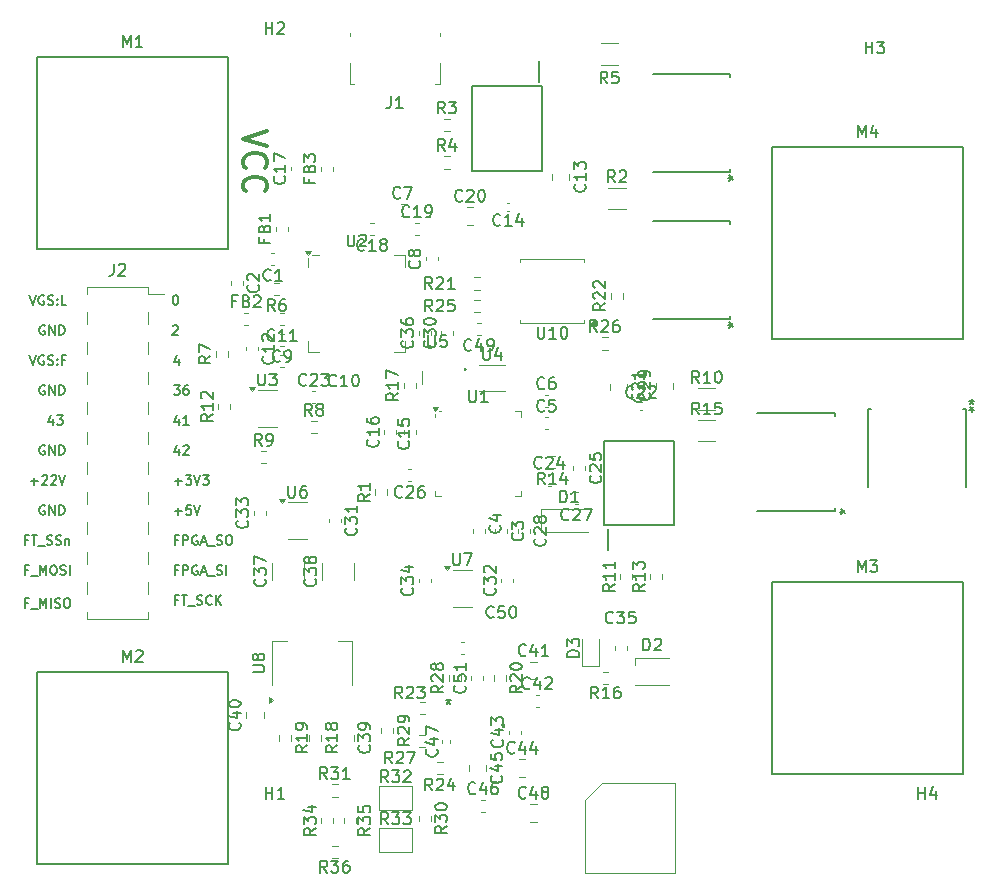
<source format=gbr>
%TF.GenerationSoftware,KiCad,Pcbnew,7.0.10-7.0.10~ubuntu22.04.1*%
%TF.CreationDate,2024-07-10T19:59:27-04:00*%
%TF.ProjectId,IcePSMNR55,49636550-534d-44e5-9235-352e6b696361,rev?*%
%TF.SameCoordinates,Original*%
%TF.FileFunction,Legend,Top*%
%TF.FilePolarity,Positive*%
%FSLAX46Y46*%
G04 Gerber Fmt 4.6, Leading zero omitted, Abs format (unit mm)*
G04 Created by KiCad (PCBNEW 7.0.10-7.0.10~ubuntu22.04.1) date 2024-07-10 19:59:27*
%MOMM*%
%LPD*%
G01*
G04 APERTURE LIST*
%ADD10C,0.175000*%
%ADD11C,0.300000*%
%ADD12C,0.150000*%
%ADD13C,0.120000*%
%ADD14C,0.200000*%
%ADD15C,0.152400*%
%ADD16C,0.100000*%
G04 APERTURE END LIST*
D10*
X49670464Y-61843661D02*
X49670464Y-62376995D01*
X49479988Y-61538900D02*
X49289511Y-62110328D01*
X49289511Y-62110328D02*
X49784750Y-62110328D01*
X49162511Y-59113185D02*
X49200607Y-59075090D01*
X49200607Y-59075090D02*
X49276797Y-59036995D01*
X49276797Y-59036995D02*
X49467273Y-59036995D01*
X49467273Y-59036995D02*
X49543464Y-59075090D01*
X49543464Y-59075090D02*
X49581559Y-59113185D01*
X49581559Y-59113185D02*
X49619654Y-59189376D01*
X49619654Y-59189376D02*
X49619654Y-59265566D01*
X49619654Y-59265566D02*
X49581559Y-59379852D01*
X49581559Y-59379852D02*
X49124416Y-59836995D01*
X49124416Y-59836995D02*
X49619654Y-59836995D01*
X38316654Y-64155090D02*
X38240464Y-64116995D01*
X38240464Y-64116995D02*
X38126178Y-64116995D01*
X38126178Y-64116995D02*
X38011892Y-64155090D01*
X38011892Y-64155090D02*
X37935702Y-64231280D01*
X37935702Y-64231280D02*
X37897607Y-64307471D01*
X37897607Y-64307471D02*
X37859511Y-64459852D01*
X37859511Y-64459852D02*
X37859511Y-64574138D01*
X37859511Y-64574138D02*
X37897607Y-64726519D01*
X37897607Y-64726519D02*
X37935702Y-64802709D01*
X37935702Y-64802709D02*
X38011892Y-64878900D01*
X38011892Y-64878900D02*
X38126178Y-64916995D01*
X38126178Y-64916995D02*
X38202369Y-64916995D01*
X38202369Y-64916995D02*
X38316654Y-64878900D01*
X38316654Y-64878900D02*
X38354750Y-64840804D01*
X38354750Y-64840804D02*
X38354750Y-64574138D01*
X38354750Y-64574138D02*
X38202369Y-64574138D01*
X38697607Y-64916995D02*
X38697607Y-64116995D01*
X38697607Y-64116995D02*
X39154750Y-64916995D01*
X39154750Y-64916995D02*
X39154750Y-64116995D01*
X39535702Y-64916995D02*
X39535702Y-64116995D01*
X39535702Y-64116995D02*
X39726178Y-64116995D01*
X39726178Y-64116995D02*
X39840464Y-64155090D01*
X39840464Y-64155090D02*
X39916654Y-64231280D01*
X39916654Y-64231280D02*
X39954749Y-64307471D01*
X39954749Y-64307471D02*
X39992845Y-64459852D01*
X39992845Y-64459852D02*
X39992845Y-64574138D01*
X39992845Y-64574138D02*
X39954749Y-64726519D01*
X39954749Y-64726519D02*
X39916654Y-64802709D01*
X39916654Y-64802709D02*
X39840464Y-64878900D01*
X39840464Y-64878900D02*
X39726178Y-64916995D01*
X39726178Y-64916995D02*
X39535702Y-64916995D01*
X39002464Y-66923661D02*
X39002464Y-67456995D01*
X38811988Y-66618900D02*
X38621511Y-67190328D01*
X38621511Y-67190328D02*
X39116750Y-67190328D01*
X39345321Y-66656995D02*
X39840559Y-66656995D01*
X39840559Y-66656995D02*
X39573893Y-66961757D01*
X39573893Y-66961757D02*
X39688178Y-66961757D01*
X39688178Y-66961757D02*
X39764369Y-66999852D01*
X39764369Y-66999852D02*
X39802464Y-67037947D01*
X39802464Y-67037947D02*
X39840559Y-67114138D01*
X39840559Y-67114138D02*
X39840559Y-67304614D01*
X39840559Y-67304614D02*
X39802464Y-67380804D01*
X39802464Y-67380804D02*
X39764369Y-67418900D01*
X39764369Y-67418900D02*
X39688178Y-67456995D01*
X39688178Y-67456995D02*
X39459607Y-67456995D01*
X39459607Y-67456995D02*
X39383416Y-67418900D01*
X39383416Y-67418900D02*
X39345321Y-67380804D01*
X36894273Y-82531947D02*
X36627607Y-82531947D01*
X36627607Y-82950995D02*
X36627607Y-82150995D01*
X36627607Y-82150995D02*
X37008559Y-82150995D01*
X37122845Y-83027185D02*
X37732368Y-83027185D01*
X37922845Y-82950995D02*
X37922845Y-82150995D01*
X37922845Y-82150995D02*
X38189511Y-82722423D01*
X38189511Y-82722423D02*
X38456178Y-82150995D01*
X38456178Y-82150995D02*
X38456178Y-82950995D01*
X38837131Y-82950995D02*
X38837131Y-82150995D01*
X39179987Y-82912900D02*
X39294273Y-82950995D01*
X39294273Y-82950995D02*
X39484749Y-82950995D01*
X39484749Y-82950995D02*
X39560940Y-82912900D01*
X39560940Y-82912900D02*
X39599035Y-82874804D01*
X39599035Y-82874804D02*
X39637130Y-82798614D01*
X39637130Y-82798614D02*
X39637130Y-82722423D01*
X39637130Y-82722423D02*
X39599035Y-82646233D01*
X39599035Y-82646233D02*
X39560940Y-82608138D01*
X39560940Y-82608138D02*
X39484749Y-82570042D01*
X39484749Y-82570042D02*
X39332368Y-82531947D01*
X39332368Y-82531947D02*
X39256178Y-82493852D01*
X39256178Y-82493852D02*
X39218083Y-82455757D01*
X39218083Y-82455757D02*
X39179987Y-82379566D01*
X39179987Y-82379566D02*
X39179987Y-82303376D01*
X39179987Y-82303376D02*
X39218083Y-82227185D01*
X39218083Y-82227185D02*
X39256178Y-82189090D01*
X39256178Y-82189090D02*
X39332368Y-82150995D01*
X39332368Y-82150995D02*
X39522845Y-82150995D01*
X39522845Y-82150995D02*
X39637130Y-82189090D01*
X40132369Y-82150995D02*
X40284750Y-82150995D01*
X40284750Y-82150995D02*
X40360940Y-82189090D01*
X40360940Y-82189090D02*
X40437131Y-82265280D01*
X40437131Y-82265280D02*
X40475226Y-82417661D01*
X40475226Y-82417661D02*
X40475226Y-82684328D01*
X40475226Y-82684328D02*
X40437131Y-82836709D01*
X40437131Y-82836709D02*
X40360940Y-82912900D01*
X40360940Y-82912900D02*
X40284750Y-82950995D01*
X40284750Y-82950995D02*
X40132369Y-82950995D01*
X40132369Y-82950995D02*
X40056178Y-82912900D01*
X40056178Y-82912900D02*
X39979988Y-82836709D01*
X39979988Y-82836709D02*
X39941892Y-82684328D01*
X39941892Y-82684328D02*
X39941892Y-82417661D01*
X39941892Y-82417661D02*
X39979988Y-82265280D01*
X39979988Y-82265280D02*
X40056178Y-82189090D01*
X40056178Y-82189090D02*
X40132369Y-82150995D01*
X49670464Y-69463661D02*
X49670464Y-69996995D01*
X49479988Y-69158900D02*
X49289511Y-69730328D01*
X49289511Y-69730328D02*
X49784750Y-69730328D01*
X50051416Y-69273185D02*
X50089512Y-69235090D01*
X50089512Y-69235090D02*
X50165702Y-69196995D01*
X50165702Y-69196995D02*
X50356178Y-69196995D01*
X50356178Y-69196995D02*
X50432369Y-69235090D01*
X50432369Y-69235090D02*
X50470464Y-69273185D01*
X50470464Y-69273185D02*
X50508559Y-69349376D01*
X50508559Y-69349376D02*
X50508559Y-69425566D01*
X50508559Y-69425566D02*
X50470464Y-69539852D01*
X50470464Y-69539852D02*
X50013321Y-69996995D01*
X50013321Y-69996995D02*
X50508559Y-69996995D01*
X49327607Y-74772233D02*
X49937131Y-74772233D01*
X49632369Y-75076995D02*
X49632369Y-74467471D01*
X50699035Y-74276995D02*
X50318083Y-74276995D01*
X50318083Y-74276995D02*
X50279987Y-74657947D01*
X50279987Y-74657947D02*
X50318083Y-74619852D01*
X50318083Y-74619852D02*
X50394273Y-74581757D01*
X50394273Y-74581757D02*
X50584749Y-74581757D01*
X50584749Y-74581757D02*
X50660940Y-74619852D01*
X50660940Y-74619852D02*
X50699035Y-74657947D01*
X50699035Y-74657947D02*
X50737130Y-74734138D01*
X50737130Y-74734138D02*
X50737130Y-74924614D01*
X50737130Y-74924614D02*
X50699035Y-75000804D01*
X50699035Y-75000804D02*
X50660940Y-75038900D01*
X50660940Y-75038900D02*
X50584749Y-75076995D01*
X50584749Y-75076995D02*
X50394273Y-75076995D01*
X50394273Y-75076995D02*
X50318083Y-75038900D01*
X50318083Y-75038900D02*
X50279987Y-75000804D01*
X50965702Y-74276995D02*
X51232369Y-75076995D01*
X51232369Y-75076995D02*
X51499035Y-74276995D01*
X36894273Y-77197947D02*
X36627607Y-77197947D01*
X36627607Y-77616995D02*
X36627607Y-76816995D01*
X36627607Y-76816995D02*
X37008559Y-76816995D01*
X37199035Y-76816995D02*
X37656178Y-76816995D01*
X37427606Y-77616995D02*
X37427606Y-76816995D01*
X37732369Y-77693185D02*
X38341892Y-77693185D01*
X38494273Y-77578900D02*
X38608559Y-77616995D01*
X38608559Y-77616995D02*
X38799035Y-77616995D01*
X38799035Y-77616995D02*
X38875226Y-77578900D01*
X38875226Y-77578900D02*
X38913321Y-77540804D01*
X38913321Y-77540804D02*
X38951416Y-77464614D01*
X38951416Y-77464614D02*
X38951416Y-77388423D01*
X38951416Y-77388423D02*
X38913321Y-77312233D01*
X38913321Y-77312233D02*
X38875226Y-77274138D01*
X38875226Y-77274138D02*
X38799035Y-77236042D01*
X38799035Y-77236042D02*
X38646654Y-77197947D01*
X38646654Y-77197947D02*
X38570464Y-77159852D01*
X38570464Y-77159852D02*
X38532369Y-77121757D01*
X38532369Y-77121757D02*
X38494273Y-77045566D01*
X38494273Y-77045566D02*
X38494273Y-76969376D01*
X38494273Y-76969376D02*
X38532369Y-76893185D01*
X38532369Y-76893185D02*
X38570464Y-76855090D01*
X38570464Y-76855090D02*
X38646654Y-76816995D01*
X38646654Y-76816995D02*
X38837131Y-76816995D01*
X38837131Y-76816995D02*
X38951416Y-76855090D01*
X39256178Y-77578900D02*
X39370464Y-77616995D01*
X39370464Y-77616995D02*
X39560940Y-77616995D01*
X39560940Y-77616995D02*
X39637131Y-77578900D01*
X39637131Y-77578900D02*
X39675226Y-77540804D01*
X39675226Y-77540804D02*
X39713321Y-77464614D01*
X39713321Y-77464614D02*
X39713321Y-77388423D01*
X39713321Y-77388423D02*
X39675226Y-77312233D01*
X39675226Y-77312233D02*
X39637131Y-77274138D01*
X39637131Y-77274138D02*
X39560940Y-77236042D01*
X39560940Y-77236042D02*
X39408559Y-77197947D01*
X39408559Y-77197947D02*
X39332369Y-77159852D01*
X39332369Y-77159852D02*
X39294274Y-77121757D01*
X39294274Y-77121757D02*
X39256178Y-77045566D01*
X39256178Y-77045566D02*
X39256178Y-76969376D01*
X39256178Y-76969376D02*
X39294274Y-76893185D01*
X39294274Y-76893185D02*
X39332369Y-76855090D01*
X39332369Y-76855090D02*
X39408559Y-76816995D01*
X39408559Y-76816995D02*
X39599036Y-76816995D01*
X39599036Y-76816995D02*
X39713321Y-76855090D01*
X40056179Y-77083661D02*
X40056179Y-77616995D01*
X40056179Y-77159852D02*
X40094274Y-77121757D01*
X40094274Y-77121757D02*
X40170464Y-77083661D01*
X40170464Y-77083661D02*
X40284750Y-77083661D01*
X40284750Y-77083661D02*
X40360941Y-77121757D01*
X40360941Y-77121757D02*
X40399036Y-77197947D01*
X40399036Y-77197947D02*
X40399036Y-77616995D01*
X49251416Y-64116995D02*
X49746654Y-64116995D01*
X49746654Y-64116995D02*
X49479988Y-64421757D01*
X49479988Y-64421757D02*
X49594273Y-64421757D01*
X49594273Y-64421757D02*
X49670464Y-64459852D01*
X49670464Y-64459852D02*
X49708559Y-64497947D01*
X49708559Y-64497947D02*
X49746654Y-64574138D01*
X49746654Y-64574138D02*
X49746654Y-64764614D01*
X49746654Y-64764614D02*
X49708559Y-64840804D01*
X49708559Y-64840804D02*
X49670464Y-64878900D01*
X49670464Y-64878900D02*
X49594273Y-64916995D01*
X49594273Y-64916995D02*
X49365702Y-64916995D01*
X49365702Y-64916995D02*
X49289511Y-64878900D01*
X49289511Y-64878900D02*
X49251416Y-64840804D01*
X50432369Y-64116995D02*
X50279988Y-64116995D01*
X50279988Y-64116995D02*
X50203797Y-64155090D01*
X50203797Y-64155090D02*
X50165702Y-64193185D01*
X50165702Y-64193185D02*
X50089512Y-64307471D01*
X50089512Y-64307471D02*
X50051416Y-64459852D01*
X50051416Y-64459852D02*
X50051416Y-64764614D01*
X50051416Y-64764614D02*
X50089512Y-64840804D01*
X50089512Y-64840804D02*
X50127607Y-64878900D01*
X50127607Y-64878900D02*
X50203797Y-64916995D01*
X50203797Y-64916995D02*
X50356178Y-64916995D01*
X50356178Y-64916995D02*
X50432369Y-64878900D01*
X50432369Y-64878900D02*
X50470464Y-64840804D01*
X50470464Y-64840804D02*
X50508559Y-64764614D01*
X50508559Y-64764614D02*
X50508559Y-64574138D01*
X50508559Y-64574138D02*
X50470464Y-64497947D01*
X50470464Y-64497947D02*
X50432369Y-64459852D01*
X50432369Y-64459852D02*
X50356178Y-64421757D01*
X50356178Y-64421757D02*
X50203797Y-64421757D01*
X50203797Y-64421757D02*
X50127607Y-64459852D01*
X50127607Y-64459852D02*
X50089512Y-64497947D01*
X50089512Y-64497947D02*
X50051416Y-64574138D01*
X49594273Y-77197947D02*
X49327607Y-77197947D01*
X49327607Y-77616995D02*
X49327607Y-76816995D01*
X49327607Y-76816995D02*
X49708559Y-76816995D01*
X50013321Y-77616995D02*
X50013321Y-76816995D01*
X50013321Y-76816995D02*
X50318083Y-76816995D01*
X50318083Y-76816995D02*
X50394273Y-76855090D01*
X50394273Y-76855090D02*
X50432368Y-76893185D01*
X50432368Y-76893185D02*
X50470464Y-76969376D01*
X50470464Y-76969376D02*
X50470464Y-77083661D01*
X50470464Y-77083661D02*
X50432368Y-77159852D01*
X50432368Y-77159852D02*
X50394273Y-77197947D01*
X50394273Y-77197947D02*
X50318083Y-77236042D01*
X50318083Y-77236042D02*
X50013321Y-77236042D01*
X51232368Y-76855090D02*
X51156178Y-76816995D01*
X51156178Y-76816995D02*
X51041892Y-76816995D01*
X51041892Y-76816995D02*
X50927606Y-76855090D01*
X50927606Y-76855090D02*
X50851416Y-76931280D01*
X50851416Y-76931280D02*
X50813321Y-77007471D01*
X50813321Y-77007471D02*
X50775225Y-77159852D01*
X50775225Y-77159852D02*
X50775225Y-77274138D01*
X50775225Y-77274138D02*
X50813321Y-77426519D01*
X50813321Y-77426519D02*
X50851416Y-77502709D01*
X50851416Y-77502709D02*
X50927606Y-77578900D01*
X50927606Y-77578900D02*
X51041892Y-77616995D01*
X51041892Y-77616995D02*
X51118083Y-77616995D01*
X51118083Y-77616995D02*
X51232368Y-77578900D01*
X51232368Y-77578900D02*
X51270464Y-77540804D01*
X51270464Y-77540804D02*
X51270464Y-77274138D01*
X51270464Y-77274138D02*
X51118083Y-77274138D01*
X51575225Y-77388423D02*
X51956178Y-77388423D01*
X51499035Y-77616995D02*
X51765702Y-76816995D01*
X51765702Y-76816995D02*
X52032368Y-77616995D01*
X52108559Y-77693185D02*
X52718082Y-77693185D01*
X52870463Y-77578900D02*
X52984749Y-77616995D01*
X52984749Y-77616995D02*
X53175225Y-77616995D01*
X53175225Y-77616995D02*
X53251416Y-77578900D01*
X53251416Y-77578900D02*
X53289511Y-77540804D01*
X53289511Y-77540804D02*
X53327606Y-77464614D01*
X53327606Y-77464614D02*
X53327606Y-77388423D01*
X53327606Y-77388423D02*
X53289511Y-77312233D01*
X53289511Y-77312233D02*
X53251416Y-77274138D01*
X53251416Y-77274138D02*
X53175225Y-77236042D01*
X53175225Y-77236042D02*
X53022844Y-77197947D01*
X53022844Y-77197947D02*
X52946654Y-77159852D01*
X52946654Y-77159852D02*
X52908559Y-77121757D01*
X52908559Y-77121757D02*
X52870463Y-77045566D01*
X52870463Y-77045566D02*
X52870463Y-76969376D01*
X52870463Y-76969376D02*
X52908559Y-76893185D01*
X52908559Y-76893185D02*
X52946654Y-76855090D01*
X52946654Y-76855090D02*
X53022844Y-76816995D01*
X53022844Y-76816995D02*
X53213321Y-76816995D01*
X53213321Y-76816995D02*
X53327606Y-76855090D01*
X53822845Y-76816995D02*
X53975226Y-76816995D01*
X53975226Y-76816995D02*
X54051416Y-76855090D01*
X54051416Y-76855090D02*
X54127607Y-76931280D01*
X54127607Y-76931280D02*
X54165702Y-77083661D01*
X54165702Y-77083661D02*
X54165702Y-77350328D01*
X54165702Y-77350328D02*
X54127607Y-77502709D01*
X54127607Y-77502709D02*
X54051416Y-77578900D01*
X54051416Y-77578900D02*
X53975226Y-77616995D01*
X53975226Y-77616995D02*
X53822845Y-77616995D01*
X53822845Y-77616995D02*
X53746654Y-77578900D01*
X53746654Y-77578900D02*
X53670464Y-77502709D01*
X53670464Y-77502709D02*
X53632368Y-77350328D01*
X53632368Y-77350328D02*
X53632368Y-77083661D01*
X53632368Y-77083661D02*
X53670464Y-76931280D01*
X53670464Y-76931280D02*
X53746654Y-76855090D01*
X53746654Y-76855090D02*
X53822845Y-76816995D01*
X37135607Y-72232233D02*
X37745131Y-72232233D01*
X37440369Y-72536995D02*
X37440369Y-71927471D01*
X38087987Y-71813185D02*
X38126083Y-71775090D01*
X38126083Y-71775090D02*
X38202273Y-71736995D01*
X38202273Y-71736995D02*
X38392749Y-71736995D01*
X38392749Y-71736995D02*
X38468940Y-71775090D01*
X38468940Y-71775090D02*
X38507035Y-71813185D01*
X38507035Y-71813185D02*
X38545130Y-71889376D01*
X38545130Y-71889376D02*
X38545130Y-71965566D01*
X38545130Y-71965566D02*
X38507035Y-72079852D01*
X38507035Y-72079852D02*
X38049892Y-72536995D01*
X38049892Y-72536995D02*
X38545130Y-72536995D01*
X38849892Y-71813185D02*
X38887988Y-71775090D01*
X38887988Y-71775090D02*
X38964178Y-71736995D01*
X38964178Y-71736995D02*
X39154654Y-71736995D01*
X39154654Y-71736995D02*
X39230845Y-71775090D01*
X39230845Y-71775090D02*
X39268940Y-71813185D01*
X39268940Y-71813185D02*
X39307035Y-71889376D01*
X39307035Y-71889376D02*
X39307035Y-71965566D01*
X39307035Y-71965566D02*
X39268940Y-72079852D01*
X39268940Y-72079852D02*
X38811797Y-72536995D01*
X38811797Y-72536995D02*
X39307035Y-72536995D01*
X39535607Y-71736995D02*
X39802274Y-72536995D01*
X39802274Y-72536995D02*
X40068940Y-71736995D01*
X38316654Y-69235090D02*
X38240464Y-69196995D01*
X38240464Y-69196995D02*
X38126178Y-69196995D01*
X38126178Y-69196995D02*
X38011892Y-69235090D01*
X38011892Y-69235090D02*
X37935702Y-69311280D01*
X37935702Y-69311280D02*
X37897607Y-69387471D01*
X37897607Y-69387471D02*
X37859511Y-69539852D01*
X37859511Y-69539852D02*
X37859511Y-69654138D01*
X37859511Y-69654138D02*
X37897607Y-69806519D01*
X37897607Y-69806519D02*
X37935702Y-69882709D01*
X37935702Y-69882709D02*
X38011892Y-69958900D01*
X38011892Y-69958900D02*
X38126178Y-69996995D01*
X38126178Y-69996995D02*
X38202369Y-69996995D01*
X38202369Y-69996995D02*
X38316654Y-69958900D01*
X38316654Y-69958900D02*
X38354750Y-69920804D01*
X38354750Y-69920804D02*
X38354750Y-69654138D01*
X38354750Y-69654138D02*
X38202369Y-69654138D01*
X38697607Y-69996995D02*
X38697607Y-69196995D01*
X38697607Y-69196995D02*
X39154750Y-69996995D01*
X39154750Y-69996995D02*
X39154750Y-69196995D01*
X39535702Y-69996995D02*
X39535702Y-69196995D01*
X39535702Y-69196995D02*
X39726178Y-69196995D01*
X39726178Y-69196995D02*
X39840464Y-69235090D01*
X39840464Y-69235090D02*
X39916654Y-69311280D01*
X39916654Y-69311280D02*
X39954749Y-69387471D01*
X39954749Y-69387471D02*
X39992845Y-69539852D01*
X39992845Y-69539852D02*
X39992845Y-69654138D01*
X39992845Y-69654138D02*
X39954749Y-69806519D01*
X39954749Y-69806519D02*
X39916654Y-69882709D01*
X39916654Y-69882709D02*
X39840464Y-69958900D01*
X39840464Y-69958900D02*
X39726178Y-69996995D01*
X39726178Y-69996995D02*
X39535702Y-69996995D01*
X37021321Y-56496995D02*
X37287988Y-57296995D01*
X37287988Y-57296995D02*
X37554654Y-56496995D01*
X38240368Y-56535090D02*
X38164178Y-56496995D01*
X38164178Y-56496995D02*
X38049892Y-56496995D01*
X38049892Y-56496995D02*
X37935606Y-56535090D01*
X37935606Y-56535090D02*
X37859416Y-56611280D01*
X37859416Y-56611280D02*
X37821321Y-56687471D01*
X37821321Y-56687471D02*
X37783225Y-56839852D01*
X37783225Y-56839852D02*
X37783225Y-56954138D01*
X37783225Y-56954138D02*
X37821321Y-57106519D01*
X37821321Y-57106519D02*
X37859416Y-57182709D01*
X37859416Y-57182709D02*
X37935606Y-57258900D01*
X37935606Y-57258900D02*
X38049892Y-57296995D01*
X38049892Y-57296995D02*
X38126083Y-57296995D01*
X38126083Y-57296995D02*
X38240368Y-57258900D01*
X38240368Y-57258900D02*
X38278464Y-57220804D01*
X38278464Y-57220804D02*
X38278464Y-56954138D01*
X38278464Y-56954138D02*
X38126083Y-56954138D01*
X38583225Y-57258900D02*
X38697511Y-57296995D01*
X38697511Y-57296995D02*
X38887987Y-57296995D01*
X38887987Y-57296995D02*
X38964178Y-57258900D01*
X38964178Y-57258900D02*
X39002273Y-57220804D01*
X39002273Y-57220804D02*
X39040368Y-57144614D01*
X39040368Y-57144614D02*
X39040368Y-57068423D01*
X39040368Y-57068423D02*
X39002273Y-56992233D01*
X39002273Y-56992233D02*
X38964178Y-56954138D01*
X38964178Y-56954138D02*
X38887987Y-56916042D01*
X38887987Y-56916042D02*
X38735606Y-56877947D01*
X38735606Y-56877947D02*
X38659416Y-56839852D01*
X38659416Y-56839852D02*
X38621321Y-56801757D01*
X38621321Y-56801757D02*
X38583225Y-56725566D01*
X38583225Y-56725566D02*
X38583225Y-56649376D01*
X38583225Y-56649376D02*
X38621321Y-56573185D01*
X38621321Y-56573185D02*
X38659416Y-56535090D01*
X38659416Y-56535090D02*
X38735606Y-56496995D01*
X38735606Y-56496995D02*
X38926083Y-56496995D01*
X38926083Y-56496995D02*
X39040368Y-56535090D01*
X39383226Y-57220804D02*
X39421321Y-57258900D01*
X39421321Y-57258900D02*
X39383226Y-57296995D01*
X39383226Y-57296995D02*
X39345130Y-57258900D01*
X39345130Y-57258900D02*
X39383226Y-57220804D01*
X39383226Y-57220804D02*
X39383226Y-57296995D01*
X39383226Y-56801757D02*
X39421321Y-56839852D01*
X39421321Y-56839852D02*
X39383226Y-56877947D01*
X39383226Y-56877947D02*
X39345130Y-56839852D01*
X39345130Y-56839852D02*
X39383226Y-56801757D01*
X39383226Y-56801757D02*
X39383226Y-56877947D01*
X40145130Y-57296995D02*
X39764178Y-57296995D01*
X39764178Y-57296995D02*
X39764178Y-56496995D01*
X37021321Y-61576995D02*
X37287988Y-62376995D01*
X37287988Y-62376995D02*
X37554654Y-61576995D01*
X38240368Y-61615090D02*
X38164178Y-61576995D01*
X38164178Y-61576995D02*
X38049892Y-61576995D01*
X38049892Y-61576995D02*
X37935606Y-61615090D01*
X37935606Y-61615090D02*
X37859416Y-61691280D01*
X37859416Y-61691280D02*
X37821321Y-61767471D01*
X37821321Y-61767471D02*
X37783225Y-61919852D01*
X37783225Y-61919852D02*
X37783225Y-62034138D01*
X37783225Y-62034138D02*
X37821321Y-62186519D01*
X37821321Y-62186519D02*
X37859416Y-62262709D01*
X37859416Y-62262709D02*
X37935606Y-62338900D01*
X37935606Y-62338900D02*
X38049892Y-62376995D01*
X38049892Y-62376995D02*
X38126083Y-62376995D01*
X38126083Y-62376995D02*
X38240368Y-62338900D01*
X38240368Y-62338900D02*
X38278464Y-62300804D01*
X38278464Y-62300804D02*
X38278464Y-62034138D01*
X38278464Y-62034138D02*
X38126083Y-62034138D01*
X38583225Y-62338900D02*
X38697511Y-62376995D01*
X38697511Y-62376995D02*
X38887987Y-62376995D01*
X38887987Y-62376995D02*
X38964178Y-62338900D01*
X38964178Y-62338900D02*
X39002273Y-62300804D01*
X39002273Y-62300804D02*
X39040368Y-62224614D01*
X39040368Y-62224614D02*
X39040368Y-62148423D01*
X39040368Y-62148423D02*
X39002273Y-62072233D01*
X39002273Y-62072233D02*
X38964178Y-62034138D01*
X38964178Y-62034138D02*
X38887987Y-61996042D01*
X38887987Y-61996042D02*
X38735606Y-61957947D01*
X38735606Y-61957947D02*
X38659416Y-61919852D01*
X38659416Y-61919852D02*
X38621321Y-61881757D01*
X38621321Y-61881757D02*
X38583225Y-61805566D01*
X38583225Y-61805566D02*
X38583225Y-61729376D01*
X38583225Y-61729376D02*
X38621321Y-61653185D01*
X38621321Y-61653185D02*
X38659416Y-61615090D01*
X38659416Y-61615090D02*
X38735606Y-61576995D01*
X38735606Y-61576995D02*
X38926083Y-61576995D01*
X38926083Y-61576995D02*
X39040368Y-61615090D01*
X39383226Y-62300804D02*
X39421321Y-62338900D01*
X39421321Y-62338900D02*
X39383226Y-62376995D01*
X39383226Y-62376995D02*
X39345130Y-62338900D01*
X39345130Y-62338900D02*
X39383226Y-62300804D01*
X39383226Y-62300804D02*
X39383226Y-62376995D01*
X39383226Y-61881757D02*
X39421321Y-61919852D01*
X39421321Y-61919852D02*
X39383226Y-61957947D01*
X39383226Y-61957947D02*
X39345130Y-61919852D01*
X39345130Y-61919852D02*
X39383226Y-61881757D01*
X39383226Y-61881757D02*
X39383226Y-61957947D01*
X40030844Y-61957947D02*
X39764178Y-61957947D01*
X39764178Y-62376995D02*
X39764178Y-61576995D01*
X39764178Y-61576995D02*
X40145130Y-61576995D01*
X49670464Y-66923661D02*
X49670464Y-67456995D01*
X49479988Y-66618900D02*
X49289511Y-67190328D01*
X49289511Y-67190328D02*
X49784750Y-67190328D01*
X50508559Y-67456995D02*
X50051416Y-67456995D01*
X50279988Y-67456995D02*
X50279988Y-66656995D01*
X50279988Y-66656995D02*
X50203797Y-66771280D01*
X50203797Y-66771280D02*
X50127607Y-66847471D01*
X50127607Y-66847471D02*
X50051416Y-66885566D01*
D11*
X57124361Y-42551844D02*
X55124361Y-43218510D01*
X55124361Y-43218510D02*
X57124361Y-43885177D01*
X55314838Y-45694701D02*
X55219600Y-45599463D01*
X55219600Y-45599463D02*
X55124361Y-45313749D01*
X55124361Y-45313749D02*
X55124361Y-45123273D01*
X55124361Y-45123273D02*
X55219600Y-44837558D01*
X55219600Y-44837558D02*
X55410076Y-44647082D01*
X55410076Y-44647082D02*
X55600552Y-44551844D01*
X55600552Y-44551844D02*
X55981504Y-44456606D01*
X55981504Y-44456606D02*
X56267219Y-44456606D01*
X56267219Y-44456606D02*
X56648171Y-44551844D01*
X56648171Y-44551844D02*
X56838647Y-44647082D01*
X56838647Y-44647082D02*
X57029123Y-44837558D01*
X57029123Y-44837558D02*
X57124361Y-45123273D01*
X57124361Y-45123273D02*
X57124361Y-45313749D01*
X57124361Y-45313749D02*
X57029123Y-45599463D01*
X57029123Y-45599463D02*
X56933885Y-45694701D01*
X55314838Y-47694701D02*
X55219600Y-47599463D01*
X55219600Y-47599463D02*
X55124361Y-47313749D01*
X55124361Y-47313749D02*
X55124361Y-47123273D01*
X55124361Y-47123273D02*
X55219600Y-46837558D01*
X55219600Y-46837558D02*
X55410076Y-46647082D01*
X55410076Y-46647082D02*
X55600552Y-46551844D01*
X55600552Y-46551844D02*
X55981504Y-46456606D01*
X55981504Y-46456606D02*
X56267219Y-46456606D01*
X56267219Y-46456606D02*
X56648171Y-46551844D01*
X56648171Y-46551844D02*
X56838647Y-46647082D01*
X56838647Y-46647082D02*
X57029123Y-46837558D01*
X57029123Y-46837558D02*
X57124361Y-47123273D01*
X57124361Y-47123273D02*
X57124361Y-47313749D01*
X57124361Y-47313749D02*
X57029123Y-47599463D01*
X57029123Y-47599463D02*
X56933885Y-47694701D01*
D10*
X49327607Y-72232233D02*
X49937131Y-72232233D01*
X49632369Y-72536995D02*
X49632369Y-71927471D01*
X50241892Y-71736995D02*
X50737130Y-71736995D01*
X50737130Y-71736995D02*
X50470464Y-72041757D01*
X50470464Y-72041757D02*
X50584749Y-72041757D01*
X50584749Y-72041757D02*
X50660940Y-72079852D01*
X50660940Y-72079852D02*
X50699035Y-72117947D01*
X50699035Y-72117947D02*
X50737130Y-72194138D01*
X50737130Y-72194138D02*
X50737130Y-72384614D01*
X50737130Y-72384614D02*
X50699035Y-72460804D01*
X50699035Y-72460804D02*
X50660940Y-72498900D01*
X50660940Y-72498900D02*
X50584749Y-72536995D01*
X50584749Y-72536995D02*
X50356178Y-72536995D01*
X50356178Y-72536995D02*
X50279987Y-72498900D01*
X50279987Y-72498900D02*
X50241892Y-72460804D01*
X50965702Y-71736995D02*
X51232369Y-72536995D01*
X51232369Y-72536995D02*
X51499035Y-71736995D01*
X51689511Y-71736995D02*
X52184749Y-71736995D01*
X52184749Y-71736995D02*
X51918083Y-72041757D01*
X51918083Y-72041757D02*
X52032368Y-72041757D01*
X52032368Y-72041757D02*
X52108559Y-72079852D01*
X52108559Y-72079852D02*
X52146654Y-72117947D01*
X52146654Y-72117947D02*
X52184749Y-72194138D01*
X52184749Y-72194138D02*
X52184749Y-72384614D01*
X52184749Y-72384614D02*
X52146654Y-72460804D01*
X52146654Y-72460804D02*
X52108559Y-72498900D01*
X52108559Y-72498900D02*
X52032368Y-72536995D01*
X52032368Y-72536995D02*
X51803797Y-72536995D01*
X51803797Y-72536995D02*
X51727606Y-72498900D01*
X51727606Y-72498900D02*
X51689511Y-72460804D01*
X49594273Y-82277947D02*
X49327607Y-82277947D01*
X49327607Y-82696995D02*
X49327607Y-81896995D01*
X49327607Y-81896995D02*
X49708559Y-81896995D01*
X49899035Y-81896995D02*
X50356178Y-81896995D01*
X50127606Y-82696995D02*
X50127606Y-81896995D01*
X50432369Y-82773185D02*
X51041892Y-82773185D01*
X51194273Y-82658900D02*
X51308559Y-82696995D01*
X51308559Y-82696995D02*
X51499035Y-82696995D01*
X51499035Y-82696995D02*
X51575226Y-82658900D01*
X51575226Y-82658900D02*
X51613321Y-82620804D01*
X51613321Y-82620804D02*
X51651416Y-82544614D01*
X51651416Y-82544614D02*
X51651416Y-82468423D01*
X51651416Y-82468423D02*
X51613321Y-82392233D01*
X51613321Y-82392233D02*
X51575226Y-82354138D01*
X51575226Y-82354138D02*
X51499035Y-82316042D01*
X51499035Y-82316042D02*
X51346654Y-82277947D01*
X51346654Y-82277947D02*
X51270464Y-82239852D01*
X51270464Y-82239852D02*
X51232369Y-82201757D01*
X51232369Y-82201757D02*
X51194273Y-82125566D01*
X51194273Y-82125566D02*
X51194273Y-82049376D01*
X51194273Y-82049376D02*
X51232369Y-81973185D01*
X51232369Y-81973185D02*
X51270464Y-81935090D01*
X51270464Y-81935090D02*
X51346654Y-81896995D01*
X51346654Y-81896995D02*
X51537131Y-81896995D01*
X51537131Y-81896995D02*
X51651416Y-81935090D01*
X52451417Y-82620804D02*
X52413321Y-82658900D01*
X52413321Y-82658900D02*
X52299036Y-82696995D01*
X52299036Y-82696995D02*
X52222845Y-82696995D01*
X52222845Y-82696995D02*
X52108559Y-82658900D01*
X52108559Y-82658900D02*
X52032369Y-82582709D01*
X52032369Y-82582709D02*
X51994274Y-82506519D01*
X51994274Y-82506519D02*
X51956178Y-82354138D01*
X51956178Y-82354138D02*
X51956178Y-82239852D01*
X51956178Y-82239852D02*
X51994274Y-82087471D01*
X51994274Y-82087471D02*
X52032369Y-82011280D01*
X52032369Y-82011280D02*
X52108559Y-81935090D01*
X52108559Y-81935090D02*
X52222845Y-81896995D01*
X52222845Y-81896995D02*
X52299036Y-81896995D01*
X52299036Y-81896995D02*
X52413321Y-81935090D01*
X52413321Y-81935090D02*
X52451417Y-81973185D01*
X52794274Y-82696995D02*
X52794274Y-81896995D01*
X53251417Y-82696995D02*
X52908559Y-82239852D01*
X53251417Y-81896995D02*
X52794274Y-82354138D01*
X38316654Y-59075090D02*
X38240464Y-59036995D01*
X38240464Y-59036995D02*
X38126178Y-59036995D01*
X38126178Y-59036995D02*
X38011892Y-59075090D01*
X38011892Y-59075090D02*
X37935702Y-59151280D01*
X37935702Y-59151280D02*
X37897607Y-59227471D01*
X37897607Y-59227471D02*
X37859511Y-59379852D01*
X37859511Y-59379852D02*
X37859511Y-59494138D01*
X37859511Y-59494138D02*
X37897607Y-59646519D01*
X37897607Y-59646519D02*
X37935702Y-59722709D01*
X37935702Y-59722709D02*
X38011892Y-59798900D01*
X38011892Y-59798900D02*
X38126178Y-59836995D01*
X38126178Y-59836995D02*
X38202369Y-59836995D01*
X38202369Y-59836995D02*
X38316654Y-59798900D01*
X38316654Y-59798900D02*
X38354750Y-59760804D01*
X38354750Y-59760804D02*
X38354750Y-59494138D01*
X38354750Y-59494138D02*
X38202369Y-59494138D01*
X38697607Y-59836995D02*
X38697607Y-59036995D01*
X38697607Y-59036995D02*
X39154750Y-59836995D01*
X39154750Y-59836995D02*
X39154750Y-59036995D01*
X39535702Y-59836995D02*
X39535702Y-59036995D01*
X39535702Y-59036995D02*
X39726178Y-59036995D01*
X39726178Y-59036995D02*
X39840464Y-59075090D01*
X39840464Y-59075090D02*
X39916654Y-59151280D01*
X39916654Y-59151280D02*
X39954749Y-59227471D01*
X39954749Y-59227471D02*
X39992845Y-59379852D01*
X39992845Y-59379852D02*
X39992845Y-59494138D01*
X39992845Y-59494138D02*
X39954749Y-59646519D01*
X39954749Y-59646519D02*
X39916654Y-59722709D01*
X39916654Y-59722709D02*
X39840464Y-59798900D01*
X39840464Y-59798900D02*
X39726178Y-59836995D01*
X39726178Y-59836995D02*
X39535702Y-59836995D01*
X38316654Y-74315090D02*
X38240464Y-74276995D01*
X38240464Y-74276995D02*
X38126178Y-74276995D01*
X38126178Y-74276995D02*
X38011892Y-74315090D01*
X38011892Y-74315090D02*
X37935702Y-74391280D01*
X37935702Y-74391280D02*
X37897607Y-74467471D01*
X37897607Y-74467471D02*
X37859511Y-74619852D01*
X37859511Y-74619852D02*
X37859511Y-74734138D01*
X37859511Y-74734138D02*
X37897607Y-74886519D01*
X37897607Y-74886519D02*
X37935702Y-74962709D01*
X37935702Y-74962709D02*
X38011892Y-75038900D01*
X38011892Y-75038900D02*
X38126178Y-75076995D01*
X38126178Y-75076995D02*
X38202369Y-75076995D01*
X38202369Y-75076995D02*
X38316654Y-75038900D01*
X38316654Y-75038900D02*
X38354750Y-75000804D01*
X38354750Y-75000804D02*
X38354750Y-74734138D01*
X38354750Y-74734138D02*
X38202369Y-74734138D01*
X38697607Y-75076995D02*
X38697607Y-74276995D01*
X38697607Y-74276995D02*
X39154750Y-75076995D01*
X39154750Y-75076995D02*
X39154750Y-74276995D01*
X39535702Y-75076995D02*
X39535702Y-74276995D01*
X39535702Y-74276995D02*
X39726178Y-74276995D01*
X39726178Y-74276995D02*
X39840464Y-74315090D01*
X39840464Y-74315090D02*
X39916654Y-74391280D01*
X39916654Y-74391280D02*
X39954749Y-74467471D01*
X39954749Y-74467471D02*
X39992845Y-74619852D01*
X39992845Y-74619852D02*
X39992845Y-74734138D01*
X39992845Y-74734138D02*
X39954749Y-74886519D01*
X39954749Y-74886519D02*
X39916654Y-74962709D01*
X39916654Y-74962709D02*
X39840464Y-75038900D01*
X39840464Y-75038900D02*
X39726178Y-75076995D01*
X39726178Y-75076995D02*
X39535702Y-75076995D01*
X36894273Y-79737947D02*
X36627607Y-79737947D01*
X36627607Y-80156995D02*
X36627607Y-79356995D01*
X36627607Y-79356995D02*
X37008559Y-79356995D01*
X37122845Y-80233185D02*
X37732368Y-80233185D01*
X37922845Y-80156995D02*
X37922845Y-79356995D01*
X37922845Y-79356995D02*
X38189511Y-79928423D01*
X38189511Y-79928423D02*
X38456178Y-79356995D01*
X38456178Y-79356995D02*
X38456178Y-80156995D01*
X38989512Y-79356995D02*
X39141893Y-79356995D01*
X39141893Y-79356995D02*
X39218083Y-79395090D01*
X39218083Y-79395090D02*
X39294274Y-79471280D01*
X39294274Y-79471280D02*
X39332369Y-79623661D01*
X39332369Y-79623661D02*
X39332369Y-79890328D01*
X39332369Y-79890328D02*
X39294274Y-80042709D01*
X39294274Y-80042709D02*
X39218083Y-80118900D01*
X39218083Y-80118900D02*
X39141893Y-80156995D01*
X39141893Y-80156995D02*
X38989512Y-80156995D01*
X38989512Y-80156995D02*
X38913321Y-80118900D01*
X38913321Y-80118900D02*
X38837131Y-80042709D01*
X38837131Y-80042709D02*
X38799035Y-79890328D01*
X38799035Y-79890328D02*
X38799035Y-79623661D01*
X38799035Y-79623661D02*
X38837131Y-79471280D01*
X38837131Y-79471280D02*
X38913321Y-79395090D01*
X38913321Y-79395090D02*
X38989512Y-79356995D01*
X39637130Y-80118900D02*
X39751416Y-80156995D01*
X39751416Y-80156995D02*
X39941892Y-80156995D01*
X39941892Y-80156995D02*
X40018083Y-80118900D01*
X40018083Y-80118900D02*
X40056178Y-80080804D01*
X40056178Y-80080804D02*
X40094273Y-80004614D01*
X40094273Y-80004614D02*
X40094273Y-79928423D01*
X40094273Y-79928423D02*
X40056178Y-79852233D01*
X40056178Y-79852233D02*
X40018083Y-79814138D01*
X40018083Y-79814138D02*
X39941892Y-79776042D01*
X39941892Y-79776042D02*
X39789511Y-79737947D01*
X39789511Y-79737947D02*
X39713321Y-79699852D01*
X39713321Y-79699852D02*
X39675226Y-79661757D01*
X39675226Y-79661757D02*
X39637130Y-79585566D01*
X39637130Y-79585566D02*
X39637130Y-79509376D01*
X39637130Y-79509376D02*
X39675226Y-79433185D01*
X39675226Y-79433185D02*
X39713321Y-79395090D01*
X39713321Y-79395090D02*
X39789511Y-79356995D01*
X39789511Y-79356995D02*
X39979988Y-79356995D01*
X39979988Y-79356995D02*
X40094273Y-79395090D01*
X40437131Y-80156995D02*
X40437131Y-79356995D01*
X49594273Y-79737947D02*
X49327607Y-79737947D01*
X49327607Y-80156995D02*
X49327607Y-79356995D01*
X49327607Y-79356995D02*
X49708559Y-79356995D01*
X50013321Y-80156995D02*
X50013321Y-79356995D01*
X50013321Y-79356995D02*
X50318083Y-79356995D01*
X50318083Y-79356995D02*
X50394273Y-79395090D01*
X50394273Y-79395090D02*
X50432368Y-79433185D01*
X50432368Y-79433185D02*
X50470464Y-79509376D01*
X50470464Y-79509376D02*
X50470464Y-79623661D01*
X50470464Y-79623661D02*
X50432368Y-79699852D01*
X50432368Y-79699852D02*
X50394273Y-79737947D01*
X50394273Y-79737947D02*
X50318083Y-79776042D01*
X50318083Y-79776042D02*
X50013321Y-79776042D01*
X51232368Y-79395090D02*
X51156178Y-79356995D01*
X51156178Y-79356995D02*
X51041892Y-79356995D01*
X51041892Y-79356995D02*
X50927606Y-79395090D01*
X50927606Y-79395090D02*
X50851416Y-79471280D01*
X50851416Y-79471280D02*
X50813321Y-79547471D01*
X50813321Y-79547471D02*
X50775225Y-79699852D01*
X50775225Y-79699852D02*
X50775225Y-79814138D01*
X50775225Y-79814138D02*
X50813321Y-79966519D01*
X50813321Y-79966519D02*
X50851416Y-80042709D01*
X50851416Y-80042709D02*
X50927606Y-80118900D01*
X50927606Y-80118900D02*
X51041892Y-80156995D01*
X51041892Y-80156995D02*
X51118083Y-80156995D01*
X51118083Y-80156995D02*
X51232368Y-80118900D01*
X51232368Y-80118900D02*
X51270464Y-80080804D01*
X51270464Y-80080804D02*
X51270464Y-79814138D01*
X51270464Y-79814138D02*
X51118083Y-79814138D01*
X51575225Y-79928423D02*
X51956178Y-79928423D01*
X51499035Y-80156995D02*
X51765702Y-79356995D01*
X51765702Y-79356995D02*
X52032368Y-80156995D01*
X52108559Y-80233185D02*
X52718082Y-80233185D01*
X52870463Y-80118900D02*
X52984749Y-80156995D01*
X52984749Y-80156995D02*
X53175225Y-80156995D01*
X53175225Y-80156995D02*
X53251416Y-80118900D01*
X53251416Y-80118900D02*
X53289511Y-80080804D01*
X53289511Y-80080804D02*
X53327606Y-80004614D01*
X53327606Y-80004614D02*
X53327606Y-79928423D01*
X53327606Y-79928423D02*
X53289511Y-79852233D01*
X53289511Y-79852233D02*
X53251416Y-79814138D01*
X53251416Y-79814138D02*
X53175225Y-79776042D01*
X53175225Y-79776042D02*
X53022844Y-79737947D01*
X53022844Y-79737947D02*
X52946654Y-79699852D01*
X52946654Y-79699852D02*
X52908559Y-79661757D01*
X52908559Y-79661757D02*
X52870463Y-79585566D01*
X52870463Y-79585566D02*
X52870463Y-79509376D01*
X52870463Y-79509376D02*
X52908559Y-79433185D01*
X52908559Y-79433185D02*
X52946654Y-79395090D01*
X52946654Y-79395090D02*
X53022844Y-79356995D01*
X53022844Y-79356995D02*
X53213321Y-79356995D01*
X53213321Y-79356995D02*
X53327606Y-79395090D01*
X53670464Y-80156995D02*
X53670464Y-79356995D01*
X49352988Y-56496995D02*
X49429178Y-56496995D01*
X49429178Y-56496995D02*
X49505369Y-56535090D01*
X49505369Y-56535090D02*
X49543464Y-56573185D01*
X49543464Y-56573185D02*
X49581559Y-56649376D01*
X49581559Y-56649376D02*
X49619654Y-56801757D01*
X49619654Y-56801757D02*
X49619654Y-56992233D01*
X49619654Y-56992233D02*
X49581559Y-57144614D01*
X49581559Y-57144614D02*
X49543464Y-57220804D01*
X49543464Y-57220804D02*
X49505369Y-57258900D01*
X49505369Y-57258900D02*
X49429178Y-57296995D01*
X49429178Y-57296995D02*
X49352988Y-57296995D01*
X49352988Y-57296995D02*
X49276797Y-57258900D01*
X49276797Y-57258900D02*
X49238702Y-57220804D01*
X49238702Y-57220804D02*
X49200607Y-57144614D01*
X49200607Y-57144614D02*
X49162511Y-56992233D01*
X49162511Y-56992233D02*
X49162511Y-56801757D01*
X49162511Y-56801757D02*
X49200607Y-56649376D01*
X49200607Y-56649376D02*
X49238702Y-56573185D01*
X49238702Y-56573185D02*
X49276797Y-56535090D01*
X49276797Y-56535090D02*
X49352988Y-56496995D01*
D12*
X56670833Y-69224819D02*
X56337500Y-68748628D01*
X56099405Y-69224819D02*
X56099405Y-68224819D01*
X56099405Y-68224819D02*
X56480357Y-68224819D01*
X56480357Y-68224819D02*
X56575595Y-68272438D01*
X56575595Y-68272438D02*
X56623214Y-68320057D01*
X56623214Y-68320057D02*
X56670833Y-68415295D01*
X56670833Y-68415295D02*
X56670833Y-68558152D01*
X56670833Y-68558152D02*
X56623214Y-68653390D01*
X56623214Y-68653390D02*
X56575595Y-68701009D01*
X56575595Y-68701009D02*
X56480357Y-68748628D01*
X56480357Y-68748628D02*
X56099405Y-68748628D01*
X57147024Y-69224819D02*
X57337500Y-69224819D01*
X57337500Y-69224819D02*
X57432738Y-69177200D01*
X57432738Y-69177200D02*
X57480357Y-69129580D01*
X57480357Y-69129580D02*
X57575595Y-68986723D01*
X57575595Y-68986723D02*
X57623214Y-68796247D01*
X57623214Y-68796247D02*
X57623214Y-68415295D01*
X57623214Y-68415295D02*
X57575595Y-68320057D01*
X57575595Y-68320057D02*
X57527976Y-68272438D01*
X57527976Y-68272438D02*
X57432738Y-68224819D01*
X57432738Y-68224819D02*
X57242262Y-68224819D01*
X57242262Y-68224819D02*
X57147024Y-68272438D01*
X57147024Y-68272438D02*
X57099405Y-68320057D01*
X57099405Y-68320057D02*
X57051786Y-68415295D01*
X57051786Y-68415295D02*
X57051786Y-68653390D01*
X57051786Y-68653390D02*
X57099405Y-68748628D01*
X57099405Y-68748628D02*
X57147024Y-68796247D01*
X57147024Y-68796247D02*
X57242262Y-68843866D01*
X57242262Y-68843866D02*
X57432738Y-68843866D01*
X57432738Y-68843866D02*
X57527976Y-68796247D01*
X57527976Y-68796247D02*
X57575595Y-68748628D01*
X57575595Y-68748628D02*
X57623214Y-68653390D01*
X74233095Y-64539819D02*
X74233095Y-65349342D01*
X74233095Y-65349342D02*
X74280714Y-65444580D01*
X74280714Y-65444580D02*
X74328333Y-65492200D01*
X74328333Y-65492200D02*
X74423571Y-65539819D01*
X74423571Y-65539819D02*
X74614047Y-65539819D01*
X74614047Y-65539819D02*
X74709285Y-65492200D01*
X74709285Y-65492200D02*
X74756904Y-65444580D01*
X74756904Y-65444580D02*
X74804523Y-65349342D01*
X74804523Y-65349342D02*
X74804523Y-64539819D01*
X75804523Y-65539819D02*
X75233095Y-65539819D01*
X75518809Y-65539819D02*
X75518809Y-64539819D01*
X75518809Y-64539819D02*
X75423571Y-64682676D01*
X75423571Y-64682676D02*
X75328333Y-64777914D01*
X75328333Y-64777914D02*
X75233095Y-64825533D01*
X76846580Y-75972666D02*
X76894200Y-76020285D01*
X76894200Y-76020285D02*
X76941819Y-76163142D01*
X76941819Y-76163142D02*
X76941819Y-76258380D01*
X76941819Y-76258380D02*
X76894200Y-76401237D01*
X76894200Y-76401237D02*
X76798961Y-76496475D01*
X76798961Y-76496475D02*
X76703723Y-76544094D01*
X76703723Y-76544094D02*
X76513247Y-76591713D01*
X76513247Y-76591713D02*
X76370390Y-76591713D01*
X76370390Y-76591713D02*
X76179914Y-76544094D01*
X76179914Y-76544094D02*
X76084676Y-76496475D01*
X76084676Y-76496475D02*
X75989438Y-76401237D01*
X75989438Y-76401237D02*
X75941819Y-76258380D01*
X75941819Y-76258380D02*
X75941819Y-76163142D01*
X75941819Y-76163142D02*
X75989438Y-76020285D01*
X75989438Y-76020285D02*
X76037057Y-75972666D01*
X76275152Y-75115523D02*
X76941819Y-75115523D01*
X75894200Y-75353618D02*
X76608485Y-75591713D01*
X76608485Y-75591713D02*
X76608485Y-74972666D01*
X57778333Y-57824819D02*
X57445000Y-57348628D01*
X57206905Y-57824819D02*
X57206905Y-56824819D01*
X57206905Y-56824819D02*
X57587857Y-56824819D01*
X57587857Y-56824819D02*
X57683095Y-56872438D01*
X57683095Y-56872438D02*
X57730714Y-56920057D01*
X57730714Y-56920057D02*
X57778333Y-57015295D01*
X57778333Y-57015295D02*
X57778333Y-57158152D01*
X57778333Y-57158152D02*
X57730714Y-57253390D01*
X57730714Y-57253390D02*
X57683095Y-57301009D01*
X57683095Y-57301009D02*
X57587857Y-57348628D01*
X57587857Y-57348628D02*
X57206905Y-57348628D01*
X58635476Y-56824819D02*
X58445000Y-56824819D01*
X58445000Y-56824819D02*
X58349762Y-56872438D01*
X58349762Y-56872438D02*
X58302143Y-56920057D01*
X58302143Y-56920057D02*
X58206905Y-57062914D01*
X58206905Y-57062914D02*
X58159286Y-57253390D01*
X58159286Y-57253390D02*
X58159286Y-57634342D01*
X58159286Y-57634342D02*
X58206905Y-57729580D01*
X58206905Y-57729580D02*
X58254524Y-57777200D01*
X58254524Y-57777200D02*
X58349762Y-57824819D01*
X58349762Y-57824819D02*
X58540238Y-57824819D01*
X58540238Y-57824819D02*
X58635476Y-57777200D01*
X58635476Y-57777200D02*
X58683095Y-57729580D01*
X58683095Y-57729580D02*
X58730714Y-57634342D01*
X58730714Y-57634342D02*
X58730714Y-57396247D01*
X58730714Y-57396247D02*
X58683095Y-57301009D01*
X58683095Y-57301009D02*
X58635476Y-57253390D01*
X58635476Y-57253390D02*
X58540238Y-57205771D01*
X58540238Y-57205771D02*
X58349762Y-57205771D01*
X58349762Y-57205771D02*
X58254524Y-57253390D01*
X58254524Y-57253390D02*
X58206905Y-57301009D01*
X58206905Y-57301009D02*
X58159286Y-57396247D01*
X107140476Y-43089819D02*
X107140476Y-42089819D01*
X107140476Y-42089819D02*
X107473809Y-42804104D01*
X107473809Y-42804104D02*
X107807142Y-42089819D01*
X107807142Y-42089819D02*
X107807142Y-43089819D01*
X108711904Y-42423152D02*
X108711904Y-43089819D01*
X108473809Y-42042200D02*
X108235714Y-42756485D01*
X108235714Y-42756485D02*
X108854761Y-42756485D01*
X88933480Y-64870357D02*
X88981100Y-64917976D01*
X88981100Y-64917976D02*
X89028719Y-65060833D01*
X89028719Y-65060833D02*
X89028719Y-65156071D01*
X89028719Y-65156071D02*
X88981100Y-65298928D01*
X88981100Y-65298928D02*
X88885861Y-65394166D01*
X88885861Y-65394166D02*
X88790623Y-65441785D01*
X88790623Y-65441785D02*
X88600147Y-65489404D01*
X88600147Y-65489404D02*
X88457290Y-65489404D01*
X88457290Y-65489404D02*
X88266814Y-65441785D01*
X88266814Y-65441785D02*
X88171576Y-65394166D01*
X88171576Y-65394166D02*
X88076338Y-65298928D01*
X88076338Y-65298928D02*
X88028719Y-65156071D01*
X88028719Y-65156071D02*
X88028719Y-65060833D01*
X88028719Y-65060833D02*
X88076338Y-64917976D01*
X88076338Y-64917976D02*
X88123957Y-64870357D01*
X88123957Y-64489404D02*
X88076338Y-64441785D01*
X88076338Y-64441785D02*
X88028719Y-64346547D01*
X88028719Y-64346547D02*
X88028719Y-64108452D01*
X88028719Y-64108452D02*
X88076338Y-64013214D01*
X88076338Y-64013214D02*
X88123957Y-63965595D01*
X88123957Y-63965595D02*
X88219195Y-63917976D01*
X88219195Y-63917976D02*
X88314433Y-63917976D01*
X88314433Y-63917976D02*
X88457290Y-63965595D01*
X88457290Y-63965595D02*
X89028719Y-64537023D01*
X89028719Y-64537023D02*
X89028719Y-63917976D01*
X89028719Y-62965595D02*
X89028719Y-63537023D01*
X89028719Y-63251309D02*
X88028719Y-63251309D01*
X88028719Y-63251309D02*
X88171576Y-63346547D01*
X88171576Y-63346547D02*
X88266814Y-63441785D01*
X88266814Y-63441785D02*
X88314433Y-63537023D01*
X67732142Y-96124819D02*
X67398809Y-95648628D01*
X67160714Y-96124819D02*
X67160714Y-95124819D01*
X67160714Y-95124819D02*
X67541666Y-95124819D01*
X67541666Y-95124819D02*
X67636904Y-95172438D01*
X67636904Y-95172438D02*
X67684523Y-95220057D01*
X67684523Y-95220057D02*
X67732142Y-95315295D01*
X67732142Y-95315295D02*
X67732142Y-95458152D01*
X67732142Y-95458152D02*
X67684523Y-95553390D01*
X67684523Y-95553390D02*
X67636904Y-95601009D01*
X67636904Y-95601009D02*
X67541666Y-95648628D01*
X67541666Y-95648628D02*
X67160714Y-95648628D01*
X68113095Y-95220057D02*
X68160714Y-95172438D01*
X68160714Y-95172438D02*
X68255952Y-95124819D01*
X68255952Y-95124819D02*
X68494047Y-95124819D01*
X68494047Y-95124819D02*
X68589285Y-95172438D01*
X68589285Y-95172438D02*
X68636904Y-95220057D01*
X68636904Y-95220057D02*
X68684523Y-95315295D01*
X68684523Y-95315295D02*
X68684523Y-95410533D01*
X68684523Y-95410533D02*
X68636904Y-95553390D01*
X68636904Y-95553390D02*
X68065476Y-96124819D01*
X68065476Y-96124819D02*
X68684523Y-96124819D01*
X69017857Y-95124819D02*
X69684523Y-95124819D01*
X69684523Y-95124819D02*
X69255952Y-96124819D01*
X69414580Y-81287857D02*
X69462200Y-81335476D01*
X69462200Y-81335476D02*
X69509819Y-81478333D01*
X69509819Y-81478333D02*
X69509819Y-81573571D01*
X69509819Y-81573571D02*
X69462200Y-81716428D01*
X69462200Y-81716428D02*
X69366961Y-81811666D01*
X69366961Y-81811666D02*
X69271723Y-81859285D01*
X69271723Y-81859285D02*
X69081247Y-81906904D01*
X69081247Y-81906904D02*
X68938390Y-81906904D01*
X68938390Y-81906904D02*
X68747914Y-81859285D01*
X68747914Y-81859285D02*
X68652676Y-81811666D01*
X68652676Y-81811666D02*
X68557438Y-81716428D01*
X68557438Y-81716428D02*
X68509819Y-81573571D01*
X68509819Y-81573571D02*
X68509819Y-81478333D01*
X68509819Y-81478333D02*
X68557438Y-81335476D01*
X68557438Y-81335476D02*
X68605057Y-81287857D01*
X68509819Y-80954523D02*
X68509819Y-80335476D01*
X68509819Y-80335476D02*
X68890771Y-80668809D01*
X68890771Y-80668809D02*
X68890771Y-80525952D01*
X68890771Y-80525952D02*
X68938390Y-80430714D01*
X68938390Y-80430714D02*
X68986009Y-80383095D01*
X68986009Y-80383095D02*
X69081247Y-80335476D01*
X69081247Y-80335476D02*
X69319342Y-80335476D01*
X69319342Y-80335476D02*
X69414580Y-80383095D01*
X69414580Y-80383095D02*
X69462200Y-80430714D01*
X69462200Y-80430714D02*
X69509819Y-80525952D01*
X69509819Y-80525952D02*
X69509819Y-80811666D01*
X69509819Y-80811666D02*
X69462200Y-80906904D01*
X69462200Y-80906904D02*
X69414580Y-80954523D01*
X68843152Y-79478333D02*
X69509819Y-79478333D01*
X68462200Y-79716428D02*
X69176485Y-79954523D01*
X69176485Y-79954523D02*
X69176485Y-79335476D01*
X72898095Y-78334819D02*
X72898095Y-79144342D01*
X72898095Y-79144342D02*
X72945714Y-79239580D01*
X72945714Y-79239580D02*
X72993333Y-79287200D01*
X72993333Y-79287200D02*
X73088571Y-79334819D01*
X73088571Y-79334819D02*
X73279047Y-79334819D01*
X73279047Y-79334819D02*
X73374285Y-79287200D01*
X73374285Y-79287200D02*
X73421904Y-79239580D01*
X73421904Y-79239580D02*
X73469523Y-79144342D01*
X73469523Y-79144342D02*
X73469523Y-78334819D01*
X73850476Y-78334819D02*
X74517142Y-78334819D01*
X74517142Y-78334819D02*
X74088571Y-79334819D01*
X54534166Y-56981009D02*
X54200833Y-56981009D01*
X54200833Y-57504819D02*
X54200833Y-56504819D01*
X54200833Y-56504819D02*
X54677023Y-56504819D01*
X55391309Y-56981009D02*
X55534166Y-57028628D01*
X55534166Y-57028628D02*
X55581785Y-57076247D01*
X55581785Y-57076247D02*
X55629404Y-57171485D01*
X55629404Y-57171485D02*
X55629404Y-57314342D01*
X55629404Y-57314342D02*
X55581785Y-57409580D01*
X55581785Y-57409580D02*
X55534166Y-57457200D01*
X55534166Y-57457200D02*
X55438928Y-57504819D01*
X55438928Y-57504819D02*
X55057976Y-57504819D01*
X55057976Y-57504819D02*
X55057976Y-56504819D01*
X55057976Y-56504819D02*
X55391309Y-56504819D01*
X55391309Y-56504819D02*
X55486547Y-56552438D01*
X55486547Y-56552438D02*
X55534166Y-56600057D01*
X55534166Y-56600057D02*
X55581785Y-56695295D01*
X55581785Y-56695295D02*
X55581785Y-56790533D01*
X55581785Y-56790533D02*
X55534166Y-56885771D01*
X55534166Y-56885771D02*
X55486547Y-56933390D01*
X55486547Y-56933390D02*
X55391309Y-56981009D01*
X55391309Y-56981009D02*
X55057976Y-56981009D01*
X56010357Y-56600057D02*
X56057976Y-56552438D01*
X56057976Y-56552438D02*
X56153214Y-56504819D01*
X56153214Y-56504819D02*
X56391309Y-56504819D01*
X56391309Y-56504819D02*
X56486547Y-56552438D01*
X56486547Y-56552438D02*
X56534166Y-56600057D01*
X56534166Y-56600057D02*
X56581785Y-56695295D01*
X56581785Y-56695295D02*
X56581785Y-56790533D01*
X56581785Y-56790533D02*
X56534166Y-56933390D01*
X56534166Y-56933390D02*
X55962738Y-57504819D01*
X55962738Y-57504819D02*
X56581785Y-57504819D01*
X44136666Y-53834819D02*
X44136666Y-54549104D01*
X44136666Y-54549104D02*
X44089047Y-54691961D01*
X44089047Y-54691961D02*
X43993809Y-54787200D01*
X43993809Y-54787200D02*
X43850952Y-54834819D01*
X43850952Y-54834819D02*
X43755714Y-54834819D01*
X44565238Y-53930057D02*
X44612857Y-53882438D01*
X44612857Y-53882438D02*
X44708095Y-53834819D01*
X44708095Y-53834819D02*
X44946190Y-53834819D01*
X44946190Y-53834819D02*
X45041428Y-53882438D01*
X45041428Y-53882438D02*
X45089047Y-53930057D01*
X45089047Y-53930057D02*
X45136666Y-54025295D01*
X45136666Y-54025295D02*
X45136666Y-54120533D01*
X45136666Y-54120533D02*
X45089047Y-54263390D01*
X45089047Y-54263390D02*
X44517619Y-54834819D01*
X44517619Y-54834819D02*
X45136666Y-54834819D01*
X85158342Y-90624819D02*
X84825009Y-90148628D01*
X84586914Y-90624819D02*
X84586914Y-89624819D01*
X84586914Y-89624819D02*
X84967866Y-89624819D01*
X84967866Y-89624819D02*
X85063104Y-89672438D01*
X85063104Y-89672438D02*
X85110723Y-89720057D01*
X85110723Y-89720057D02*
X85158342Y-89815295D01*
X85158342Y-89815295D02*
X85158342Y-89958152D01*
X85158342Y-89958152D02*
X85110723Y-90053390D01*
X85110723Y-90053390D02*
X85063104Y-90101009D01*
X85063104Y-90101009D02*
X84967866Y-90148628D01*
X84967866Y-90148628D02*
X84586914Y-90148628D01*
X86110723Y-90624819D02*
X85539295Y-90624819D01*
X85825009Y-90624819D02*
X85825009Y-89624819D01*
X85825009Y-89624819D02*
X85729771Y-89767676D01*
X85729771Y-89767676D02*
X85634533Y-89862914D01*
X85634533Y-89862914D02*
X85539295Y-89910533D01*
X86967866Y-89624819D02*
X86777390Y-89624819D01*
X86777390Y-89624819D02*
X86682152Y-89672438D01*
X86682152Y-89672438D02*
X86634533Y-89720057D01*
X86634533Y-89720057D02*
X86539295Y-89862914D01*
X86539295Y-89862914D02*
X86491676Y-90053390D01*
X86491676Y-90053390D02*
X86491676Y-90434342D01*
X86491676Y-90434342D02*
X86539295Y-90529580D01*
X86539295Y-90529580D02*
X86586914Y-90577200D01*
X86586914Y-90577200D02*
X86682152Y-90624819D01*
X86682152Y-90624819D02*
X86872628Y-90624819D01*
X86872628Y-90624819D02*
X86967866Y-90577200D01*
X86967866Y-90577200D02*
X87015485Y-90529580D01*
X87015485Y-90529580D02*
X87063104Y-90434342D01*
X87063104Y-90434342D02*
X87063104Y-90196247D01*
X87063104Y-90196247D02*
X87015485Y-90101009D01*
X87015485Y-90101009D02*
X86967866Y-90053390D01*
X86967866Y-90053390D02*
X86872628Y-90005771D01*
X86872628Y-90005771D02*
X86682152Y-90005771D01*
X86682152Y-90005771D02*
X86586914Y-90053390D01*
X86586914Y-90053390D02*
X86539295Y-90101009D01*
X86539295Y-90101009D02*
X86491676Y-90196247D01*
X56944580Y-80522857D02*
X56992200Y-80570476D01*
X56992200Y-80570476D02*
X57039819Y-80713333D01*
X57039819Y-80713333D02*
X57039819Y-80808571D01*
X57039819Y-80808571D02*
X56992200Y-80951428D01*
X56992200Y-80951428D02*
X56896961Y-81046666D01*
X56896961Y-81046666D02*
X56801723Y-81094285D01*
X56801723Y-81094285D02*
X56611247Y-81141904D01*
X56611247Y-81141904D02*
X56468390Y-81141904D01*
X56468390Y-81141904D02*
X56277914Y-81094285D01*
X56277914Y-81094285D02*
X56182676Y-81046666D01*
X56182676Y-81046666D02*
X56087438Y-80951428D01*
X56087438Y-80951428D02*
X56039819Y-80808571D01*
X56039819Y-80808571D02*
X56039819Y-80713333D01*
X56039819Y-80713333D02*
X56087438Y-80570476D01*
X56087438Y-80570476D02*
X56135057Y-80522857D01*
X56039819Y-80189523D02*
X56039819Y-79570476D01*
X56039819Y-79570476D02*
X56420771Y-79903809D01*
X56420771Y-79903809D02*
X56420771Y-79760952D01*
X56420771Y-79760952D02*
X56468390Y-79665714D01*
X56468390Y-79665714D02*
X56516009Y-79618095D01*
X56516009Y-79618095D02*
X56611247Y-79570476D01*
X56611247Y-79570476D02*
X56849342Y-79570476D01*
X56849342Y-79570476D02*
X56944580Y-79618095D01*
X56944580Y-79618095D02*
X56992200Y-79665714D01*
X56992200Y-79665714D02*
X57039819Y-79760952D01*
X57039819Y-79760952D02*
X57039819Y-80046666D01*
X57039819Y-80046666D02*
X56992200Y-80141904D01*
X56992200Y-80141904D02*
X56944580Y-80189523D01*
X56039819Y-79237142D02*
X56039819Y-78570476D01*
X56039819Y-78570476D02*
X57039819Y-78999047D01*
X93718142Y-63912819D02*
X93384809Y-63436628D01*
X93146714Y-63912819D02*
X93146714Y-62912819D01*
X93146714Y-62912819D02*
X93527666Y-62912819D01*
X93527666Y-62912819D02*
X93622904Y-62960438D01*
X93622904Y-62960438D02*
X93670523Y-63008057D01*
X93670523Y-63008057D02*
X93718142Y-63103295D01*
X93718142Y-63103295D02*
X93718142Y-63246152D01*
X93718142Y-63246152D02*
X93670523Y-63341390D01*
X93670523Y-63341390D02*
X93622904Y-63389009D01*
X93622904Y-63389009D02*
X93527666Y-63436628D01*
X93527666Y-63436628D02*
X93146714Y-63436628D01*
X94670523Y-63912819D02*
X94099095Y-63912819D01*
X94384809Y-63912819D02*
X94384809Y-62912819D01*
X94384809Y-62912819D02*
X94289571Y-63055676D01*
X94289571Y-63055676D02*
X94194333Y-63150914D01*
X94194333Y-63150914D02*
X94099095Y-63198533D01*
X95289571Y-62912819D02*
X95384809Y-62912819D01*
X95384809Y-62912819D02*
X95480047Y-62960438D01*
X95480047Y-62960438D02*
X95527666Y-63008057D01*
X95527666Y-63008057D02*
X95575285Y-63103295D01*
X95575285Y-63103295D02*
X95622904Y-63293771D01*
X95622904Y-63293771D02*
X95622904Y-63531866D01*
X95622904Y-63531866D02*
X95575285Y-63722342D01*
X95575285Y-63722342D02*
X95527666Y-63817580D01*
X95527666Y-63817580D02*
X95480047Y-63865200D01*
X95480047Y-63865200D02*
X95384809Y-63912819D01*
X95384809Y-63912819D02*
X95289571Y-63912819D01*
X95289571Y-63912819D02*
X95194333Y-63865200D01*
X95194333Y-63865200D02*
X95146714Y-63817580D01*
X95146714Y-63817580D02*
X95099095Y-63722342D01*
X95099095Y-63722342D02*
X95051476Y-63531866D01*
X95051476Y-63531866D02*
X95051476Y-63293771D01*
X95051476Y-63293771D02*
X95099095Y-63103295D01*
X95099095Y-63103295D02*
X95146714Y-63008057D01*
X95146714Y-63008057D02*
X95194333Y-62960438D01*
X95194333Y-62960438D02*
X95289571Y-62912819D01*
X52527319Y-66557857D02*
X52051128Y-66891190D01*
X52527319Y-67129285D02*
X51527319Y-67129285D01*
X51527319Y-67129285D02*
X51527319Y-66748333D01*
X51527319Y-66748333D02*
X51574938Y-66653095D01*
X51574938Y-66653095D02*
X51622557Y-66605476D01*
X51622557Y-66605476D02*
X51717795Y-66557857D01*
X51717795Y-66557857D02*
X51860652Y-66557857D01*
X51860652Y-66557857D02*
X51955890Y-66605476D01*
X51955890Y-66605476D02*
X52003509Y-66653095D01*
X52003509Y-66653095D02*
X52051128Y-66748333D01*
X52051128Y-66748333D02*
X52051128Y-67129285D01*
X52527319Y-65605476D02*
X52527319Y-66176904D01*
X52527319Y-65891190D02*
X51527319Y-65891190D01*
X51527319Y-65891190D02*
X51670176Y-65986428D01*
X51670176Y-65986428D02*
X51765414Y-66081666D01*
X51765414Y-66081666D02*
X51813033Y-66176904D01*
X51622557Y-65224523D02*
X51574938Y-65176904D01*
X51574938Y-65176904D02*
X51527319Y-65081666D01*
X51527319Y-65081666D02*
X51527319Y-64843571D01*
X51527319Y-64843571D02*
X51574938Y-64748333D01*
X51574938Y-64748333D02*
X51622557Y-64700714D01*
X51622557Y-64700714D02*
X51717795Y-64653095D01*
X51717795Y-64653095D02*
X51813033Y-64653095D01*
X51813033Y-64653095D02*
X51955890Y-64700714D01*
X51955890Y-64700714D02*
X52527319Y-65272142D01*
X52527319Y-65272142D02*
X52527319Y-64653095D01*
X70019580Y-53566666D02*
X70067200Y-53614285D01*
X70067200Y-53614285D02*
X70114819Y-53757142D01*
X70114819Y-53757142D02*
X70114819Y-53852380D01*
X70114819Y-53852380D02*
X70067200Y-53995237D01*
X70067200Y-53995237D02*
X69971961Y-54090475D01*
X69971961Y-54090475D02*
X69876723Y-54138094D01*
X69876723Y-54138094D02*
X69686247Y-54185713D01*
X69686247Y-54185713D02*
X69543390Y-54185713D01*
X69543390Y-54185713D02*
X69352914Y-54138094D01*
X69352914Y-54138094D02*
X69257676Y-54090475D01*
X69257676Y-54090475D02*
X69162438Y-53995237D01*
X69162438Y-53995237D02*
X69114819Y-53852380D01*
X69114819Y-53852380D02*
X69114819Y-53757142D01*
X69114819Y-53757142D02*
X69162438Y-53614285D01*
X69162438Y-53614285D02*
X69210057Y-53566666D01*
X69543390Y-52995237D02*
X69495771Y-53090475D01*
X69495771Y-53090475D02*
X69448152Y-53138094D01*
X69448152Y-53138094D02*
X69352914Y-53185713D01*
X69352914Y-53185713D02*
X69305295Y-53185713D01*
X69305295Y-53185713D02*
X69210057Y-53138094D01*
X69210057Y-53138094D02*
X69162438Y-53090475D01*
X69162438Y-53090475D02*
X69114819Y-52995237D01*
X69114819Y-52995237D02*
X69114819Y-52804761D01*
X69114819Y-52804761D02*
X69162438Y-52709523D01*
X69162438Y-52709523D02*
X69210057Y-52661904D01*
X69210057Y-52661904D02*
X69305295Y-52614285D01*
X69305295Y-52614285D02*
X69352914Y-52614285D01*
X69352914Y-52614285D02*
X69448152Y-52661904D01*
X69448152Y-52661904D02*
X69495771Y-52709523D01*
X69495771Y-52709523D02*
X69543390Y-52804761D01*
X69543390Y-52804761D02*
X69543390Y-52995237D01*
X69543390Y-52995237D02*
X69591009Y-53090475D01*
X69591009Y-53090475D02*
X69638628Y-53138094D01*
X69638628Y-53138094D02*
X69733866Y-53185713D01*
X69733866Y-53185713D02*
X69924342Y-53185713D01*
X69924342Y-53185713D02*
X70019580Y-53138094D01*
X70019580Y-53138094D02*
X70067200Y-53090475D01*
X70067200Y-53090475D02*
X70114819Y-52995237D01*
X70114819Y-52995237D02*
X70114819Y-52804761D01*
X70114819Y-52804761D02*
X70067200Y-52709523D01*
X70067200Y-52709523D02*
X70019580Y-52661904D01*
X70019580Y-52661904D02*
X69924342Y-52614285D01*
X69924342Y-52614285D02*
X69733866Y-52614285D01*
X69733866Y-52614285D02*
X69638628Y-52661904D01*
X69638628Y-52661904D02*
X69591009Y-52709523D01*
X69591009Y-52709523D02*
X69543390Y-52804761D01*
X56891009Y-51693333D02*
X56891009Y-52026666D01*
X57414819Y-52026666D02*
X56414819Y-52026666D01*
X56414819Y-52026666D02*
X56414819Y-51550476D01*
X56891009Y-50836190D02*
X56938628Y-50693333D01*
X56938628Y-50693333D02*
X56986247Y-50645714D01*
X56986247Y-50645714D02*
X57081485Y-50598095D01*
X57081485Y-50598095D02*
X57224342Y-50598095D01*
X57224342Y-50598095D02*
X57319580Y-50645714D01*
X57319580Y-50645714D02*
X57367200Y-50693333D01*
X57367200Y-50693333D02*
X57414819Y-50788571D01*
X57414819Y-50788571D02*
X57414819Y-51169523D01*
X57414819Y-51169523D02*
X56414819Y-51169523D01*
X56414819Y-51169523D02*
X56414819Y-50836190D01*
X56414819Y-50836190D02*
X56462438Y-50740952D01*
X56462438Y-50740952D02*
X56510057Y-50693333D01*
X56510057Y-50693333D02*
X56605295Y-50645714D01*
X56605295Y-50645714D02*
X56700533Y-50645714D01*
X56700533Y-50645714D02*
X56795771Y-50693333D01*
X56795771Y-50693333D02*
X56843390Y-50740952D01*
X56843390Y-50740952D02*
X56891009Y-50836190D01*
X56891009Y-50836190D02*
X56891009Y-51169523D01*
X57414819Y-49645714D02*
X57414819Y-50217142D01*
X57414819Y-49931428D02*
X56414819Y-49931428D01*
X56414819Y-49931428D02*
X56557676Y-50026666D01*
X56557676Y-50026666D02*
X56652914Y-50121904D01*
X56652914Y-50121904D02*
X56700533Y-50217142D01*
X71489580Y-94922857D02*
X71537200Y-94970476D01*
X71537200Y-94970476D02*
X71584819Y-95113333D01*
X71584819Y-95113333D02*
X71584819Y-95208571D01*
X71584819Y-95208571D02*
X71537200Y-95351428D01*
X71537200Y-95351428D02*
X71441961Y-95446666D01*
X71441961Y-95446666D02*
X71346723Y-95494285D01*
X71346723Y-95494285D02*
X71156247Y-95541904D01*
X71156247Y-95541904D02*
X71013390Y-95541904D01*
X71013390Y-95541904D02*
X70822914Y-95494285D01*
X70822914Y-95494285D02*
X70727676Y-95446666D01*
X70727676Y-95446666D02*
X70632438Y-95351428D01*
X70632438Y-95351428D02*
X70584819Y-95208571D01*
X70584819Y-95208571D02*
X70584819Y-95113333D01*
X70584819Y-95113333D02*
X70632438Y-94970476D01*
X70632438Y-94970476D02*
X70680057Y-94922857D01*
X70918152Y-94065714D02*
X71584819Y-94065714D01*
X70537200Y-94303809D02*
X71251485Y-94541904D01*
X71251485Y-94541904D02*
X71251485Y-93922857D01*
X70584819Y-93637142D02*
X70584819Y-92970476D01*
X70584819Y-92970476D02*
X71584819Y-93399047D01*
X89484580Y-64777857D02*
X89532200Y-64825476D01*
X89532200Y-64825476D02*
X89579819Y-64968333D01*
X89579819Y-64968333D02*
X89579819Y-65063571D01*
X89579819Y-65063571D02*
X89532200Y-65206428D01*
X89532200Y-65206428D02*
X89436961Y-65301666D01*
X89436961Y-65301666D02*
X89341723Y-65349285D01*
X89341723Y-65349285D02*
X89151247Y-65396904D01*
X89151247Y-65396904D02*
X89008390Y-65396904D01*
X89008390Y-65396904D02*
X88817914Y-65349285D01*
X88817914Y-65349285D02*
X88722676Y-65301666D01*
X88722676Y-65301666D02*
X88627438Y-65206428D01*
X88627438Y-65206428D02*
X88579819Y-65063571D01*
X88579819Y-65063571D02*
X88579819Y-64968333D01*
X88579819Y-64968333D02*
X88627438Y-64825476D01*
X88627438Y-64825476D02*
X88675057Y-64777857D01*
X88675057Y-64396904D02*
X88627438Y-64349285D01*
X88627438Y-64349285D02*
X88579819Y-64254047D01*
X88579819Y-64254047D02*
X88579819Y-64015952D01*
X88579819Y-64015952D02*
X88627438Y-63920714D01*
X88627438Y-63920714D02*
X88675057Y-63873095D01*
X88675057Y-63873095D02*
X88770295Y-63825476D01*
X88770295Y-63825476D02*
X88865533Y-63825476D01*
X88865533Y-63825476D02*
X89008390Y-63873095D01*
X89008390Y-63873095D02*
X89579819Y-64444523D01*
X89579819Y-64444523D02*
X89579819Y-63825476D01*
X89579819Y-63349285D02*
X89579819Y-63158809D01*
X89579819Y-63158809D02*
X89532200Y-63063571D01*
X89532200Y-63063571D02*
X89484580Y-63015952D01*
X89484580Y-63015952D02*
X89341723Y-62920714D01*
X89341723Y-62920714D02*
X89151247Y-62873095D01*
X89151247Y-62873095D02*
X88770295Y-62873095D01*
X88770295Y-62873095D02*
X88675057Y-62920714D01*
X88675057Y-62920714D02*
X88627438Y-62968333D01*
X88627438Y-62968333D02*
X88579819Y-63063571D01*
X88579819Y-63063571D02*
X88579819Y-63254047D01*
X88579819Y-63254047D02*
X88627438Y-63349285D01*
X88627438Y-63349285D02*
X88675057Y-63396904D01*
X88675057Y-63396904D02*
X88770295Y-63444523D01*
X88770295Y-63444523D02*
X89008390Y-63444523D01*
X89008390Y-63444523D02*
X89103628Y-63396904D01*
X89103628Y-63396904D02*
X89151247Y-63349285D01*
X89151247Y-63349285D02*
X89198866Y-63254047D01*
X89198866Y-63254047D02*
X89198866Y-63063571D01*
X89198866Y-63063571D02*
X89151247Y-62968333D01*
X89151247Y-62968333D02*
X89103628Y-62920714D01*
X89103628Y-62920714D02*
X89008390Y-62873095D01*
X74782142Y-98624580D02*
X74734523Y-98672200D01*
X74734523Y-98672200D02*
X74591666Y-98719819D01*
X74591666Y-98719819D02*
X74496428Y-98719819D01*
X74496428Y-98719819D02*
X74353571Y-98672200D01*
X74353571Y-98672200D02*
X74258333Y-98576961D01*
X74258333Y-98576961D02*
X74210714Y-98481723D01*
X74210714Y-98481723D02*
X74163095Y-98291247D01*
X74163095Y-98291247D02*
X74163095Y-98148390D01*
X74163095Y-98148390D02*
X74210714Y-97957914D01*
X74210714Y-97957914D02*
X74258333Y-97862676D01*
X74258333Y-97862676D02*
X74353571Y-97767438D01*
X74353571Y-97767438D02*
X74496428Y-97719819D01*
X74496428Y-97719819D02*
X74591666Y-97719819D01*
X74591666Y-97719819D02*
X74734523Y-97767438D01*
X74734523Y-97767438D02*
X74782142Y-97815057D01*
X75639285Y-98053152D02*
X75639285Y-98719819D01*
X75401190Y-97672200D02*
X75163095Y-98386485D01*
X75163095Y-98386485D02*
X75782142Y-98386485D01*
X76591666Y-97719819D02*
X76401190Y-97719819D01*
X76401190Y-97719819D02*
X76305952Y-97767438D01*
X76305952Y-97767438D02*
X76258333Y-97815057D01*
X76258333Y-97815057D02*
X76163095Y-97957914D01*
X76163095Y-97957914D02*
X76115476Y-98148390D01*
X76115476Y-98148390D02*
X76115476Y-98529342D01*
X76115476Y-98529342D02*
X76163095Y-98624580D01*
X76163095Y-98624580D02*
X76210714Y-98672200D01*
X76210714Y-98672200D02*
X76305952Y-98719819D01*
X76305952Y-98719819D02*
X76496428Y-98719819D01*
X76496428Y-98719819D02*
X76591666Y-98672200D01*
X76591666Y-98672200D02*
X76639285Y-98624580D01*
X76639285Y-98624580D02*
X76686904Y-98529342D01*
X76686904Y-98529342D02*
X76686904Y-98291247D01*
X76686904Y-98291247D02*
X76639285Y-98196009D01*
X76639285Y-98196009D02*
X76591666Y-98148390D01*
X76591666Y-98148390D02*
X76496428Y-98100771D01*
X76496428Y-98100771D02*
X76305952Y-98100771D01*
X76305952Y-98100771D02*
X76210714Y-98148390D01*
X76210714Y-98148390D02*
X76163095Y-98196009D01*
X76163095Y-98196009D02*
X76115476Y-98291247D01*
X64654580Y-76207857D02*
X64702200Y-76255476D01*
X64702200Y-76255476D02*
X64749819Y-76398333D01*
X64749819Y-76398333D02*
X64749819Y-76493571D01*
X64749819Y-76493571D02*
X64702200Y-76636428D01*
X64702200Y-76636428D02*
X64606961Y-76731666D01*
X64606961Y-76731666D02*
X64511723Y-76779285D01*
X64511723Y-76779285D02*
X64321247Y-76826904D01*
X64321247Y-76826904D02*
X64178390Y-76826904D01*
X64178390Y-76826904D02*
X63987914Y-76779285D01*
X63987914Y-76779285D02*
X63892676Y-76731666D01*
X63892676Y-76731666D02*
X63797438Y-76636428D01*
X63797438Y-76636428D02*
X63749819Y-76493571D01*
X63749819Y-76493571D02*
X63749819Y-76398333D01*
X63749819Y-76398333D02*
X63797438Y-76255476D01*
X63797438Y-76255476D02*
X63845057Y-76207857D01*
X63749819Y-75874523D02*
X63749819Y-75255476D01*
X63749819Y-75255476D02*
X64130771Y-75588809D01*
X64130771Y-75588809D02*
X64130771Y-75445952D01*
X64130771Y-75445952D02*
X64178390Y-75350714D01*
X64178390Y-75350714D02*
X64226009Y-75303095D01*
X64226009Y-75303095D02*
X64321247Y-75255476D01*
X64321247Y-75255476D02*
X64559342Y-75255476D01*
X64559342Y-75255476D02*
X64654580Y-75303095D01*
X64654580Y-75303095D02*
X64702200Y-75350714D01*
X64702200Y-75350714D02*
X64749819Y-75445952D01*
X64749819Y-75445952D02*
X64749819Y-75731666D01*
X64749819Y-75731666D02*
X64702200Y-75826904D01*
X64702200Y-75826904D02*
X64654580Y-75874523D01*
X64749819Y-74303095D02*
X64749819Y-74874523D01*
X64749819Y-74588809D02*
X63749819Y-74588809D01*
X63749819Y-74588809D02*
X63892676Y-74684047D01*
X63892676Y-74684047D02*
X63987914Y-74779285D01*
X63987914Y-74779285D02*
X64035533Y-74874523D01*
X71112142Y-98404819D02*
X70778809Y-97928628D01*
X70540714Y-98404819D02*
X70540714Y-97404819D01*
X70540714Y-97404819D02*
X70921666Y-97404819D01*
X70921666Y-97404819D02*
X71016904Y-97452438D01*
X71016904Y-97452438D02*
X71064523Y-97500057D01*
X71064523Y-97500057D02*
X71112142Y-97595295D01*
X71112142Y-97595295D02*
X71112142Y-97738152D01*
X71112142Y-97738152D02*
X71064523Y-97833390D01*
X71064523Y-97833390D02*
X71016904Y-97881009D01*
X71016904Y-97881009D02*
X70921666Y-97928628D01*
X70921666Y-97928628D02*
X70540714Y-97928628D01*
X71493095Y-97500057D02*
X71540714Y-97452438D01*
X71540714Y-97452438D02*
X71635952Y-97404819D01*
X71635952Y-97404819D02*
X71874047Y-97404819D01*
X71874047Y-97404819D02*
X71969285Y-97452438D01*
X71969285Y-97452438D02*
X72016904Y-97500057D01*
X72016904Y-97500057D02*
X72064523Y-97595295D01*
X72064523Y-97595295D02*
X72064523Y-97690533D01*
X72064523Y-97690533D02*
X72016904Y-97833390D01*
X72016904Y-97833390D02*
X71445476Y-98404819D01*
X71445476Y-98404819D02*
X72064523Y-98404819D01*
X72921666Y-97738152D02*
X72921666Y-98404819D01*
X72683571Y-97357200D02*
X72445476Y-98071485D01*
X72445476Y-98071485D02*
X73064523Y-98071485D01*
X75438095Y-60954819D02*
X75438095Y-61764342D01*
X75438095Y-61764342D02*
X75485714Y-61859580D01*
X75485714Y-61859580D02*
X75533333Y-61907200D01*
X75533333Y-61907200D02*
X75628571Y-61954819D01*
X75628571Y-61954819D02*
X75819047Y-61954819D01*
X75819047Y-61954819D02*
X75914285Y-61907200D01*
X75914285Y-61907200D02*
X75961904Y-61859580D01*
X75961904Y-61859580D02*
X76009523Y-61764342D01*
X76009523Y-61764342D02*
X76009523Y-60954819D01*
X76914285Y-61288152D02*
X76914285Y-61954819D01*
X76676190Y-60907200D02*
X76438095Y-61621485D01*
X76438095Y-61621485D02*
X77057142Y-61621485D01*
X57023095Y-99124819D02*
X57023095Y-98124819D01*
X57023095Y-98601009D02*
X57594523Y-98601009D01*
X57594523Y-99124819D02*
X57594523Y-98124819D01*
X58594523Y-99124819D02*
X58023095Y-99124819D01*
X58308809Y-99124819D02*
X58308809Y-98124819D01*
X58308809Y-98124819D02*
X58213571Y-98267676D01*
X58213571Y-98267676D02*
X58118333Y-98362914D01*
X58118333Y-98362914D02*
X58023095Y-98410533D01*
X54799580Y-92692857D02*
X54847200Y-92740476D01*
X54847200Y-92740476D02*
X54894819Y-92883333D01*
X54894819Y-92883333D02*
X54894819Y-92978571D01*
X54894819Y-92978571D02*
X54847200Y-93121428D01*
X54847200Y-93121428D02*
X54751961Y-93216666D01*
X54751961Y-93216666D02*
X54656723Y-93264285D01*
X54656723Y-93264285D02*
X54466247Y-93311904D01*
X54466247Y-93311904D02*
X54323390Y-93311904D01*
X54323390Y-93311904D02*
X54132914Y-93264285D01*
X54132914Y-93264285D02*
X54037676Y-93216666D01*
X54037676Y-93216666D02*
X53942438Y-93121428D01*
X53942438Y-93121428D02*
X53894819Y-92978571D01*
X53894819Y-92978571D02*
X53894819Y-92883333D01*
X53894819Y-92883333D02*
X53942438Y-92740476D01*
X53942438Y-92740476D02*
X53990057Y-92692857D01*
X54228152Y-91835714D02*
X54894819Y-91835714D01*
X53847200Y-92073809D02*
X54561485Y-92311904D01*
X54561485Y-92311904D02*
X54561485Y-91692857D01*
X53894819Y-91121428D02*
X53894819Y-91026190D01*
X53894819Y-91026190D02*
X53942438Y-90930952D01*
X53942438Y-90930952D02*
X53990057Y-90883333D01*
X53990057Y-90883333D02*
X54085295Y-90835714D01*
X54085295Y-90835714D02*
X54275771Y-90788095D01*
X54275771Y-90788095D02*
X54513866Y-90788095D01*
X54513866Y-90788095D02*
X54704342Y-90835714D01*
X54704342Y-90835714D02*
X54799580Y-90883333D01*
X54799580Y-90883333D02*
X54847200Y-90930952D01*
X54847200Y-90930952D02*
X54894819Y-91026190D01*
X54894819Y-91026190D02*
X54894819Y-91121428D01*
X54894819Y-91121428D02*
X54847200Y-91216666D01*
X54847200Y-91216666D02*
X54799580Y-91264285D01*
X54799580Y-91264285D02*
X54704342Y-91311904D01*
X54704342Y-91311904D02*
X54513866Y-91359523D01*
X54513866Y-91359523D02*
X54275771Y-91359523D01*
X54275771Y-91359523D02*
X54085295Y-91311904D01*
X54085295Y-91311904D02*
X53990057Y-91264285D01*
X53990057Y-91264285D02*
X53942438Y-91216666D01*
X53942438Y-91216666D02*
X53894819Y-91121428D01*
X79047142Y-86944580D02*
X78999523Y-86992200D01*
X78999523Y-86992200D02*
X78856666Y-87039819D01*
X78856666Y-87039819D02*
X78761428Y-87039819D01*
X78761428Y-87039819D02*
X78618571Y-86992200D01*
X78618571Y-86992200D02*
X78523333Y-86896961D01*
X78523333Y-86896961D02*
X78475714Y-86801723D01*
X78475714Y-86801723D02*
X78428095Y-86611247D01*
X78428095Y-86611247D02*
X78428095Y-86468390D01*
X78428095Y-86468390D02*
X78475714Y-86277914D01*
X78475714Y-86277914D02*
X78523333Y-86182676D01*
X78523333Y-86182676D02*
X78618571Y-86087438D01*
X78618571Y-86087438D02*
X78761428Y-86039819D01*
X78761428Y-86039819D02*
X78856666Y-86039819D01*
X78856666Y-86039819D02*
X78999523Y-86087438D01*
X78999523Y-86087438D02*
X79047142Y-86135057D01*
X79904285Y-86373152D02*
X79904285Y-87039819D01*
X79666190Y-85992200D02*
X79428095Y-86706485D01*
X79428095Y-86706485D02*
X80047142Y-86706485D01*
X80951904Y-87039819D02*
X80380476Y-87039819D01*
X80666190Y-87039819D02*
X80666190Y-86039819D01*
X80666190Y-86039819D02*
X80570952Y-86182676D01*
X80570952Y-86182676D02*
X80475714Y-86277914D01*
X80475714Y-86277914D02*
X80380476Y-86325533D01*
X68413333Y-48205580D02*
X68365714Y-48253200D01*
X68365714Y-48253200D02*
X68222857Y-48300819D01*
X68222857Y-48300819D02*
X68127619Y-48300819D01*
X68127619Y-48300819D02*
X67984762Y-48253200D01*
X67984762Y-48253200D02*
X67889524Y-48157961D01*
X67889524Y-48157961D02*
X67841905Y-48062723D01*
X67841905Y-48062723D02*
X67794286Y-47872247D01*
X67794286Y-47872247D02*
X67794286Y-47729390D01*
X67794286Y-47729390D02*
X67841905Y-47538914D01*
X67841905Y-47538914D02*
X67889524Y-47443676D01*
X67889524Y-47443676D02*
X67984762Y-47348438D01*
X67984762Y-47348438D02*
X68127619Y-47300819D01*
X68127619Y-47300819D02*
X68222857Y-47300819D01*
X68222857Y-47300819D02*
X68365714Y-47348438D01*
X68365714Y-47348438D02*
X68413333Y-47396057D01*
X68746667Y-47300819D02*
X69413333Y-47300819D01*
X69413333Y-47300819D02*
X68984762Y-48300819D01*
X63948095Y-51354819D02*
X63948095Y-52164342D01*
X63948095Y-52164342D02*
X63995714Y-52259580D01*
X63995714Y-52259580D02*
X64043333Y-52307200D01*
X64043333Y-52307200D02*
X64138571Y-52354819D01*
X64138571Y-52354819D02*
X64329047Y-52354819D01*
X64329047Y-52354819D02*
X64424285Y-52307200D01*
X64424285Y-52307200D02*
X64471904Y-52259580D01*
X64471904Y-52259580D02*
X64519523Y-52164342D01*
X64519523Y-52164342D02*
X64519523Y-51354819D01*
X64948095Y-51450057D02*
X64995714Y-51402438D01*
X64995714Y-51402438D02*
X65090952Y-51354819D01*
X65090952Y-51354819D02*
X65329047Y-51354819D01*
X65329047Y-51354819D02*
X65424285Y-51402438D01*
X65424285Y-51402438D02*
X65471904Y-51450057D01*
X65471904Y-51450057D02*
X65519523Y-51545295D01*
X65519523Y-51545295D02*
X65519523Y-51640533D01*
X65519523Y-51640533D02*
X65471904Y-51783390D01*
X65471904Y-51783390D02*
X64900476Y-52354819D01*
X64900476Y-52354819D02*
X65519523Y-52354819D01*
X73859580Y-89542857D02*
X73907200Y-89590476D01*
X73907200Y-89590476D02*
X73954819Y-89733333D01*
X73954819Y-89733333D02*
X73954819Y-89828571D01*
X73954819Y-89828571D02*
X73907200Y-89971428D01*
X73907200Y-89971428D02*
X73811961Y-90066666D01*
X73811961Y-90066666D02*
X73716723Y-90114285D01*
X73716723Y-90114285D02*
X73526247Y-90161904D01*
X73526247Y-90161904D02*
X73383390Y-90161904D01*
X73383390Y-90161904D02*
X73192914Y-90114285D01*
X73192914Y-90114285D02*
X73097676Y-90066666D01*
X73097676Y-90066666D02*
X73002438Y-89971428D01*
X73002438Y-89971428D02*
X72954819Y-89828571D01*
X72954819Y-89828571D02*
X72954819Y-89733333D01*
X72954819Y-89733333D02*
X73002438Y-89590476D01*
X73002438Y-89590476D02*
X73050057Y-89542857D01*
X72954819Y-88638095D02*
X72954819Y-89114285D01*
X72954819Y-89114285D02*
X73431009Y-89161904D01*
X73431009Y-89161904D02*
X73383390Y-89114285D01*
X73383390Y-89114285D02*
X73335771Y-89019047D01*
X73335771Y-89019047D02*
X73335771Y-88780952D01*
X73335771Y-88780952D02*
X73383390Y-88685714D01*
X73383390Y-88685714D02*
X73431009Y-88638095D01*
X73431009Y-88638095D02*
X73526247Y-88590476D01*
X73526247Y-88590476D02*
X73764342Y-88590476D01*
X73764342Y-88590476D02*
X73859580Y-88638095D01*
X73859580Y-88638095D02*
X73907200Y-88685714D01*
X73907200Y-88685714D02*
X73954819Y-88780952D01*
X73954819Y-88780952D02*
X73954819Y-89019047D01*
X73954819Y-89019047D02*
X73907200Y-89114285D01*
X73907200Y-89114285D02*
X73859580Y-89161904D01*
X73954819Y-87638095D02*
X73954819Y-88209523D01*
X73954819Y-87923809D02*
X72954819Y-87923809D01*
X72954819Y-87923809D02*
X73097676Y-88019047D01*
X73097676Y-88019047D02*
X73192914Y-88114285D01*
X73192914Y-88114285D02*
X73240533Y-88209523D01*
X67392142Y-101264819D02*
X67058809Y-100788628D01*
X66820714Y-101264819D02*
X66820714Y-100264819D01*
X66820714Y-100264819D02*
X67201666Y-100264819D01*
X67201666Y-100264819D02*
X67296904Y-100312438D01*
X67296904Y-100312438D02*
X67344523Y-100360057D01*
X67344523Y-100360057D02*
X67392142Y-100455295D01*
X67392142Y-100455295D02*
X67392142Y-100598152D01*
X67392142Y-100598152D02*
X67344523Y-100693390D01*
X67344523Y-100693390D02*
X67296904Y-100741009D01*
X67296904Y-100741009D02*
X67201666Y-100788628D01*
X67201666Y-100788628D02*
X66820714Y-100788628D01*
X67725476Y-100264819D02*
X68344523Y-100264819D01*
X68344523Y-100264819D02*
X68011190Y-100645771D01*
X68011190Y-100645771D02*
X68154047Y-100645771D01*
X68154047Y-100645771D02*
X68249285Y-100693390D01*
X68249285Y-100693390D02*
X68296904Y-100741009D01*
X68296904Y-100741009D02*
X68344523Y-100836247D01*
X68344523Y-100836247D02*
X68344523Y-101074342D01*
X68344523Y-101074342D02*
X68296904Y-101169580D01*
X68296904Y-101169580D02*
X68249285Y-101217200D01*
X68249285Y-101217200D02*
X68154047Y-101264819D01*
X68154047Y-101264819D02*
X67868333Y-101264819D01*
X67868333Y-101264819D02*
X67773095Y-101217200D01*
X67773095Y-101217200D02*
X67725476Y-101169580D01*
X68677857Y-100264819D02*
X69296904Y-100264819D01*
X69296904Y-100264819D02*
X68963571Y-100645771D01*
X68963571Y-100645771D02*
X69106428Y-100645771D01*
X69106428Y-100645771D02*
X69201666Y-100693390D01*
X69201666Y-100693390D02*
X69249285Y-100741009D01*
X69249285Y-100741009D02*
X69296904Y-100836247D01*
X69296904Y-100836247D02*
X69296904Y-101074342D01*
X69296904Y-101074342D02*
X69249285Y-101169580D01*
X69249285Y-101169580D02*
X69201666Y-101217200D01*
X69201666Y-101217200D02*
X69106428Y-101264819D01*
X69106428Y-101264819D02*
X68820714Y-101264819D01*
X68820714Y-101264819D02*
X68725476Y-101217200D01*
X68725476Y-101217200D02*
X68677857Y-101169580D01*
X85082142Y-59603819D02*
X84748809Y-59127628D01*
X84510714Y-59603819D02*
X84510714Y-58603819D01*
X84510714Y-58603819D02*
X84891666Y-58603819D01*
X84891666Y-58603819D02*
X84986904Y-58651438D01*
X84986904Y-58651438D02*
X85034523Y-58699057D01*
X85034523Y-58699057D02*
X85082142Y-58794295D01*
X85082142Y-58794295D02*
X85082142Y-58937152D01*
X85082142Y-58937152D02*
X85034523Y-59032390D01*
X85034523Y-59032390D02*
X84986904Y-59080009D01*
X84986904Y-59080009D02*
X84891666Y-59127628D01*
X84891666Y-59127628D02*
X84510714Y-59127628D01*
X85463095Y-58699057D02*
X85510714Y-58651438D01*
X85510714Y-58651438D02*
X85605952Y-58603819D01*
X85605952Y-58603819D02*
X85844047Y-58603819D01*
X85844047Y-58603819D02*
X85939285Y-58651438D01*
X85939285Y-58651438D02*
X85986904Y-58699057D01*
X85986904Y-58699057D02*
X86034523Y-58794295D01*
X86034523Y-58794295D02*
X86034523Y-58889533D01*
X86034523Y-58889533D02*
X85986904Y-59032390D01*
X85986904Y-59032390D02*
X85415476Y-59603819D01*
X85415476Y-59603819D02*
X86034523Y-59603819D01*
X86891666Y-58603819D02*
X86701190Y-58603819D01*
X86701190Y-58603819D02*
X86605952Y-58651438D01*
X86605952Y-58651438D02*
X86558333Y-58699057D01*
X86558333Y-58699057D02*
X86463095Y-58841914D01*
X86463095Y-58841914D02*
X86415476Y-59032390D01*
X86415476Y-59032390D02*
X86415476Y-59413342D01*
X86415476Y-59413342D02*
X86463095Y-59508580D01*
X86463095Y-59508580D02*
X86510714Y-59556200D01*
X86510714Y-59556200D02*
X86605952Y-59603819D01*
X86605952Y-59603819D02*
X86796428Y-59603819D01*
X86796428Y-59603819D02*
X86891666Y-59556200D01*
X86891666Y-59556200D02*
X86939285Y-59508580D01*
X86939285Y-59508580D02*
X86986904Y-59413342D01*
X86986904Y-59413342D02*
X86986904Y-59175247D01*
X86986904Y-59175247D02*
X86939285Y-59080009D01*
X86939285Y-59080009D02*
X86891666Y-59032390D01*
X86891666Y-59032390D02*
X86796428Y-58984771D01*
X86796428Y-58984771D02*
X86605952Y-58984771D01*
X86605952Y-58984771D02*
X86510714Y-59032390D01*
X86510714Y-59032390D02*
X86463095Y-59080009D01*
X86463095Y-59080009D02*
X86415476Y-59175247D01*
X58928095Y-72619819D02*
X58928095Y-73429342D01*
X58928095Y-73429342D02*
X58975714Y-73524580D01*
X58975714Y-73524580D02*
X59023333Y-73572200D01*
X59023333Y-73572200D02*
X59118571Y-73619819D01*
X59118571Y-73619819D02*
X59309047Y-73619819D01*
X59309047Y-73619819D02*
X59404285Y-73572200D01*
X59404285Y-73572200D02*
X59451904Y-73524580D01*
X59451904Y-73524580D02*
X59499523Y-73429342D01*
X59499523Y-73429342D02*
X59499523Y-72619819D01*
X60404285Y-72619819D02*
X60213809Y-72619819D01*
X60213809Y-72619819D02*
X60118571Y-72667438D01*
X60118571Y-72667438D02*
X60070952Y-72715057D01*
X60070952Y-72715057D02*
X59975714Y-72857914D01*
X59975714Y-72857914D02*
X59928095Y-73048390D01*
X59928095Y-73048390D02*
X59928095Y-73429342D01*
X59928095Y-73429342D02*
X59975714Y-73524580D01*
X59975714Y-73524580D02*
X60023333Y-73572200D01*
X60023333Y-73572200D02*
X60118571Y-73619819D01*
X60118571Y-73619819D02*
X60309047Y-73619819D01*
X60309047Y-73619819D02*
X60404285Y-73572200D01*
X60404285Y-73572200D02*
X60451904Y-73524580D01*
X60451904Y-73524580D02*
X60499523Y-73429342D01*
X60499523Y-73429342D02*
X60499523Y-73191247D01*
X60499523Y-73191247D02*
X60451904Y-73096009D01*
X60451904Y-73096009D02*
X60404285Y-73048390D01*
X60404285Y-73048390D02*
X60309047Y-73000771D01*
X60309047Y-73000771D02*
X60118571Y-73000771D01*
X60118571Y-73000771D02*
X60023333Y-73048390D01*
X60023333Y-73048390D02*
X59975714Y-73096009D01*
X59975714Y-73096009D02*
X59928095Y-73191247D01*
X89093719Y-80935357D02*
X88617528Y-81268690D01*
X89093719Y-81506785D02*
X88093719Y-81506785D01*
X88093719Y-81506785D02*
X88093719Y-81125833D01*
X88093719Y-81125833D02*
X88141338Y-81030595D01*
X88141338Y-81030595D02*
X88188957Y-80982976D01*
X88188957Y-80982976D02*
X88284195Y-80935357D01*
X88284195Y-80935357D02*
X88427052Y-80935357D01*
X88427052Y-80935357D02*
X88522290Y-80982976D01*
X88522290Y-80982976D02*
X88569909Y-81030595D01*
X88569909Y-81030595D02*
X88617528Y-81125833D01*
X88617528Y-81125833D02*
X88617528Y-81506785D01*
X89093719Y-79982976D02*
X89093719Y-80554404D01*
X89093719Y-80268690D02*
X88093719Y-80268690D01*
X88093719Y-80268690D02*
X88236576Y-80363928D01*
X88236576Y-80363928D02*
X88331814Y-80459166D01*
X88331814Y-80459166D02*
X88379433Y-80554404D01*
X88093719Y-79649642D02*
X88093719Y-79030595D01*
X88093719Y-79030595D02*
X88474671Y-79363928D01*
X88474671Y-79363928D02*
X88474671Y-79221071D01*
X88474671Y-79221071D02*
X88522290Y-79125833D01*
X88522290Y-79125833D02*
X88569909Y-79078214D01*
X88569909Y-79078214D02*
X88665147Y-79030595D01*
X88665147Y-79030595D02*
X88903242Y-79030595D01*
X88903242Y-79030595D02*
X88998480Y-79078214D01*
X88998480Y-79078214D02*
X89046100Y-79125833D01*
X89046100Y-79125833D02*
X89093719Y-79221071D01*
X89093719Y-79221071D02*
X89093719Y-79506785D01*
X89093719Y-79506785D02*
X89046100Y-79602023D01*
X89046100Y-79602023D02*
X88998480Y-79649642D01*
X52334819Y-61631666D02*
X51858628Y-61964999D01*
X52334819Y-62203094D02*
X51334819Y-62203094D01*
X51334819Y-62203094D02*
X51334819Y-61822142D01*
X51334819Y-61822142D02*
X51382438Y-61726904D01*
X51382438Y-61726904D02*
X51430057Y-61679285D01*
X51430057Y-61679285D02*
X51525295Y-61631666D01*
X51525295Y-61631666D02*
X51668152Y-61631666D01*
X51668152Y-61631666D02*
X51763390Y-61679285D01*
X51763390Y-61679285D02*
X51811009Y-61726904D01*
X51811009Y-61726904D02*
X51858628Y-61822142D01*
X51858628Y-61822142D02*
X51858628Y-62203094D01*
X51334819Y-61298332D02*
X51334819Y-60631666D01*
X51334819Y-60631666D02*
X52334819Y-61060237D01*
X88988105Y-86554819D02*
X88988105Y-85554819D01*
X88988105Y-85554819D02*
X89226200Y-85554819D01*
X89226200Y-85554819D02*
X89369057Y-85602438D01*
X89369057Y-85602438D02*
X89464295Y-85697676D01*
X89464295Y-85697676D02*
X89511914Y-85792914D01*
X89511914Y-85792914D02*
X89559533Y-85983390D01*
X89559533Y-85983390D02*
X89559533Y-86126247D01*
X89559533Y-86126247D02*
X89511914Y-86316723D01*
X89511914Y-86316723D02*
X89464295Y-86411961D01*
X89464295Y-86411961D02*
X89369057Y-86507200D01*
X89369057Y-86507200D02*
X89226200Y-86554819D01*
X89226200Y-86554819D02*
X88988105Y-86554819D01*
X89940486Y-85650057D02*
X89988105Y-85602438D01*
X89988105Y-85602438D02*
X90083343Y-85554819D01*
X90083343Y-85554819D02*
X90321438Y-85554819D01*
X90321438Y-85554819D02*
X90416676Y-85602438D01*
X90416676Y-85602438D02*
X90464295Y-85650057D01*
X90464295Y-85650057D02*
X90511914Y-85745295D01*
X90511914Y-85745295D02*
X90511914Y-85840533D01*
X90511914Y-85840533D02*
X90464295Y-85983390D01*
X90464295Y-85983390D02*
X89892867Y-86554819D01*
X89892867Y-86554819D02*
X90511914Y-86554819D01*
X78097142Y-95199580D02*
X78049523Y-95247200D01*
X78049523Y-95247200D02*
X77906666Y-95294819D01*
X77906666Y-95294819D02*
X77811428Y-95294819D01*
X77811428Y-95294819D02*
X77668571Y-95247200D01*
X77668571Y-95247200D02*
X77573333Y-95151961D01*
X77573333Y-95151961D02*
X77525714Y-95056723D01*
X77525714Y-95056723D02*
X77478095Y-94866247D01*
X77478095Y-94866247D02*
X77478095Y-94723390D01*
X77478095Y-94723390D02*
X77525714Y-94532914D01*
X77525714Y-94532914D02*
X77573333Y-94437676D01*
X77573333Y-94437676D02*
X77668571Y-94342438D01*
X77668571Y-94342438D02*
X77811428Y-94294819D01*
X77811428Y-94294819D02*
X77906666Y-94294819D01*
X77906666Y-94294819D02*
X78049523Y-94342438D01*
X78049523Y-94342438D02*
X78097142Y-94390057D01*
X78954285Y-94628152D02*
X78954285Y-95294819D01*
X78716190Y-94247200D02*
X78478095Y-94961485D01*
X78478095Y-94961485D02*
X79097142Y-94961485D01*
X79906666Y-94628152D02*
X79906666Y-95294819D01*
X79668571Y-94247200D02*
X79430476Y-94961485D01*
X79430476Y-94961485D02*
X80049523Y-94961485D01*
X71112142Y-55953819D02*
X70778809Y-55477628D01*
X70540714Y-55953819D02*
X70540714Y-54953819D01*
X70540714Y-54953819D02*
X70921666Y-54953819D01*
X70921666Y-54953819D02*
X71016904Y-55001438D01*
X71016904Y-55001438D02*
X71064523Y-55049057D01*
X71064523Y-55049057D02*
X71112142Y-55144295D01*
X71112142Y-55144295D02*
X71112142Y-55287152D01*
X71112142Y-55287152D02*
X71064523Y-55382390D01*
X71064523Y-55382390D02*
X71016904Y-55430009D01*
X71016904Y-55430009D02*
X70921666Y-55477628D01*
X70921666Y-55477628D02*
X70540714Y-55477628D01*
X71493095Y-55049057D02*
X71540714Y-55001438D01*
X71540714Y-55001438D02*
X71635952Y-54953819D01*
X71635952Y-54953819D02*
X71874047Y-54953819D01*
X71874047Y-54953819D02*
X71969285Y-55001438D01*
X71969285Y-55001438D02*
X72016904Y-55049057D01*
X72016904Y-55049057D02*
X72064523Y-55144295D01*
X72064523Y-55144295D02*
X72064523Y-55239533D01*
X72064523Y-55239533D02*
X72016904Y-55382390D01*
X72016904Y-55382390D02*
X71445476Y-55953819D01*
X71445476Y-55953819D02*
X72064523Y-55953819D01*
X73016904Y-55953819D02*
X72445476Y-55953819D01*
X72731190Y-55953819D02*
X72731190Y-54953819D01*
X72731190Y-54953819D02*
X72635952Y-55096676D01*
X72635952Y-55096676D02*
X72540714Y-55191914D01*
X72540714Y-55191914D02*
X72445476Y-55239533D01*
X65367142Y-52649580D02*
X65319523Y-52697200D01*
X65319523Y-52697200D02*
X65176666Y-52744819D01*
X65176666Y-52744819D02*
X65081428Y-52744819D01*
X65081428Y-52744819D02*
X64938571Y-52697200D01*
X64938571Y-52697200D02*
X64843333Y-52601961D01*
X64843333Y-52601961D02*
X64795714Y-52506723D01*
X64795714Y-52506723D02*
X64748095Y-52316247D01*
X64748095Y-52316247D02*
X64748095Y-52173390D01*
X64748095Y-52173390D02*
X64795714Y-51982914D01*
X64795714Y-51982914D02*
X64843333Y-51887676D01*
X64843333Y-51887676D02*
X64938571Y-51792438D01*
X64938571Y-51792438D02*
X65081428Y-51744819D01*
X65081428Y-51744819D02*
X65176666Y-51744819D01*
X65176666Y-51744819D02*
X65319523Y-51792438D01*
X65319523Y-51792438D02*
X65367142Y-51840057D01*
X66319523Y-52744819D02*
X65748095Y-52744819D01*
X66033809Y-52744819D02*
X66033809Y-51744819D01*
X66033809Y-51744819D02*
X65938571Y-51887676D01*
X65938571Y-51887676D02*
X65843333Y-51982914D01*
X65843333Y-51982914D02*
X65748095Y-52030533D01*
X66890952Y-52173390D02*
X66795714Y-52125771D01*
X66795714Y-52125771D02*
X66748095Y-52078152D01*
X66748095Y-52078152D02*
X66700476Y-51982914D01*
X66700476Y-51982914D02*
X66700476Y-51935295D01*
X66700476Y-51935295D02*
X66748095Y-51840057D01*
X66748095Y-51840057D02*
X66795714Y-51792438D01*
X66795714Y-51792438D02*
X66890952Y-51744819D01*
X66890952Y-51744819D02*
X67081428Y-51744819D01*
X67081428Y-51744819D02*
X67176666Y-51792438D01*
X67176666Y-51792438D02*
X67224285Y-51840057D01*
X67224285Y-51840057D02*
X67271904Y-51935295D01*
X67271904Y-51935295D02*
X67271904Y-51982914D01*
X67271904Y-51982914D02*
X67224285Y-52078152D01*
X67224285Y-52078152D02*
X67176666Y-52125771D01*
X67176666Y-52125771D02*
X67081428Y-52173390D01*
X67081428Y-52173390D02*
X66890952Y-52173390D01*
X66890952Y-52173390D02*
X66795714Y-52221009D01*
X66795714Y-52221009D02*
X66748095Y-52268628D01*
X66748095Y-52268628D02*
X66700476Y-52363866D01*
X66700476Y-52363866D02*
X66700476Y-52554342D01*
X66700476Y-52554342D02*
X66748095Y-52649580D01*
X66748095Y-52649580D02*
X66795714Y-52697200D01*
X66795714Y-52697200D02*
X66890952Y-52744819D01*
X66890952Y-52744819D02*
X67081428Y-52744819D01*
X67081428Y-52744819D02*
X67176666Y-52697200D01*
X67176666Y-52697200D02*
X67224285Y-52649580D01*
X67224285Y-52649580D02*
X67271904Y-52554342D01*
X67271904Y-52554342D02*
X67271904Y-52363866D01*
X67271904Y-52363866D02*
X67224285Y-52268628D01*
X67224285Y-52268628D02*
X67176666Y-52221009D01*
X67176666Y-52221009D02*
X67081428Y-52173390D01*
X69089980Y-68855437D02*
X69137600Y-68903056D01*
X69137600Y-68903056D02*
X69185219Y-69045913D01*
X69185219Y-69045913D02*
X69185219Y-69141151D01*
X69185219Y-69141151D02*
X69137600Y-69284008D01*
X69137600Y-69284008D02*
X69042361Y-69379246D01*
X69042361Y-69379246D02*
X68947123Y-69426865D01*
X68947123Y-69426865D02*
X68756647Y-69474484D01*
X68756647Y-69474484D02*
X68613790Y-69474484D01*
X68613790Y-69474484D02*
X68423314Y-69426865D01*
X68423314Y-69426865D02*
X68328076Y-69379246D01*
X68328076Y-69379246D02*
X68232838Y-69284008D01*
X68232838Y-69284008D02*
X68185219Y-69141151D01*
X68185219Y-69141151D02*
X68185219Y-69045913D01*
X68185219Y-69045913D02*
X68232838Y-68903056D01*
X68232838Y-68903056D02*
X68280457Y-68855437D01*
X69185219Y-67903056D02*
X69185219Y-68474484D01*
X69185219Y-68188770D02*
X68185219Y-68188770D01*
X68185219Y-68188770D02*
X68328076Y-68284008D01*
X68328076Y-68284008D02*
X68423314Y-68379246D01*
X68423314Y-68379246D02*
X68470933Y-68474484D01*
X68185219Y-66998294D02*
X68185219Y-67474484D01*
X68185219Y-67474484D02*
X68661409Y-67522103D01*
X68661409Y-67522103D02*
X68613790Y-67474484D01*
X68613790Y-67474484D02*
X68566171Y-67379246D01*
X68566171Y-67379246D02*
X68566171Y-67141151D01*
X68566171Y-67141151D02*
X68613790Y-67045913D01*
X68613790Y-67045913D02*
X68661409Y-66998294D01*
X68661409Y-66998294D02*
X68756647Y-66950675D01*
X68756647Y-66950675D02*
X68994742Y-66950675D01*
X68994742Y-66950675D02*
X69089980Y-66998294D01*
X69089980Y-66998294D02*
X69137600Y-67045913D01*
X69137600Y-67045913D02*
X69185219Y-67141151D01*
X69185219Y-67141151D02*
X69185219Y-67379246D01*
X69185219Y-67379246D02*
X69137600Y-67474484D01*
X69137600Y-67474484D02*
X69089980Y-67522103D01*
X86428342Y-84179580D02*
X86380723Y-84227200D01*
X86380723Y-84227200D02*
X86237866Y-84274819D01*
X86237866Y-84274819D02*
X86142628Y-84274819D01*
X86142628Y-84274819D02*
X85999771Y-84227200D01*
X85999771Y-84227200D02*
X85904533Y-84131961D01*
X85904533Y-84131961D02*
X85856914Y-84036723D01*
X85856914Y-84036723D02*
X85809295Y-83846247D01*
X85809295Y-83846247D02*
X85809295Y-83703390D01*
X85809295Y-83703390D02*
X85856914Y-83512914D01*
X85856914Y-83512914D02*
X85904533Y-83417676D01*
X85904533Y-83417676D02*
X85999771Y-83322438D01*
X85999771Y-83322438D02*
X86142628Y-83274819D01*
X86142628Y-83274819D02*
X86237866Y-83274819D01*
X86237866Y-83274819D02*
X86380723Y-83322438D01*
X86380723Y-83322438D02*
X86428342Y-83370057D01*
X86761676Y-83274819D02*
X87380723Y-83274819D01*
X87380723Y-83274819D02*
X87047390Y-83655771D01*
X87047390Y-83655771D02*
X87190247Y-83655771D01*
X87190247Y-83655771D02*
X87285485Y-83703390D01*
X87285485Y-83703390D02*
X87333104Y-83751009D01*
X87333104Y-83751009D02*
X87380723Y-83846247D01*
X87380723Y-83846247D02*
X87380723Y-84084342D01*
X87380723Y-84084342D02*
X87333104Y-84179580D01*
X87333104Y-84179580D02*
X87285485Y-84227200D01*
X87285485Y-84227200D02*
X87190247Y-84274819D01*
X87190247Y-84274819D02*
X86904533Y-84274819D01*
X86904533Y-84274819D02*
X86809295Y-84227200D01*
X86809295Y-84227200D02*
X86761676Y-84179580D01*
X88285485Y-83274819D02*
X87809295Y-83274819D01*
X87809295Y-83274819D02*
X87761676Y-83751009D01*
X87761676Y-83751009D02*
X87809295Y-83703390D01*
X87809295Y-83703390D02*
X87904533Y-83655771D01*
X87904533Y-83655771D02*
X88142628Y-83655771D01*
X88142628Y-83655771D02*
X88237866Y-83703390D01*
X88237866Y-83703390D02*
X88285485Y-83751009D01*
X88285485Y-83751009D02*
X88333104Y-83846247D01*
X88333104Y-83846247D02*
X88333104Y-84084342D01*
X88333104Y-84084342D02*
X88285485Y-84179580D01*
X88285485Y-84179580D02*
X88237866Y-84227200D01*
X88237866Y-84227200D02*
X88142628Y-84274819D01*
X88142628Y-84274819D02*
X87904533Y-84274819D01*
X87904533Y-84274819D02*
X87809295Y-84227200D01*
X87809295Y-84227200D02*
X87761676Y-84179580D01*
X65859819Y-101607857D02*
X65383628Y-101941190D01*
X65859819Y-102179285D02*
X64859819Y-102179285D01*
X64859819Y-102179285D02*
X64859819Y-101798333D01*
X64859819Y-101798333D02*
X64907438Y-101703095D01*
X64907438Y-101703095D02*
X64955057Y-101655476D01*
X64955057Y-101655476D02*
X65050295Y-101607857D01*
X65050295Y-101607857D02*
X65193152Y-101607857D01*
X65193152Y-101607857D02*
X65288390Y-101655476D01*
X65288390Y-101655476D02*
X65336009Y-101703095D01*
X65336009Y-101703095D02*
X65383628Y-101798333D01*
X65383628Y-101798333D02*
X65383628Y-102179285D01*
X64859819Y-101274523D02*
X64859819Y-100655476D01*
X64859819Y-100655476D02*
X65240771Y-100988809D01*
X65240771Y-100988809D02*
X65240771Y-100845952D01*
X65240771Y-100845952D02*
X65288390Y-100750714D01*
X65288390Y-100750714D02*
X65336009Y-100703095D01*
X65336009Y-100703095D02*
X65431247Y-100655476D01*
X65431247Y-100655476D02*
X65669342Y-100655476D01*
X65669342Y-100655476D02*
X65764580Y-100703095D01*
X65764580Y-100703095D02*
X65812200Y-100750714D01*
X65812200Y-100750714D02*
X65859819Y-100845952D01*
X65859819Y-100845952D02*
X65859819Y-101131666D01*
X65859819Y-101131666D02*
X65812200Y-101226904D01*
X65812200Y-101226904D02*
X65764580Y-101274523D01*
X64859819Y-99750714D02*
X64859819Y-100226904D01*
X64859819Y-100226904D02*
X65336009Y-100274523D01*
X65336009Y-100274523D02*
X65288390Y-100226904D01*
X65288390Y-100226904D02*
X65240771Y-100131666D01*
X65240771Y-100131666D02*
X65240771Y-99893571D01*
X65240771Y-99893571D02*
X65288390Y-99798333D01*
X65288390Y-99798333D02*
X65336009Y-99750714D01*
X65336009Y-99750714D02*
X65431247Y-99703095D01*
X65431247Y-99703095D02*
X65669342Y-99703095D01*
X65669342Y-99703095D02*
X65764580Y-99750714D01*
X65764580Y-99750714D02*
X65812200Y-99798333D01*
X65812200Y-99798333D02*
X65859819Y-99893571D01*
X65859819Y-99893571D02*
X65859819Y-100131666D01*
X65859819Y-100131666D02*
X65812200Y-100226904D01*
X65812200Y-100226904D02*
X65764580Y-100274523D01*
X116791999Y-65266219D02*
X116791999Y-65504314D01*
X116553904Y-65409076D02*
X116791999Y-65504314D01*
X116791999Y-65504314D02*
X117030094Y-65409076D01*
X116649142Y-65694790D02*
X116791999Y-65504314D01*
X116791999Y-65504314D02*
X116934856Y-65694790D01*
X116791998Y-66356580D02*
X116791998Y-66118485D01*
X117030093Y-66213723D02*
X116791998Y-66118485D01*
X116791998Y-66118485D02*
X116553903Y-66213723D01*
X116934855Y-65928009D02*
X116791998Y-66118485D01*
X116791998Y-66118485D02*
X116649141Y-65928009D01*
X68572142Y-90624819D02*
X68238809Y-90148628D01*
X68000714Y-90624819D02*
X68000714Y-89624819D01*
X68000714Y-89624819D02*
X68381666Y-89624819D01*
X68381666Y-89624819D02*
X68476904Y-89672438D01*
X68476904Y-89672438D02*
X68524523Y-89720057D01*
X68524523Y-89720057D02*
X68572142Y-89815295D01*
X68572142Y-89815295D02*
X68572142Y-89958152D01*
X68572142Y-89958152D02*
X68524523Y-90053390D01*
X68524523Y-90053390D02*
X68476904Y-90101009D01*
X68476904Y-90101009D02*
X68381666Y-90148628D01*
X68381666Y-90148628D02*
X68000714Y-90148628D01*
X68953095Y-89720057D02*
X69000714Y-89672438D01*
X69000714Y-89672438D02*
X69095952Y-89624819D01*
X69095952Y-89624819D02*
X69334047Y-89624819D01*
X69334047Y-89624819D02*
X69429285Y-89672438D01*
X69429285Y-89672438D02*
X69476904Y-89720057D01*
X69476904Y-89720057D02*
X69524523Y-89815295D01*
X69524523Y-89815295D02*
X69524523Y-89910533D01*
X69524523Y-89910533D02*
X69476904Y-90053390D01*
X69476904Y-90053390D02*
X68905476Y-90624819D01*
X68905476Y-90624819D02*
X69524523Y-90624819D01*
X69857857Y-89624819D02*
X70476904Y-89624819D01*
X70476904Y-89624819D02*
X70143571Y-90005771D01*
X70143571Y-90005771D02*
X70286428Y-90005771D01*
X70286428Y-90005771D02*
X70381666Y-90053390D01*
X70381666Y-90053390D02*
X70429285Y-90101009D01*
X70429285Y-90101009D02*
X70476904Y-90196247D01*
X70476904Y-90196247D02*
X70476904Y-90434342D01*
X70476904Y-90434342D02*
X70429285Y-90529580D01*
X70429285Y-90529580D02*
X70381666Y-90577200D01*
X70381666Y-90577200D02*
X70286428Y-90624819D01*
X70286428Y-90624819D02*
X70000714Y-90624819D01*
X70000714Y-90624819D02*
X69905476Y-90577200D01*
X69905476Y-90577200D02*
X69857857Y-90529580D01*
X60544819Y-94597857D02*
X60068628Y-94931190D01*
X60544819Y-95169285D02*
X59544819Y-95169285D01*
X59544819Y-95169285D02*
X59544819Y-94788333D01*
X59544819Y-94788333D02*
X59592438Y-94693095D01*
X59592438Y-94693095D02*
X59640057Y-94645476D01*
X59640057Y-94645476D02*
X59735295Y-94597857D01*
X59735295Y-94597857D02*
X59878152Y-94597857D01*
X59878152Y-94597857D02*
X59973390Y-94645476D01*
X59973390Y-94645476D02*
X60021009Y-94693095D01*
X60021009Y-94693095D02*
X60068628Y-94788333D01*
X60068628Y-94788333D02*
X60068628Y-95169285D01*
X60544819Y-93645476D02*
X60544819Y-94216904D01*
X60544819Y-93931190D02*
X59544819Y-93931190D01*
X59544819Y-93931190D02*
X59687676Y-94026428D01*
X59687676Y-94026428D02*
X59782914Y-94121666D01*
X59782914Y-94121666D02*
X59830533Y-94216904D01*
X60544819Y-93169285D02*
X60544819Y-92978809D01*
X60544819Y-92978809D02*
X60497200Y-92883571D01*
X60497200Y-92883571D02*
X60449580Y-92835952D01*
X60449580Y-92835952D02*
X60306723Y-92740714D01*
X60306723Y-92740714D02*
X60116247Y-92693095D01*
X60116247Y-92693095D02*
X59735295Y-92693095D01*
X59735295Y-92693095D02*
X59640057Y-92740714D01*
X59640057Y-92740714D02*
X59592438Y-92788333D01*
X59592438Y-92788333D02*
X59544819Y-92883571D01*
X59544819Y-92883571D02*
X59544819Y-93074047D01*
X59544819Y-93074047D02*
X59592438Y-93169285D01*
X59592438Y-93169285D02*
X59640057Y-93216904D01*
X59640057Y-93216904D02*
X59735295Y-93264523D01*
X59735295Y-93264523D02*
X59973390Y-93264523D01*
X59973390Y-93264523D02*
X60068628Y-93216904D01*
X60068628Y-93216904D02*
X60116247Y-93169285D01*
X60116247Y-93169285D02*
X60163866Y-93074047D01*
X60163866Y-93074047D02*
X60163866Y-92883571D01*
X60163866Y-92883571D02*
X60116247Y-92788333D01*
X60116247Y-92788333D02*
X60068628Y-92740714D01*
X60068628Y-92740714D02*
X59973390Y-92693095D01*
X77034580Y-94127857D02*
X77082200Y-94175476D01*
X77082200Y-94175476D02*
X77129819Y-94318333D01*
X77129819Y-94318333D02*
X77129819Y-94413571D01*
X77129819Y-94413571D02*
X77082200Y-94556428D01*
X77082200Y-94556428D02*
X76986961Y-94651666D01*
X76986961Y-94651666D02*
X76891723Y-94699285D01*
X76891723Y-94699285D02*
X76701247Y-94746904D01*
X76701247Y-94746904D02*
X76558390Y-94746904D01*
X76558390Y-94746904D02*
X76367914Y-94699285D01*
X76367914Y-94699285D02*
X76272676Y-94651666D01*
X76272676Y-94651666D02*
X76177438Y-94556428D01*
X76177438Y-94556428D02*
X76129819Y-94413571D01*
X76129819Y-94413571D02*
X76129819Y-94318333D01*
X76129819Y-94318333D02*
X76177438Y-94175476D01*
X76177438Y-94175476D02*
X76225057Y-94127857D01*
X76463152Y-93270714D02*
X77129819Y-93270714D01*
X76082200Y-93508809D02*
X76796485Y-93746904D01*
X76796485Y-93746904D02*
X76796485Y-93127857D01*
X76129819Y-92842142D02*
X76129819Y-92223095D01*
X76129819Y-92223095D02*
X76510771Y-92556428D01*
X76510771Y-92556428D02*
X76510771Y-92413571D01*
X76510771Y-92413571D02*
X76558390Y-92318333D01*
X76558390Y-92318333D02*
X76606009Y-92270714D01*
X76606009Y-92270714D02*
X76701247Y-92223095D01*
X76701247Y-92223095D02*
X76939342Y-92223095D01*
X76939342Y-92223095D02*
X77034580Y-92270714D01*
X77034580Y-92270714D02*
X77082200Y-92318333D01*
X77082200Y-92318333D02*
X77129819Y-92413571D01*
X77129819Y-92413571D02*
X77129819Y-92699285D01*
X77129819Y-92699285D02*
X77082200Y-92794523D01*
X77082200Y-92794523D02*
X77034580Y-92842142D01*
X69194819Y-93987857D02*
X68718628Y-94321190D01*
X69194819Y-94559285D02*
X68194819Y-94559285D01*
X68194819Y-94559285D02*
X68194819Y-94178333D01*
X68194819Y-94178333D02*
X68242438Y-94083095D01*
X68242438Y-94083095D02*
X68290057Y-94035476D01*
X68290057Y-94035476D02*
X68385295Y-93987857D01*
X68385295Y-93987857D02*
X68528152Y-93987857D01*
X68528152Y-93987857D02*
X68623390Y-94035476D01*
X68623390Y-94035476D02*
X68671009Y-94083095D01*
X68671009Y-94083095D02*
X68718628Y-94178333D01*
X68718628Y-94178333D02*
X68718628Y-94559285D01*
X68290057Y-93606904D02*
X68242438Y-93559285D01*
X68242438Y-93559285D02*
X68194819Y-93464047D01*
X68194819Y-93464047D02*
X68194819Y-93225952D01*
X68194819Y-93225952D02*
X68242438Y-93130714D01*
X68242438Y-93130714D02*
X68290057Y-93083095D01*
X68290057Y-93083095D02*
X68385295Y-93035476D01*
X68385295Y-93035476D02*
X68480533Y-93035476D01*
X68480533Y-93035476D02*
X68623390Y-93083095D01*
X68623390Y-93083095D02*
X69194819Y-93654523D01*
X69194819Y-93654523D02*
X69194819Y-93035476D01*
X69194819Y-92559285D02*
X69194819Y-92368809D01*
X69194819Y-92368809D02*
X69147200Y-92273571D01*
X69147200Y-92273571D02*
X69099580Y-92225952D01*
X69099580Y-92225952D02*
X68956723Y-92130714D01*
X68956723Y-92130714D02*
X68766247Y-92083095D01*
X68766247Y-92083095D02*
X68385295Y-92083095D01*
X68385295Y-92083095D02*
X68290057Y-92130714D01*
X68290057Y-92130714D02*
X68242438Y-92178333D01*
X68242438Y-92178333D02*
X68194819Y-92273571D01*
X68194819Y-92273571D02*
X68194819Y-92464047D01*
X68194819Y-92464047D02*
X68242438Y-92559285D01*
X68242438Y-92559285D02*
X68290057Y-92606904D01*
X68290057Y-92606904D02*
X68385295Y-92654523D01*
X68385295Y-92654523D02*
X68623390Y-92654523D01*
X68623390Y-92654523D02*
X68718628Y-92606904D01*
X68718628Y-92606904D02*
X68766247Y-92559285D01*
X68766247Y-92559285D02*
X68813866Y-92464047D01*
X68813866Y-92464047D02*
X68813866Y-92273571D01*
X68813866Y-92273571D02*
X68766247Y-92178333D01*
X68766247Y-92178333D02*
X68718628Y-92130714D01*
X68718628Y-92130714D02*
X68623390Y-92083095D01*
X96139919Y-58990999D02*
X96378014Y-58990999D01*
X96282776Y-59229094D02*
X96378014Y-58990999D01*
X96378014Y-58990999D02*
X96282776Y-58752904D01*
X96568490Y-59133856D02*
X96378014Y-58990999D01*
X96378014Y-58990999D02*
X96568490Y-58848142D01*
X96139919Y-58990999D02*
X96378014Y-58990999D01*
X96282776Y-59229094D02*
X96378014Y-58990999D01*
X96378014Y-58990999D02*
X96282776Y-58752904D01*
X96568490Y-59133856D02*
X96378014Y-58990999D01*
X96378014Y-58990999D02*
X96568490Y-58848142D01*
X88156042Y-65078080D02*
X88108423Y-65125700D01*
X88108423Y-65125700D02*
X87965566Y-65173319D01*
X87965566Y-65173319D02*
X87870328Y-65173319D01*
X87870328Y-65173319D02*
X87727471Y-65125700D01*
X87727471Y-65125700D02*
X87632233Y-65030461D01*
X87632233Y-65030461D02*
X87584614Y-64935223D01*
X87584614Y-64935223D02*
X87536995Y-64744747D01*
X87536995Y-64744747D02*
X87536995Y-64601890D01*
X87536995Y-64601890D02*
X87584614Y-64411414D01*
X87584614Y-64411414D02*
X87632233Y-64316176D01*
X87632233Y-64316176D02*
X87727471Y-64220938D01*
X87727471Y-64220938D02*
X87870328Y-64173319D01*
X87870328Y-64173319D02*
X87965566Y-64173319D01*
X87965566Y-64173319D02*
X88108423Y-64220938D01*
X88108423Y-64220938D02*
X88156042Y-64268557D01*
X88536995Y-64268557D02*
X88584614Y-64220938D01*
X88584614Y-64220938D02*
X88679852Y-64173319D01*
X88679852Y-64173319D02*
X88917947Y-64173319D01*
X88917947Y-64173319D02*
X89013185Y-64220938D01*
X89013185Y-64220938D02*
X89060804Y-64268557D01*
X89060804Y-64268557D02*
X89108423Y-64363795D01*
X89108423Y-64363795D02*
X89108423Y-64459033D01*
X89108423Y-64459033D02*
X89060804Y-64601890D01*
X89060804Y-64601890D02*
X88489376Y-65173319D01*
X88489376Y-65173319D02*
X89108423Y-65173319D01*
X89489376Y-64268557D02*
X89536995Y-64220938D01*
X89536995Y-64220938D02*
X89632233Y-64173319D01*
X89632233Y-64173319D02*
X89870328Y-64173319D01*
X89870328Y-64173319D02*
X89965566Y-64220938D01*
X89965566Y-64220938D02*
X90013185Y-64268557D01*
X90013185Y-64268557D02*
X90060804Y-64363795D01*
X90060804Y-64363795D02*
X90060804Y-64459033D01*
X90060804Y-64459033D02*
X90013185Y-64601890D01*
X90013185Y-64601890D02*
X89441757Y-65173319D01*
X89441757Y-65173319D02*
X90060804Y-65173319D01*
X60701009Y-46613333D02*
X60701009Y-46946666D01*
X61224819Y-46946666D02*
X60224819Y-46946666D01*
X60224819Y-46946666D02*
X60224819Y-46470476D01*
X60701009Y-45756190D02*
X60748628Y-45613333D01*
X60748628Y-45613333D02*
X60796247Y-45565714D01*
X60796247Y-45565714D02*
X60891485Y-45518095D01*
X60891485Y-45518095D02*
X61034342Y-45518095D01*
X61034342Y-45518095D02*
X61129580Y-45565714D01*
X61129580Y-45565714D02*
X61177200Y-45613333D01*
X61177200Y-45613333D02*
X61224819Y-45708571D01*
X61224819Y-45708571D02*
X61224819Y-46089523D01*
X61224819Y-46089523D02*
X60224819Y-46089523D01*
X60224819Y-46089523D02*
X60224819Y-45756190D01*
X60224819Y-45756190D02*
X60272438Y-45660952D01*
X60272438Y-45660952D02*
X60320057Y-45613333D01*
X60320057Y-45613333D02*
X60415295Y-45565714D01*
X60415295Y-45565714D02*
X60510533Y-45565714D01*
X60510533Y-45565714D02*
X60605771Y-45613333D01*
X60605771Y-45613333D02*
X60653390Y-45660952D01*
X60653390Y-45660952D02*
X60701009Y-45756190D01*
X60701009Y-45756190D02*
X60701009Y-46089523D01*
X60224819Y-45184761D02*
X60224819Y-44565714D01*
X60224819Y-44565714D02*
X60605771Y-44899047D01*
X60605771Y-44899047D02*
X60605771Y-44756190D01*
X60605771Y-44756190D02*
X60653390Y-44660952D01*
X60653390Y-44660952D02*
X60701009Y-44613333D01*
X60701009Y-44613333D02*
X60796247Y-44565714D01*
X60796247Y-44565714D02*
X61034342Y-44565714D01*
X61034342Y-44565714D02*
X61129580Y-44613333D01*
X61129580Y-44613333D02*
X61177200Y-44660952D01*
X61177200Y-44660952D02*
X61224819Y-44756190D01*
X61224819Y-44756190D02*
X61224819Y-45041904D01*
X61224819Y-45041904D02*
X61177200Y-45137142D01*
X61177200Y-45137142D02*
X61129580Y-45184761D01*
X81941905Y-74019819D02*
X81941905Y-73019819D01*
X81941905Y-73019819D02*
X82180000Y-73019819D01*
X82180000Y-73019819D02*
X82322857Y-73067438D01*
X82322857Y-73067438D02*
X82418095Y-73162676D01*
X82418095Y-73162676D02*
X82465714Y-73257914D01*
X82465714Y-73257914D02*
X82513333Y-73448390D01*
X82513333Y-73448390D02*
X82513333Y-73591247D01*
X82513333Y-73591247D02*
X82465714Y-73781723D01*
X82465714Y-73781723D02*
X82418095Y-73876961D01*
X82418095Y-73876961D02*
X82322857Y-73972200D01*
X82322857Y-73972200D02*
X82180000Y-74019819D01*
X82180000Y-74019819D02*
X81941905Y-74019819D01*
X83465714Y-74019819D02*
X82894286Y-74019819D01*
X83180000Y-74019819D02*
X83180000Y-73019819D01*
X83180000Y-73019819D02*
X83084762Y-73162676D01*
X83084762Y-73162676D02*
X82989524Y-73257914D01*
X82989524Y-73257914D02*
X82894286Y-73305533D01*
X84024580Y-47100057D02*
X84072200Y-47147676D01*
X84072200Y-47147676D02*
X84119819Y-47290533D01*
X84119819Y-47290533D02*
X84119819Y-47385771D01*
X84119819Y-47385771D02*
X84072200Y-47528628D01*
X84072200Y-47528628D02*
X83976961Y-47623866D01*
X83976961Y-47623866D02*
X83881723Y-47671485D01*
X83881723Y-47671485D02*
X83691247Y-47719104D01*
X83691247Y-47719104D02*
X83548390Y-47719104D01*
X83548390Y-47719104D02*
X83357914Y-47671485D01*
X83357914Y-47671485D02*
X83262676Y-47623866D01*
X83262676Y-47623866D02*
X83167438Y-47528628D01*
X83167438Y-47528628D02*
X83119819Y-47385771D01*
X83119819Y-47385771D02*
X83119819Y-47290533D01*
X83119819Y-47290533D02*
X83167438Y-47147676D01*
X83167438Y-47147676D02*
X83215057Y-47100057D01*
X84119819Y-46147676D02*
X84119819Y-46719104D01*
X84119819Y-46433390D02*
X83119819Y-46433390D01*
X83119819Y-46433390D02*
X83262676Y-46528628D01*
X83262676Y-46528628D02*
X83357914Y-46623866D01*
X83357914Y-46623866D02*
X83405533Y-46719104D01*
X83119819Y-45814342D02*
X83119819Y-45195295D01*
X83119819Y-45195295D02*
X83500771Y-45528628D01*
X83500771Y-45528628D02*
X83500771Y-45385771D01*
X83500771Y-45385771D02*
X83548390Y-45290533D01*
X83548390Y-45290533D02*
X83596009Y-45242914D01*
X83596009Y-45242914D02*
X83691247Y-45195295D01*
X83691247Y-45195295D02*
X83929342Y-45195295D01*
X83929342Y-45195295D02*
X84024580Y-45242914D01*
X84024580Y-45242914D02*
X84072200Y-45290533D01*
X84072200Y-45290533D02*
X84119819Y-45385771D01*
X84119819Y-45385771D02*
X84119819Y-45671485D01*
X84119819Y-45671485D02*
X84072200Y-45766723D01*
X84072200Y-45766723D02*
X84024580Y-45814342D01*
X74427142Y-61098580D02*
X74379523Y-61146200D01*
X74379523Y-61146200D02*
X74236666Y-61193819D01*
X74236666Y-61193819D02*
X74141428Y-61193819D01*
X74141428Y-61193819D02*
X73998571Y-61146200D01*
X73998571Y-61146200D02*
X73903333Y-61050961D01*
X73903333Y-61050961D02*
X73855714Y-60955723D01*
X73855714Y-60955723D02*
X73808095Y-60765247D01*
X73808095Y-60765247D02*
X73808095Y-60622390D01*
X73808095Y-60622390D02*
X73855714Y-60431914D01*
X73855714Y-60431914D02*
X73903333Y-60336676D01*
X73903333Y-60336676D02*
X73998571Y-60241438D01*
X73998571Y-60241438D02*
X74141428Y-60193819D01*
X74141428Y-60193819D02*
X74236666Y-60193819D01*
X74236666Y-60193819D02*
X74379523Y-60241438D01*
X74379523Y-60241438D02*
X74427142Y-60289057D01*
X75284285Y-60527152D02*
X75284285Y-61193819D01*
X75046190Y-60146200D02*
X74808095Y-60860485D01*
X74808095Y-60860485D02*
X75427142Y-60860485D01*
X75855714Y-61193819D02*
X76046190Y-61193819D01*
X76046190Y-61193819D02*
X76141428Y-61146200D01*
X76141428Y-61146200D02*
X76189047Y-61098580D01*
X76189047Y-61098580D02*
X76284285Y-60955723D01*
X76284285Y-60955723D02*
X76331904Y-60765247D01*
X76331904Y-60765247D02*
X76331904Y-60384295D01*
X76331904Y-60384295D02*
X76284285Y-60289057D01*
X76284285Y-60289057D02*
X76236666Y-60241438D01*
X76236666Y-60241438D02*
X76141428Y-60193819D01*
X76141428Y-60193819D02*
X75950952Y-60193819D01*
X75950952Y-60193819D02*
X75855714Y-60241438D01*
X75855714Y-60241438D02*
X75808095Y-60289057D01*
X75808095Y-60289057D02*
X75760476Y-60384295D01*
X75760476Y-60384295D02*
X75760476Y-60622390D01*
X75760476Y-60622390D02*
X75808095Y-60717628D01*
X75808095Y-60717628D02*
X75855714Y-60765247D01*
X75855714Y-60765247D02*
X75950952Y-60812866D01*
X75950952Y-60812866D02*
X76141428Y-60812866D01*
X76141428Y-60812866D02*
X76236666Y-60765247D01*
X76236666Y-60765247D02*
X76284285Y-60717628D01*
X76284285Y-60717628D02*
X76331904Y-60622390D01*
X79367142Y-89734580D02*
X79319523Y-89782200D01*
X79319523Y-89782200D02*
X79176666Y-89829819D01*
X79176666Y-89829819D02*
X79081428Y-89829819D01*
X79081428Y-89829819D02*
X78938571Y-89782200D01*
X78938571Y-89782200D02*
X78843333Y-89686961D01*
X78843333Y-89686961D02*
X78795714Y-89591723D01*
X78795714Y-89591723D02*
X78748095Y-89401247D01*
X78748095Y-89401247D02*
X78748095Y-89258390D01*
X78748095Y-89258390D02*
X78795714Y-89067914D01*
X78795714Y-89067914D02*
X78843333Y-88972676D01*
X78843333Y-88972676D02*
X78938571Y-88877438D01*
X78938571Y-88877438D02*
X79081428Y-88829819D01*
X79081428Y-88829819D02*
X79176666Y-88829819D01*
X79176666Y-88829819D02*
X79319523Y-88877438D01*
X79319523Y-88877438D02*
X79367142Y-88925057D01*
X80224285Y-89163152D02*
X80224285Y-89829819D01*
X79986190Y-88782200D02*
X79748095Y-89496485D01*
X79748095Y-89496485D02*
X80367142Y-89496485D01*
X80700476Y-88925057D02*
X80748095Y-88877438D01*
X80748095Y-88877438D02*
X80843333Y-88829819D01*
X80843333Y-88829819D02*
X81081428Y-88829819D01*
X81081428Y-88829819D02*
X81176666Y-88877438D01*
X81176666Y-88877438D02*
X81224285Y-88925057D01*
X81224285Y-88925057D02*
X81271904Y-89020295D01*
X81271904Y-89020295D02*
X81271904Y-89115533D01*
X81271904Y-89115533D02*
X81224285Y-89258390D01*
X81224285Y-89258390D02*
X80652857Y-89829819D01*
X80652857Y-89829819D02*
X81271904Y-89829819D01*
X107140476Y-79919819D02*
X107140476Y-78919819D01*
X107140476Y-78919819D02*
X107473809Y-79634104D01*
X107473809Y-79634104D02*
X107807142Y-78919819D01*
X107807142Y-78919819D02*
X107807142Y-79919819D01*
X108188095Y-78919819D02*
X108807142Y-78919819D01*
X108807142Y-78919819D02*
X108473809Y-79300771D01*
X108473809Y-79300771D02*
X108616666Y-79300771D01*
X108616666Y-79300771D02*
X108711904Y-79348390D01*
X108711904Y-79348390D02*
X108759523Y-79396009D01*
X108759523Y-79396009D02*
X108807142Y-79491247D01*
X108807142Y-79491247D02*
X108807142Y-79729342D01*
X108807142Y-79729342D02*
X108759523Y-79824580D01*
X108759523Y-79824580D02*
X108711904Y-79872200D01*
X108711904Y-79872200D02*
X108616666Y-79919819D01*
X108616666Y-79919819D02*
X108330952Y-79919819D01*
X108330952Y-79919819D02*
X108235714Y-79872200D01*
X108235714Y-79872200D02*
X108188095Y-79824580D01*
X62989642Y-64115580D02*
X62942023Y-64163200D01*
X62942023Y-64163200D02*
X62799166Y-64210819D01*
X62799166Y-64210819D02*
X62703928Y-64210819D01*
X62703928Y-64210819D02*
X62561071Y-64163200D01*
X62561071Y-64163200D02*
X62465833Y-64067961D01*
X62465833Y-64067961D02*
X62418214Y-63972723D01*
X62418214Y-63972723D02*
X62370595Y-63782247D01*
X62370595Y-63782247D02*
X62370595Y-63639390D01*
X62370595Y-63639390D02*
X62418214Y-63448914D01*
X62418214Y-63448914D02*
X62465833Y-63353676D01*
X62465833Y-63353676D02*
X62561071Y-63258438D01*
X62561071Y-63258438D02*
X62703928Y-63210819D01*
X62703928Y-63210819D02*
X62799166Y-63210819D01*
X62799166Y-63210819D02*
X62942023Y-63258438D01*
X62942023Y-63258438D02*
X62989642Y-63306057D01*
X63942023Y-64210819D02*
X63370595Y-64210819D01*
X63656309Y-64210819D02*
X63656309Y-63210819D01*
X63656309Y-63210819D02*
X63561071Y-63353676D01*
X63561071Y-63353676D02*
X63465833Y-63448914D01*
X63465833Y-63448914D02*
X63370595Y-63496533D01*
X64561071Y-63210819D02*
X64656309Y-63210819D01*
X64656309Y-63210819D02*
X64751547Y-63258438D01*
X64751547Y-63258438D02*
X64799166Y-63306057D01*
X64799166Y-63306057D02*
X64846785Y-63401295D01*
X64846785Y-63401295D02*
X64894404Y-63591771D01*
X64894404Y-63591771D02*
X64894404Y-63829866D01*
X64894404Y-63829866D02*
X64846785Y-64020342D01*
X64846785Y-64020342D02*
X64799166Y-64115580D01*
X64799166Y-64115580D02*
X64751547Y-64163200D01*
X64751547Y-64163200D02*
X64656309Y-64210819D01*
X64656309Y-64210819D02*
X64561071Y-64210819D01*
X64561071Y-64210819D02*
X64465833Y-64163200D01*
X64465833Y-64163200D02*
X64418214Y-64115580D01*
X64418214Y-64115580D02*
X64370595Y-64020342D01*
X64370595Y-64020342D02*
X64322976Y-63829866D01*
X64322976Y-63829866D02*
X64322976Y-63591771D01*
X64322976Y-63591771D02*
X64370595Y-63401295D01*
X64370595Y-63401295D02*
X64418214Y-63306057D01*
X64418214Y-63306057D02*
X64465833Y-63258438D01*
X64465833Y-63258438D02*
X64561071Y-63210819D01*
X60449642Y-64049580D02*
X60402023Y-64097200D01*
X60402023Y-64097200D02*
X60259166Y-64144819D01*
X60259166Y-64144819D02*
X60163928Y-64144819D01*
X60163928Y-64144819D02*
X60021071Y-64097200D01*
X60021071Y-64097200D02*
X59925833Y-64001961D01*
X59925833Y-64001961D02*
X59878214Y-63906723D01*
X59878214Y-63906723D02*
X59830595Y-63716247D01*
X59830595Y-63716247D02*
X59830595Y-63573390D01*
X59830595Y-63573390D02*
X59878214Y-63382914D01*
X59878214Y-63382914D02*
X59925833Y-63287676D01*
X59925833Y-63287676D02*
X60021071Y-63192438D01*
X60021071Y-63192438D02*
X60163928Y-63144819D01*
X60163928Y-63144819D02*
X60259166Y-63144819D01*
X60259166Y-63144819D02*
X60402023Y-63192438D01*
X60402023Y-63192438D02*
X60449642Y-63240057D01*
X60830595Y-63240057D02*
X60878214Y-63192438D01*
X60878214Y-63192438D02*
X60973452Y-63144819D01*
X60973452Y-63144819D02*
X61211547Y-63144819D01*
X61211547Y-63144819D02*
X61306785Y-63192438D01*
X61306785Y-63192438D02*
X61354404Y-63240057D01*
X61354404Y-63240057D02*
X61402023Y-63335295D01*
X61402023Y-63335295D02*
X61402023Y-63430533D01*
X61402023Y-63430533D02*
X61354404Y-63573390D01*
X61354404Y-63573390D02*
X60782976Y-64144819D01*
X60782976Y-64144819D02*
X61402023Y-64144819D01*
X61735357Y-63144819D02*
X62354404Y-63144819D01*
X62354404Y-63144819D02*
X62021071Y-63525771D01*
X62021071Y-63525771D02*
X62163928Y-63525771D01*
X62163928Y-63525771D02*
X62259166Y-63573390D01*
X62259166Y-63573390D02*
X62306785Y-63621009D01*
X62306785Y-63621009D02*
X62354404Y-63716247D01*
X62354404Y-63716247D02*
X62354404Y-63954342D01*
X62354404Y-63954342D02*
X62306785Y-64049580D01*
X62306785Y-64049580D02*
X62259166Y-64097200D01*
X62259166Y-64097200D02*
X62163928Y-64144819D01*
X62163928Y-64144819D02*
X61878214Y-64144819D01*
X61878214Y-64144819D02*
X61782976Y-64097200D01*
X61782976Y-64097200D02*
X61735357Y-64049580D01*
X66493580Y-68714857D02*
X66541200Y-68762476D01*
X66541200Y-68762476D02*
X66588819Y-68905333D01*
X66588819Y-68905333D02*
X66588819Y-69000571D01*
X66588819Y-69000571D02*
X66541200Y-69143428D01*
X66541200Y-69143428D02*
X66445961Y-69238666D01*
X66445961Y-69238666D02*
X66350723Y-69286285D01*
X66350723Y-69286285D02*
X66160247Y-69333904D01*
X66160247Y-69333904D02*
X66017390Y-69333904D01*
X66017390Y-69333904D02*
X65826914Y-69286285D01*
X65826914Y-69286285D02*
X65731676Y-69238666D01*
X65731676Y-69238666D02*
X65636438Y-69143428D01*
X65636438Y-69143428D02*
X65588819Y-69000571D01*
X65588819Y-69000571D02*
X65588819Y-68905333D01*
X65588819Y-68905333D02*
X65636438Y-68762476D01*
X65636438Y-68762476D02*
X65684057Y-68714857D01*
X66588819Y-67762476D02*
X66588819Y-68333904D01*
X66588819Y-68048190D02*
X65588819Y-68048190D01*
X65588819Y-68048190D02*
X65731676Y-68143428D01*
X65731676Y-68143428D02*
X65826914Y-68238666D01*
X65826914Y-68238666D02*
X65874533Y-68333904D01*
X65588819Y-66905333D02*
X65588819Y-67095809D01*
X65588819Y-67095809D02*
X65636438Y-67191047D01*
X65636438Y-67191047D02*
X65684057Y-67238666D01*
X65684057Y-67238666D02*
X65826914Y-67333904D01*
X65826914Y-67333904D02*
X66017390Y-67381523D01*
X66017390Y-67381523D02*
X66398342Y-67381523D01*
X66398342Y-67381523D02*
X66493580Y-67333904D01*
X66493580Y-67333904D02*
X66541200Y-67286285D01*
X66541200Y-67286285D02*
X66588819Y-67191047D01*
X66588819Y-67191047D02*
X66588819Y-67000571D01*
X66588819Y-67000571D02*
X66541200Y-66905333D01*
X66541200Y-66905333D02*
X66493580Y-66857714D01*
X66493580Y-66857714D02*
X66398342Y-66810095D01*
X66398342Y-66810095D02*
X66160247Y-66810095D01*
X66160247Y-66810095D02*
X66065009Y-66857714D01*
X66065009Y-66857714D02*
X66017390Y-66905333D01*
X66017390Y-66905333D02*
X65969771Y-67000571D01*
X65969771Y-67000571D02*
X65969771Y-67191047D01*
X65969771Y-67191047D02*
X66017390Y-67286285D01*
X66017390Y-67286285D02*
X66065009Y-67333904D01*
X66065009Y-67333904D02*
X66160247Y-67381523D01*
X60925833Y-66684819D02*
X60592500Y-66208628D01*
X60354405Y-66684819D02*
X60354405Y-65684819D01*
X60354405Y-65684819D02*
X60735357Y-65684819D01*
X60735357Y-65684819D02*
X60830595Y-65732438D01*
X60830595Y-65732438D02*
X60878214Y-65780057D01*
X60878214Y-65780057D02*
X60925833Y-65875295D01*
X60925833Y-65875295D02*
X60925833Y-66018152D01*
X60925833Y-66018152D02*
X60878214Y-66113390D01*
X60878214Y-66113390D02*
X60830595Y-66161009D01*
X60830595Y-66161009D02*
X60735357Y-66208628D01*
X60735357Y-66208628D02*
X60354405Y-66208628D01*
X61497262Y-66113390D02*
X61402024Y-66065771D01*
X61402024Y-66065771D02*
X61354405Y-66018152D01*
X61354405Y-66018152D02*
X61306786Y-65922914D01*
X61306786Y-65922914D02*
X61306786Y-65875295D01*
X61306786Y-65875295D02*
X61354405Y-65780057D01*
X61354405Y-65780057D02*
X61402024Y-65732438D01*
X61402024Y-65732438D02*
X61497262Y-65684819D01*
X61497262Y-65684819D02*
X61687738Y-65684819D01*
X61687738Y-65684819D02*
X61782976Y-65732438D01*
X61782976Y-65732438D02*
X61830595Y-65780057D01*
X61830595Y-65780057D02*
X61878214Y-65875295D01*
X61878214Y-65875295D02*
X61878214Y-65922914D01*
X61878214Y-65922914D02*
X61830595Y-66018152D01*
X61830595Y-66018152D02*
X61782976Y-66065771D01*
X61782976Y-66065771D02*
X61687738Y-66113390D01*
X61687738Y-66113390D02*
X61497262Y-66113390D01*
X61497262Y-66113390D02*
X61402024Y-66161009D01*
X61402024Y-66161009D02*
X61354405Y-66208628D01*
X61354405Y-66208628D02*
X61306786Y-66303866D01*
X61306786Y-66303866D02*
X61306786Y-66494342D01*
X61306786Y-66494342D02*
X61354405Y-66589580D01*
X61354405Y-66589580D02*
X61402024Y-66637200D01*
X61402024Y-66637200D02*
X61497262Y-66684819D01*
X61497262Y-66684819D02*
X61687738Y-66684819D01*
X61687738Y-66684819D02*
X61782976Y-66637200D01*
X61782976Y-66637200D02*
X61830595Y-66589580D01*
X61830595Y-66589580D02*
X61878214Y-66494342D01*
X61878214Y-66494342D02*
X61878214Y-66303866D01*
X61878214Y-66303866D02*
X61830595Y-66208628D01*
X61830595Y-66208628D02*
X61782976Y-66161009D01*
X61782976Y-66161009D02*
X61687738Y-66113390D01*
X72049819Y-89542857D02*
X71573628Y-89876190D01*
X72049819Y-90114285D02*
X71049819Y-90114285D01*
X71049819Y-90114285D02*
X71049819Y-89733333D01*
X71049819Y-89733333D02*
X71097438Y-89638095D01*
X71097438Y-89638095D02*
X71145057Y-89590476D01*
X71145057Y-89590476D02*
X71240295Y-89542857D01*
X71240295Y-89542857D02*
X71383152Y-89542857D01*
X71383152Y-89542857D02*
X71478390Y-89590476D01*
X71478390Y-89590476D02*
X71526009Y-89638095D01*
X71526009Y-89638095D02*
X71573628Y-89733333D01*
X71573628Y-89733333D02*
X71573628Y-90114285D01*
X71145057Y-89161904D02*
X71097438Y-89114285D01*
X71097438Y-89114285D02*
X71049819Y-89019047D01*
X71049819Y-89019047D02*
X71049819Y-88780952D01*
X71049819Y-88780952D02*
X71097438Y-88685714D01*
X71097438Y-88685714D02*
X71145057Y-88638095D01*
X71145057Y-88638095D02*
X71240295Y-88590476D01*
X71240295Y-88590476D02*
X71335533Y-88590476D01*
X71335533Y-88590476D02*
X71478390Y-88638095D01*
X71478390Y-88638095D02*
X72049819Y-89209523D01*
X72049819Y-89209523D02*
X72049819Y-88590476D01*
X71478390Y-88019047D02*
X71430771Y-88114285D01*
X71430771Y-88114285D02*
X71383152Y-88161904D01*
X71383152Y-88161904D02*
X71287914Y-88209523D01*
X71287914Y-88209523D02*
X71240295Y-88209523D01*
X71240295Y-88209523D02*
X71145057Y-88161904D01*
X71145057Y-88161904D02*
X71097438Y-88114285D01*
X71097438Y-88114285D02*
X71049819Y-88019047D01*
X71049819Y-88019047D02*
X71049819Y-87828571D01*
X71049819Y-87828571D02*
X71097438Y-87733333D01*
X71097438Y-87733333D02*
X71145057Y-87685714D01*
X71145057Y-87685714D02*
X71240295Y-87638095D01*
X71240295Y-87638095D02*
X71287914Y-87638095D01*
X71287914Y-87638095D02*
X71383152Y-87685714D01*
X71383152Y-87685714D02*
X71430771Y-87733333D01*
X71430771Y-87733333D02*
X71478390Y-87828571D01*
X71478390Y-87828571D02*
X71478390Y-88019047D01*
X71478390Y-88019047D02*
X71526009Y-88114285D01*
X71526009Y-88114285D02*
X71573628Y-88161904D01*
X71573628Y-88161904D02*
X71668866Y-88209523D01*
X71668866Y-88209523D02*
X71859342Y-88209523D01*
X71859342Y-88209523D02*
X71954580Y-88161904D01*
X71954580Y-88161904D02*
X72002200Y-88114285D01*
X72002200Y-88114285D02*
X72049819Y-88019047D01*
X72049819Y-88019047D02*
X72049819Y-87828571D01*
X72049819Y-87828571D02*
X72002200Y-87733333D01*
X72002200Y-87733333D02*
X71954580Y-87685714D01*
X71954580Y-87685714D02*
X71859342Y-87638095D01*
X71859342Y-87638095D02*
X71668866Y-87638095D01*
X71668866Y-87638095D02*
X71573628Y-87685714D01*
X71573628Y-87685714D02*
X71526009Y-87733333D01*
X71526009Y-87733333D02*
X71478390Y-87828571D01*
X105626819Y-74802999D02*
X105864914Y-74802999D01*
X105769676Y-75041094D02*
X105864914Y-74802999D01*
X105864914Y-74802999D02*
X105769676Y-74564904D01*
X106055390Y-74945856D02*
X105864914Y-74802999D01*
X105864914Y-74802999D02*
X106055390Y-74660142D01*
X105626819Y-74802999D02*
X105864914Y-74802999D01*
X105769676Y-75041094D02*
X105864914Y-74802999D01*
X105864914Y-74802999D02*
X105769676Y-74564904D01*
X106055390Y-74945856D02*
X105864914Y-74802999D01*
X105864914Y-74802999D02*
X106055390Y-74660142D01*
X67392142Y-97714819D02*
X67058809Y-97238628D01*
X66820714Y-97714819D02*
X66820714Y-96714819D01*
X66820714Y-96714819D02*
X67201666Y-96714819D01*
X67201666Y-96714819D02*
X67296904Y-96762438D01*
X67296904Y-96762438D02*
X67344523Y-96810057D01*
X67344523Y-96810057D02*
X67392142Y-96905295D01*
X67392142Y-96905295D02*
X67392142Y-97048152D01*
X67392142Y-97048152D02*
X67344523Y-97143390D01*
X67344523Y-97143390D02*
X67296904Y-97191009D01*
X67296904Y-97191009D02*
X67201666Y-97238628D01*
X67201666Y-97238628D02*
X66820714Y-97238628D01*
X67725476Y-96714819D02*
X68344523Y-96714819D01*
X68344523Y-96714819D02*
X68011190Y-97095771D01*
X68011190Y-97095771D02*
X68154047Y-97095771D01*
X68154047Y-97095771D02*
X68249285Y-97143390D01*
X68249285Y-97143390D02*
X68296904Y-97191009D01*
X68296904Y-97191009D02*
X68344523Y-97286247D01*
X68344523Y-97286247D02*
X68344523Y-97524342D01*
X68344523Y-97524342D02*
X68296904Y-97619580D01*
X68296904Y-97619580D02*
X68249285Y-97667200D01*
X68249285Y-97667200D02*
X68154047Y-97714819D01*
X68154047Y-97714819D02*
X67868333Y-97714819D01*
X67868333Y-97714819D02*
X67773095Y-97667200D01*
X67773095Y-97667200D02*
X67725476Y-97619580D01*
X68725476Y-96810057D02*
X68773095Y-96762438D01*
X68773095Y-96762438D02*
X68868333Y-96714819D01*
X68868333Y-96714819D02*
X69106428Y-96714819D01*
X69106428Y-96714819D02*
X69201666Y-96762438D01*
X69201666Y-96762438D02*
X69249285Y-96810057D01*
X69249285Y-96810057D02*
X69296904Y-96905295D01*
X69296904Y-96905295D02*
X69296904Y-97000533D01*
X69296904Y-97000533D02*
X69249285Y-97143390D01*
X69249285Y-97143390D02*
X68677857Y-97714819D01*
X68677857Y-97714819D02*
X69296904Y-97714819D01*
X61254819Y-101607857D02*
X60778628Y-101941190D01*
X61254819Y-102179285D02*
X60254819Y-102179285D01*
X60254819Y-102179285D02*
X60254819Y-101798333D01*
X60254819Y-101798333D02*
X60302438Y-101703095D01*
X60302438Y-101703095D02*
X60350057Y-101655476D01*
X60350057Y-101655476D02*
X60445295Y-101607857D01*
X60445295Y-101607857D02*
X60588152Y-101607857D01*
X60588152Y-101607857D02*
X60683390Y-101655476D01*
X60683390Y-101655476D02*
X60731009Y-101703095D01*
X60731009Y-101703095D02*
X60778628Y-101798333D01*
X60778628Y-101798333D02*
X60778628Y-102179285D01*
X60254819Y-101274523D02*
X60254819Y-100655476D01*
X60254819Y-100655476D02*
X60635771Y-100988809D01*
X60635771Y-100988809D02*
X60635771Y-100845952D01*
X60635771Y-100845952D02*
X60683390Y-100750714D01*
X60683390Y-100750714D02*
X60731009Y-100703095D01*
X60731009Y-100703095D02*
X60826247Y-100655476D01*
X60826247Y-100655476D02*
X61064342Y-100655476D01*
X61064342Y-100655476D02*
X61159580Y-100703095D01*
X61159580Y-100703095D02*
X61207200Y-100750714D01*
X61207200Y-100750714D02*
X61254819Y-100845952D01*
X61254819Y-100845952D02*
X61254819Y-101131666D01*
X61254819Y-101131666D02*
X61207200Y-101226904D01*
X61207200Y-101226904D02*
X61159580Y-101274523D01*
X60588152Y-99798333D02*
X61254819Y-99798333D01*
X60207200Y-100036428D02*
X60921485Y-100274523D01*
X60921485Y-100274523D02*
X60921485Y-99655476D01*
X86553719Y-80935357D02*
X86077528Y-81268690D01*
X86553719Y-81506785D02*
X85553719Y-81506785D01*
X85553719Y-81506785D02*
X85553719Y-81125833D01*
X85553719Y-81125833D02*
X85601338Y-81030595D01*
X85601338Y-81030595D02*
X85648957Y-80982976D01*
X85648957Y-80982976D02*
X85744195Y-80935357D01*
X85744195Y-80935357D02*
X85887052Y-80935357D01*
X85887052Y-80935357D02*
X85982290Y-80982976D01*
X85982290Y-80982976D02*
X86029909Y-81030595D01*
X86029909Y-81030595D02*
X86077528Y-81125833D01*
X86077528Y-81125833D02*
X86077528Y-81506785D01*
X86553719Y-79982976D02*
X86553719Y-80554404D01*
X86553719Y-80268690D02*
X85553719Y-80268690D01*
X85553719Y-80268690D02*
X85696576Y-80363928D01*
X85696576Y-80363928D02*
X85791814Y-80459166D01*
X85791814Y-80459166D02*
X85839433Y-80554404D01*
X86553719Y-79030595D02*
X86553719Y-79602023D01*
X86553719Y-79316309D02*
X85553719Y-79316309D01*
X85553719Y-79316309D02*
X85696576Y-79411547D01*
X85696576Y-79411547D02*
X85791814Y-79506785D01*
X85791814Y-79506785D02*
X85839433Y-79602023D01*
X96139919Y-46544999D02*
X96378014Y-46544999D01*
X96282776Y-46783094D02*
X96378014Y-46544999D01*
X96378014Y-46544999D02*
X96282776Y-46306904D01*
X96568490Y-46687856D02*
X96378014Y-46544999D01*
X96378014Y-46544999D02*
X96568490Y-46402142D01*
X96139919Y-46544999D02*
X96378014Y-46544999D01*
X96282776Y-46783094D02*
X96378014Y-46544999D01*
X96378014Y-46544999D02*
X96282776Y-46306904D01*
X96568490Y-46687856D02*
X96378014Y-46544999D01*
X96378014Y-46544999D02*
X96568490Y-46402142D01*
X82672142Y-75449580D02*
X82624523Y-75497200D01*
X82624523Y-75497200D02*
X82481666Y-75544819D01*
X82481666Y-75544819D02*
X82386428Y-75544819D01*
X82386428Y-75544819D02*
X82243571Y-75497200D01*
X82243571Y-75497200D02*
X82148333Y-75401961D01*
X82148333Y-75401961D02*
X82100714Y-75306723D01*
X82100714Y-75306723D02*
X82053095Y-75116247D01*
X82053095Y-75116247D02*
X82053095Y-74973390D01*
X82053095Y-74973390D02*
X82100714Y-74782914D01*
X82100714Y-74782914D02*
X82148333Y-74687676D01*
X82148333Y-74687676D02*
X82243571Y-74592438D01*
X82243571Y-74592438D02*
X82386428Y-74544819D01*
X82386428Y-74544819D02*
X82481666Y-74544819D01*
X82481666Y-74544819D02*
X82624523Y-74592438D01*
X82624523Y-74592438D02*
X82672142Y-74640057D01*
X83053095Y-74640057D02*
X83100714Y-74592438D01*
X83100714Y-74592438D02*
X83195952Y-74544819D01*
X83195952Y-74544819D02*
X83434047Y-74544819D01*
X83434047Y-74544819D02*
X83529285Y-74592438D01*
X83529285Y-74592438D02*
X83576904Y-74640057D01*
X83576904Y-74640057D02*
X83624523Y-74735295D01*
X83624523Y-74735295D02*
X83624523Y-74830533D01*
X83624523Y-74830533D02*
X83576904Y-74973390D01*
X83576904Y-74973390D02*
X83005476Y-75544819D01*
X83005476Y-75544819D02*
X83624523Y-75544819D01*
X83957857Y-74544819D02*
X84624523Y-74544819D01*
X84624523Y-74544819D02*
X84195952Y-75544819D01*
X62222142Y-97449819D02*
X61888809Y-96973628D01*
X61650714Y-97449819D02*
X61650714Y-96449819D01*
X61650714Y-96449819D02*
X62031666Y-96449819D01*
X62031666Y-96449819D02*
X62126904Y-96497438D01*
X62126904Y-96497438D02*
X62174523Y-96545057D01*
X62174523Y-96545057D02*
X62222142Y-96640295D01*
X62222142Y-96640295D02*
X62222142Y-96783152D01*
X62222142Y-96783152D02*
X62174523Y-96878390D01*
X62174523Y-96878390D02*
X62126904Y-96926009D01*
X62126904Y-96926009D02*
X62031666Y-96973628D01*
X62031666Y-96973628D02*
X61650714Y-96973628D01*
X62555476Y-96449819D02*
X63174523Y-96449819D01*
X63174523Y-96449819D02*
X62841190Y-96830771D01*
X62841190Y-96830771D02*
X62984047Y-96830771D01*
X62984047Y-96830771D02*
X63079285Y-96878390D01*
X63079285Y-96878390D02*
X63126904Y-96926009D01*
X63126904Y-96926009D02*
X63174523Y-97021247D01*
X63174523Y-97021247D02*
X63174523Y-97259342D01*
X63174523Y-97259342D02*
X63126904Y-97354580D01*
X63126904Y-97354580D02*
X63079285Y-97402200D01*
X63079285Y-97402200D02*
X62984047Y-97449819D01*
X62984047Y-97449819D02*
X62698333Y-97449819D01*
X62698333Y-97449819D02*
X62603095Y-97402200D01*
X62603095Y-97402200D02*
X62555476Y-97354580D01*
X64126904Y-97449819D02*
X63555476Y-97449819D01*
X63841190Y-97449819D02*
X63841190Y-96449819D01*
X63841190Y-96449819D02*
X63745952Y-96592676D01*
X63745952Y-96592676D02*
X63650714Y-96687914D01*
X63650714Y-96687914D02*
X63555476Y-96735533D01*
X57023095Y-34354819D02*
X57023095Y-33354819D01*
X57023095Y-33831009D02*
X57594523Y-33831009D01*
X57594523Y-34354819D02*
X57594523Y-33354819D01*
X58023095Y-33450057D02*
X58070714Y-33402438D01*
X58070714Y-33402438D02*
X58165952Y-33354819D01*
X58165952Y-33354819D02*
X58404047Y-33354819D01*
X58404047Y-33354819D02*
X58499285Y-33402438D01*
X58499285Y-33402438D02*
X58546904Y-33450057D01*
X58546904Y-33450057D02*
X58594523Y-33545295D01*
X58594523Y-33545295D02*
X58594523Y-33640533D01*
X58594523Y-33640533D02*
X58546904Y-33783390D01*
X58546904Y-33783390D02*
X57975476Y-34354819D01*
X57975476Y-34354819D02*
X58594523Y-34354819D01*
X85765819Y-57170057D02*
X85289628Y-57503390D01*
X85765819Y-57741485D02*
X84765819Y-57741485D01*
X84765819Y-57741485D02*
X84765819Y-57360533D01*
X84765819Y-57360533D02*
X84813438Y-57265295D01*
X84813438Y-57265295D02*
X84861057Y-57217676D01*
X84861057Y-57217676D02*
X84956295Y-57170057D01*
X84956295Y-57170057D02*
X85099152Y-57170057D01*
X85099152Y-57170057D02*
X85194390Y-57217676D01*
X85194390Y-57217676D02*
X85242009Y-57265295D01*
X85242009Y-57265295D02*
X85289628Y-57360533D01*
X85289628Y-57360533D02*
X85289628Y-57741485D01*
X84861057Y-56789104D02*
X84813438Y-56741485D01*
X84813438Y-56741485D02*
X84765819Y-56646247D01*
X84765819Y-56646247D02*
X84765819Y-56408152D01*
X84765819Y-56408152D02*
X84813438Y-56312914D01*
X84813438Y-56312914D02*
X84861057Y-56265295D01*
X84861057Y-56265295D02*
X84956295Y-56217676D01*
X84956295Y-56217676D02*
X85051533Y-56217676D01*
X85051533Y-56217676D02*
X85194390Y-56265295D01*
X85194390Y-56265295D02*
X85765819Y-56836723D01*
X85765819Y-56836723D02*
X85765819Y-56217676D01*
X84861057Y-55836723D02*
X84813438Y-55789104D01*
X84813438Y-55789104D02*
X84765819Y-55693866D01*
X84765819Y-55693866D02*
X84765819Y-55455771D01*
X84765819Y-55455771D02*
X84813438Y-55360533D01*
X84813438Y-55360533D02*
X84861057Y-55312914D01*
X84861057Y-55312914D02*
X84956295Y-55265295D01*
X84956295Y-55265295D02*
X85051533Y-55265295D01*
X85051533Y-55265295D02*
X85194390Y-55312914D01*
X85194390Y-55312914D02*
X85765819Y-55884342D01*
X85765819Y-55884342D02*
X85765819Y-55265295D01*
X69177142Y-49789580D02*
X69129523Y-49837200D01*
X69129523Y-49837200D02*
X68986666Y-49884819D01*
X68986666Y-49884819D02*
X68891428Y-49884819D01*
X68891428Y-49884819D02*
X68748571Y-49837200D01*
X68748571Y-49837200D02*
X68653333Y-49741961D01*
X68653333Y-49741961D02*
X68605714Y-49646723D01*
X68605714Y-49646723D02*
X68558095Y-49456247D01*
X68558095Y-49456247D02*
X68558095Y-49313390D01*
X68558095Y-49313390D02*
X68605714Y-49122914D01*
X68605714Y-49122914D02*
X68653333Y-49027676D01*
X68653333Y-49027676D02*
X68748571Y-48932438D01*
X68748571Y-48932438D02*
X68891428Y-48884819D01*
X68891428Y-48884819D02*
X68986666Y-48884819D01*
X68986666Y-48884819D02*
X69129523Y-48932438D01*
X69129523Y-48932438D02*
X69177142Y-48980057D01*
X70129523Y-49884819D02*
X69558095Y-49884819D01*
X69843809Y-49884819D02*
X69843809Y-48884819D01*
X69843809Y-48884819D02*
X69748571Y-49027676D01*
X69748571Y-49027676D02*
X69653333Y-49122914D01*
X69653333Y-49122914D02*
X69558095Y-49170533D01*
X70605714Y-49884819D02*
X70796190Y-49884819D01*
X70796190Y-49884819D02*
X70891428Y-49837200D01*
X70891428Y-49837200D02*
X70939047Y-49789580D01*
X70939047Y-49789580D02*
X71034285Y-49646723D01*
X71034285Y-49646723D02*
X71081904Y-49456247D01*
X71081904Y-49456247D02*
X71081904Y-49075295D01*
X71081904Y-49075295D02*
X71034285Y-48980057D01*
X71034285Y-48980057D02*
X70986666Y-48932438D01*
X70986666Y-48932438D02*
X70891428Y-48884819D01*
X70891428Y-48884819D02*
X70700952Y-48884819D01*
X70700952Y-48884819D02*
X70605714Y-48932438D01*
X70605714Y-48932438D02*
X70558095Y-48980057D01*
X70558095Y-48980057D02*
X70510476Y-49075295D01*
X70510476Y-49075295D02*
X70510476Y-49313390D01*
X70510476Y-49313390D02*
X70558095Y-49408628D01*
X70558095Y-49408628D02*
X70605714Y-49456247D01*
X70605714Y-49456247D02*
X70700952Y-49503866D01*
X70700952Y-49503866D02*
X70891428Y-49503866D01*
X70891428Y-49503866D02*
X70986666Y-49456247D01*
X70986666Y-49456247D02*
X71034285Y-49408628D01*
X71034285Y-49408628D02*
X71081904Y-49313390D01*
X78751580Y-76607666D02*
X78799200Y-76655285D01*
X78799200Y-76655285D02*
X78846819Y-76798142D01*
X78846819Y-76798142D02*
X78846819Y-76893380D01*
X78846819Y-76893380D02*
X78799200Y-77036237D01*
X78799200Y-77036237D02*
X78703961Y-77131475D01*
X78703961Y-77131475D02*
X78608723Y-77179094D01*
X78608723Y-77179094D02*
X78418247Y-77226713D01*
X78418247Y-77226713D02*
X78275390Y-77226713D01*
X78275390Y-77226713D02*
X78084914Y-77179094D01*
X78084914Y-77179094D02*
X77989676Y-77131475D01*
X77989676Y-77131475D02*
X77894438Y-77036237D01*
X77894438Y-77036237D02*
X77846819Y-76893380D01*
X77846819Y-76893380D02*
X77846819Y-76798142D01*
X77846819Y-76798142D02*
X77894438Y-76655285D01*
X77894438Y-76655285D02*
X77942057Y-76607666D01*
X77846819Y-76274332D02*
X77846819Y-75655285D01*
X77846819Y-75655285D02*
X78227771Y-75988618D01*
X78227771Y-75988618D02*
X78227771Y-75845761D01*
X78227771Y-75845761D02*
X78275390Y-75750523D01*
X78275390Y-75750523D02*
X78323009Y-75702904D01*
X78323009Y-75702904D02*
X78418247Y-75655285D01*
X78418247Y-75655285D02*
X78656342Y-75655285D01*
X78656342Y-75655285D02*
X78751580Y-75702904D01*
X78751580Y-75702904D02*
X78799200Y-75750523D01*
X78799200Y-75750523D02*
X78846819Y-75845761D01*
X78846819Y-75845761D02*
X78846819Y-76131475D01*
X78846819Y-76131475D02*
X78799200Y-76226713D01*
X78799200Y-76226713D02*
X78751580Y-76274332D01*
X69414580Y-60332857D02*
X69462200Y-60380476D01*
X69462200Y-60380476D02*
X69509819Y-60523333D01*
X69509819Y-60523333D02*
X69509819Y-60618571D01*
X69509819Y-60618571D02*
X69462200Y-60761428D01*
X69462200Y-60761428D02*
X69366961Y-60856666D01*
X69366961Y-60856666D02*
X69271723Y-60904285D01*
X69271723Y-60904285D02*
X69081247Y-60951904D01*
X69081247Y-60951904D02*
X68938390Y-60951904D01*
X68938390Y-60951904D02*
X68747914Y-60904285D01*
X68747914Y-60904285D02*
X68652676Y-60856666D01*
X68652676Y-60856666D02*
X68557438Y-60761428D01*
X68557438Y-60761428D02*
X68509819Y-60618571D01*
X68509819Y-60618571D02*
X68509819Y-60523333D01*
X68509819Y-60523333D02*
X68557438Y-60380476D01*
X68557438Y-60380476D02*
X68605057Y-60332857D01*
X68509819Y-59999523D02*
X68509819Y-59380476D01*
X68509819Y-59380476D02*
X68890771Y-59713809D01*
X68890771Y-59713809D02*
X68890771Y-59570952D01*
X68890771Y-59570952D02*
X68938390Y-59475714D01*
X68938390Y-59475714D02*
X68986009Y-59428095D01*
X68986009Y-59428095D02*
X69081247Y-59380476D01*
X69081247Y-59380476D02*
X69319342Y-59380476D01*
X69319342Y-59380476D02*
X69414580Y-59428095D01*
X69414580Y-59428095D02*
X69462200Y-59475714D01*
X69462200Y-59475714D02*
X69509819Y-59570952D01*
X69509819Y-59570952D02*
X69509819Y-59856666D01*
X69509819Y-59856666D02*
X69462200Y-59951904D01*
X69462200Y-59951904D02*
X69414580Y-59999523D01*
X68509819Y-58523333D02*
X68509819Y-58713809D01*
X68509819Y-58713809D02*
X68557438Y-58809047D01*
X68557438Y-58809047D02*
X68605057Y-58856666D01*
X68605057Y-58856666D02*
X68747914Y-58951904D01*
X68747914Y-58951904D02*
X68938390Y-58999523D01*
X68938390Y-58999523D02*
X69319342Y-58999523D01*
X69319342Y-58999523D02*
X69414580Y-58951904D01*
X69414580Y-58951904D02*
X69462200Y-58904285D01*
X69462200Y-58904285D02*
X69509819Y-58809047D01*
X69509819Y-58809047D02*
X69509819Y-58618571D01*
X69509819Y-58618571D02*
X69462200Y-58523333D01*
X69462200Y-58523333D02*
X69414580Y-58475714D01*
X69414580Y-58475714D02*
X69319342Y-58428095D01*
X69319342Y-58428095D02*
X69081247Y-58428095D01*
X69081247Y-58428095D02*
X68986009Y-58475714D01*
X68986009Y-58475714D02*
X68938390Y-58523333D01*
X68938390Y-58523333D02*
X68890771Y-58618571D01*
X68890771Y-58618571D02*
X68890771Y-58809047D01*
X68890771Y-58809047D02*
X68938390Y-58904285D01*
X68938390Y-58904285D02*
X68986009Y-58951904D01*
X68986009Y-58951904D02*
X69081247Y-58999523D01*
X72490200Y-90640819D02*
X72490200Y-90878914D01*
X72252105Y-90783676D02*
X72490200Y-90878914D01*
X72490200Y-90878914D02*
X72728295Y-90783676D01*
X72347343Y-91069390D02*
X72490200Y-90878914D01*
X72490200Y-90878914D02*
X72633057Y-91069390D01*
X72490200Y-90640819D02*
X72490200Y-90878914D01*
X72252105Y-90783676D02*
X72490200Y-90878914D01*
X72490200Y-90878914D02*
X72728295Y-90783676D01*
X72347343Y-91069390D02*
X72490200Y-90878914D01*
X72490200Y-90878914D02*
X72633057Y-91069390D01*
X56369580Y-55611666D02*
X56417200Y-55659285D01*
X56417200Y-55659285D02*
X56464819Y-55802142D01*
X56464819Y-55802142D02*
X56464819Y-55897380D01*
X56464819Y-55897380D02*
X56417200Y-56040237D01*
X56417200Y-56040237D02*
X56321961Y-56135475D01*
X56321961Y-56135475D02*
X56226723Y-56183094D01*
X56226723Y-56183094D02*
X56036247Y-56230713D01*
X56036247Y-56230713D02*
X55893390Y-56230713D01*
X55893390Y-56230713D02*
X55702914Y-56183094D01*
X55702914Y-56183094D02*
X55607676Y-56135475D01*
X55607676Y-56135475D02*
X55512438Y-56040237D01*
X55512438Y-56040237D02*
X55464819Y-55897380D01*
X55464819Y-55897380D02*
X55464819Y-55802142D01*
X55464819Y-55802142D02*
X55512438Y-55659285D01*
X55512438Y-55659285D02*
X55560057Y-55611666D01*
X55560057Y-55230713D02*
X55512438Y-55183094D01*
X55512438Y-55183094D02*
X55464819Y-55087856D01*
X55464819Y-55087856D02*
X55464819Y-54849761D01*
X55464819Y-54849761D02*
X55512438Y-54754523D01*
X55512438Y-54754523D02*
X55560057Y-54706904D01*
X55560057Y-54706904D02*
X55655295Y-54659285D01*
X55655295Y-54659285D02*
X55750533Y-54659285D01*
X55750533Y-54659285D02*
X55893390Y-54706904D01*
X55893390Y-54706904D02*
X56464819Y-55278332D01*
X56464819Y-55278332D02*
X56464819Y-54659285D01*
X112268095Y-99124819D02*
X112268095Y-98124819D01*
X112268095Y-98601009D02*
X112839523Y-98601009D01*
X112839523Y-99124819D02*
X112839523Y-98124819D01*
X113744285Y-98458152D02*
X113744285Y-99124819D01*
X113506190Y-98077200D02*
X113268095Y-98791485D01*
X113268095Y-98791485D02*
X113887142Y-98791485D01*
X80041905Y-59148819D02*
X80041905Y-59958342D01*
X80041905Y-59958342D02*
X80089524Y-60053580D01*
X80089524Y-60053580D02*
X80137143Y-60101200D01*
X80137143Y-60101200D02*
X80232381Y-60148819D01*
X80232381Y-60148819D02*
X80422857Y-60148819D01*
X80422857Y-60148819D02*
X80518095Y-60101200D01*
X80518095Y-60101200D02*
X80565714Y-60053580D01*
X80565714Y-60053580D02*
X80613333Y-59958342D01*
X80613333Y-59958342D02*
X80613333Y-59148819D01*
X81613333Y-60148819D02*
X81041905Y-60148819D01*
X81327619Y-60148819D02*
X81327619Y-59148819D01*
X81327619Y-59148819D02*
X81232381Y-59291676D01*
X81232381Y-59291676D02*
X81137143Y-59386914D01*
X81137143Y-59386914D02*
X81041905Y-59434533D01*
X82232381Y-59148819D02*
X82327619Y-59148819D01*
X82327619Y-59148819D02*
X82422857Y-59196438D01*
X82422857Y-59196438D02*
X82470476Y-59244057D01*
X82470476Y-59244057D02*
X82518095Y-59339295D01*
X82518095Y-59339295D02*
X82565714Y-59529771D01*
X82565714Y-59529771D02*
X82565714Y-59767866D01*
X82565714Y-59767866D02*
X82518095Y-59958342D01*
X82518095Y-59958342D02*
X82470476Y-60053580D01*
X82470476Y-60053580D02*
X82422857Y-60101200D01*
X82422857Y-60101200D02*
X82327619Y-60148819D01*
X82327619Y-60148819D02*
X82232381Y-60148819D01*
X82232381Y-60148819D02*
X82137143Y-60101200D01*
X82137143Y-60101200D02*
X82089524Y-60053580D01*
X82089524Y-60053580D02*
X82041905Y-59958342D01*
X82041905Y-59958342D02*
X81994286Y-59767866D01*
X81994286Y-59767866D02*
X81994286Y-59529771D01*
X81994286Y-59529771D02*
X82041905Y-59339295D01*
X82041905Y-59339295D02*
X82089524Y-59244057D01*
X82089524Y-59244057D02*
X82137143Y-59196438D01*
X82137143Y-59196438D02*
X82232381Y-59148819D01*
X83556019Y-87098094D02*
X82556019Y-87098094D01*
X82556019Y-87098094D02*
X82556019Y-86859999D01*
X82556019Y-86859999D02*
X82603638Y-86717142D01*
X82603638Y-86717142D02*
X82698876Y-86621904D01*
X82698876Y-86621904D02*
X82794114Y-86574285D01*
X82794114Y-86574285D02*
X82984590Y-86526666D01*
X82984590Y-86526666D02*
X83127447Y-86526666D01*
X83127447Y-86526666D02*
X83317923Y-86574285D01*
X83317923Y-86574285D02*
X83413161Y-86621904D01*
X83413161Y-86621904D02*
X83508400Y-86717142D01*
X83508400Y-86717142D02*
X83556019Y-86859999D01*
X83556019Y-86859999D02*
X83556019Y-87098094D01*
X82556019Y-86193332D02*
X82556019Y-85574285D01*
X82556019Y-85574285D02*
X82936971Y-85907618D01*
X82936971Y-85907618D02*
X82936971Y-85764761D01*
X82936971Y-85764761D02*
X82984590Y-85669523D01*
X82984590Y-85669523D02*
X83032209Y-85621904D01*
X83032209Y-85621904D02*
X83127447Y-85574285D01*
X83127447Y-85574285D02*
X83365542Y-85574285D01*
X83365542Y-85574285D02*
X83460780Y-85621904D01*
X83460780Y-85621904D02*
X83508400Y-85669523D01*
X83508400Y-85669523D02*
X83556019Y-85764761D01*
X83556019Y-85764761D02*
X83556019Y-86050475D01*
X83556019Y-86050475D02*
X83508400Y-86145713D01*
X83508400Y-86145713D02*
X83460780Y-86193332D01*
X63084819Y-94597857D02*
X62608628Y-94931190D01*
X63084819Y-95169285D02*
X62084819Y-95169285D01*
X62084819Y-95169285D02*
X62084819Y-94788333D01*
X62084819Y-94788333D02*
X62132438Y-94693095D01*
X62132438Y-94693095D02*
X62180057Y-94645476D01*
X62180057Y-94645476D02*
X62275295Y-94597857D01*
X62275295Y-94597857D02*
X62418152Y-94597857D01*
X62418152Y-94597857D02*
X62513390Y-94645476D01*
X62513390Y-94645476D02*
X62561009Y-94693095D01*
X62561009Y-94693095D02*
X62608628Y-94788333D01*
X62608628Y-94788333D02*
X62608628Y-95169285D01*
X63084819Y-93645476D02*
X63084819Y-94216904D01*
X63084819Y-93931190D02*
X62084819Y-93931190D01*
X62084819Y-93931190D02*
X62227676Y-94026428D01*
X62227676Y-94026428D02*
X62322914Y-94121666D01*
X62322914Y-94121666D02*
X62370533Y-94216904D01*
X62513390Y-93074047D02*
X62465771Y-93169285D01*
X62465771Y-93169285D02*
X62418152Y-93216904D01*
X62418152Y-93216904D02*
X62322914Y-93264523D01*
X62322914Y-93264523D02*
X62275295Y-93264523D01*
X62275295Y-93264523D02*
X62180057Y-93216904D01*
X62180057Y-93216904D02*
X62132438Y-93169285D01*
X62132438Y-93169285D02*
X62084819Y-93074047D01*
X62084819Y-93074047D02*
X62084819Y-92883571D01*
X62084819Y-92883571D02*
X62132438Y-92788333D01*
X62132438Y-92788333D02*
X62180057Y-92740714D01*
X62180057Y-92740714D02*
X62275295Y-92693095D01*
X62275295Y-92693095D02*
X62322914Y-92693095D01*
X62322914Y-92693095D02*
X62418152Y-92740714D01*
X62418152Y-92740714D02*
X62465771Y-92788333D01*
X62465771Y-92788333D02*
X62513390Y-92883571D01*
X62513390Y-92883571D02*
X62513390Y-93074047D01*
X62513390Y-93074047D02*
X62561009Y-93169285D01*
X62561009Y-93169285D02*
X62608628Y-93216904D01*
X62608628Y-93216904D02*
X62703866Y-93264523D01*
X62703866Y-93264523D02*
X62894342Y-93264523D01*
X62894342Y-93264523D02*
X62989580Y-93216904D01*
X62989580Y-93216904D02*
X63037200Y-93169285D01*
X63037200Y-93169285D02*
X63084819Y-93074047D01*
X63084819Y-93074047D02*
X63084819Y-92883571D01*
X63084819Y-92883571D02*
X63037200Y-92788333D01*
X63037200Y-92788333D02*
X62989580Y-92740714D01*
X62989580Y-92740714D02*
X62894342Y-92693095D01*
X62894342Y-92693095D02*
X62703866Y-92693095D01*
X62703866Y-92693095D02*
X62608628Y-92740714D01*
X62608628Y-92740714D02*
X62561009Y-92788333D01*
X62561009Y-92788333D02*
X62513390Y-92883571D01*
X76897142Y-50516780D02*
X76849523Y-50564400D01*
X76849523Y-50564400D02*
X76706666Y-50612019D01*
X76706666Y-50612019D02*
X76611428Y-50612019D01*
X76611428Y-50612019D02*
X76468571Y-50564400D01*
X76468571Y-50564400D02*
X76373333Y-50469161D01*
X76373333Y-50469161D02*
X76325714Y-50373923D01*
X76325714Y-50373923D02*
X76278095Y-50183447D01*
X76278095Y-50183447D02*
X76278095Y-50040590D01*
X76278095Y-50040590D02*
X76325714Y-49850114D01*
X76325714Y-49850114D02*
X76373333Y-49754876D01*
X76373333Y-49754876D02*
X76468571Y-49659638D01*
X76468571Y-49659638D02*
X76611428Y-49612019D01*
X76611428Y-49612019D02*
X76706666Y-49612019D01*
X76706666Y-49612019D02*
X76849523Y-49659638D01*
X76849523Y-49659638D02*
X76897142Y-49707257D01*
X77849523Y-50612019D02*
X77278095Y-50612019D01*
X77563809Y-50612019D02*
X77563809Y-49612019D01*
X77563809Y-49612019D02*
X77468571Y-49754876D01*
X77468571Y-49754876D02*
X77373333Y-49850114D01*
X77373333Y-49850114D02*
X77278095Y-49897733D01*
X78706666Y-49945352D02*
X78706666Y-50612019D01*
X78468571Y-49564400D02*
X78230476Y-50278685D01*
X78230476Y-50278685D02*
X78849523Y-50278685D01*
X65779580Y-94597857D02*
X65827200Y-94645476D01*
X65827200Y-94645476D02*
X65874819Y-94788333D01*
X65874819Y-94788333D02*
X65874819Y-94883571D01*
X65874819Y-94883571D02*
X65827200Y-95026428D01*
X65827200Y-95026428D02*
X65731961Y-95121666D01*
X65731961Y-95121666D02*
X65636723Y-95169285D01*
X65636723Y-95169285D02*
X65446247Y-95216904D01*
X65446247Y-95216904D02*
X65303390Y-95216904D01*
X65303390Y-95216904D02*
X65112914Y-95169285D01*
X65112914Y-95169285D02*
X65017676Y-95121666D01*
X65017676Y-95121666D02*
X64922438Y-95026428D01*
X64922438Y-95026428D02*
X64874819Y-94883571D01*
X64874819Y-94883571D02*
X64874819Y-94788333D01*
X64874819Y-94788333D02*
X64922438Y-94645476D01*
X64922438Y-94645476D02*
X64970057Y-94597857D01*
X64874819Y-94264523D02*
X64874819Y-93645476D01*
X64874819Y-93645476D02*
X65255771Y-93978809D01*
X65255771Y-93978809D02*
X65255771Y-93835952D01*
X65255771Y-93835952D02*
X65303390Y-93740714D01*
X65303390Y-93740714D02*
X65351009Y-93693095D01*
X65351009Y-93693095D02*
X65446247Y-93645476D01*
X65446247Y-93645476D02*
X65684342Y-93645476D01*
X65684342Y-93645476D02*
X65779580Y-93693095D01*
X65779580Y-93693095D02*
X65827200Y-93740714D01*
X65827200Y-93740714D02*
X65874819Y-93835952D01*
X65874819Y-93835952D02*
X65874819Y-94121666D01*
X65874819Y-94121666D02*
X65827200Y-94216904D01*
X65827200Y-94216904D02*
X65779580Y-94264523D01*
X65874819Y-93169285D02*
X65874819Y-92978809D01*
X65874819Y-92978809D02*
X65827200Y-92883571D01*
X65827200Y-92883571D02*
X65779580Y-92835952D01*
X65779580Y-92835952D02*
X65636723Y-92740714D01*
X65636723Y-92740714D02*
X65446247Y-92693095D01*
X65446247Y-92693095D02*
X65065295Y-92693095D01*
X65065295Y-92693095D02*
X64970057Y-92740714D01*
X64970057Y-92740714D02*
X64922438Y-92788333D01*
X64922438Y-92788333D02*
X64874819Y-92883571D01*
X64874819Y-92883571D02*
X64874819Y-93074047D01*
X64874819Y-93074047D02*
X64922438Y-93169285D01*
X64922438Y-93169285D02*
X64970057Y-93216904D01*
X64970057Y-93216904D02*
X65065295Y-93264523D01*
X65065295Y-93264523D02*
X65303390Y-93264523D01*
X65303390Y-93264523D02*
X65398628Y-93216904D01*
X65398628Y-93216904D02*
X65446247Y-93169285D01*
X65446247Y-93169285D02*
X65493866Y-93074047D01*
X65493866Y-93074047D02*
X65493866Y-92883571D01*
X65493866Y-92883571D02*
X65446247Y-92788333D01*
X65446247Y-92788333D02*
X65398628Y-92740714D01*
X65398628Y-92740714D02*
X65303390Y-92693095D01*
X80656580Y-77083857D02*
X80704200Y-77131476D01*
X80704200Y-77131476D02*
X80751819Y-77274333D01*
X80751819Y-77274333D02*
X80751819Y-77369571D01*
X80751819Y-77369571D02*
X80704200Y-77512428D01*
X80704200Y-77512428D02*
X80608961Y-77607666D01*
X80608961Y-77607666D02*
X80513723Y-77655285D01*
X80513723Y-77655285D02*
X80323247Y-77702904D01*
X80323247Y-77702904D02*
X80180390Y-77702904D01*
X80180390Y-77702904D02*
X79989914Y-77655285D01*
X79989914Y-77655285D02*
X79894676Y-77607666D01*
X79894676Y-77607666D02*
X79799438Y-77512428D01*
X79799438Y-77512428D02*
X79751819Y-77369571D01*
X79751819Y-77369571D02*
X79751819Y-77274333D01*
X79751819Y-77274333D02*
X79799438Y-77131476D01*
X79799438Y-77131476D02*
X79847057Y-77083857D01*
X79847057Y-76702904D02*
X79799438Y-76655285D01*
X79799438Y-76655285D02*
X79751819Y-76560047D01*
X79751819Y-76560047D02*
X79751819Y-76321952D01*
X79751819Y-76321952D02*
X79799438Y-76226714D01*
X79799438Y-76226714D02*
X79847057Y-76179095D01*
X79847057Y-76179095D02*
X79942295Y-76131476D01*
X79942295Y-76131476D02*
X80037533Y-76131476D01*
X80037533Y-76131476D02*
X80180390Y-76179095D01*
X80180390Y-76179095D02*
X80751819Y-76750523D01*
X80751819Y-76750523D02*
X80751819Y-76131476D01*
X80180390Y-75560047D02*
X80132771Y-75655285D01*
X80132771Y-75655285D02*
X80085152Y-75702904D01*
X80085152Y-75702904D02*
X79989914Y-75750523D01*
X79989914Y-75750523D02*
X79942295Y-75750523D01*
X79942295Y-75750523D02*
X79847057Y-75702904D01*
X79847057Y-75702904D02*
X79799438Y-75655285D01*
X79799438Y-75655285D02*
X79751819Y-75560047D01*
X79751819Y-75560047D02*
X79751819Y-75369571D01*
X79751819Y-75369571D02*
X79799438Y-75274333D01*
X79799438Y-75274333D02*
X79847057Y-75226714D01*
X79847057Y-75226714D02*
X79942295Y-75179095D01*
X79942295Y-75179095D02*
X79989914Y-75179095D01*
X79989914Y-75179095D02*
X80085152Y-75226714D01*
X80085152Y-75226714D02*
X80132771Y-75274333D01*
X80132771Y-75274333D02*
X80180390Y-75369571D01*
X80180390Y-75369571D02*
X80180390Y-75560047D01*
X80180390Y-75560047D02*
X80228009Y-75655285D01*
X80228009Y-75655285D02*
X80275628Y-75702904D01*
X80275628Y-75702904D02*
X80370866Y-75750523D01*
X80370866Y-75750523D02*
X80561342Y-75750523D01*
X80561342Y-75750523D02*
X80656580Y-75702904D01*
X80656580Y-75702904D02*
X80704200Y-75655285D01*
X80704200Y-75655285D02*
X80751819Y-75560047D01*
X80751819Y-75560047D02*
X80751819Y-75369571D01*
X80751819Y-75369571D02*
X80704200Y-75274333D01*
X80704200Y-75274333D02*
X80656580Y-75226714D01*
X80656580Y-75226714D02*
X80561342Y-75179095D01*
X80561342Y-75179095D02*
X80370866Y-75179095D01*
X80370866Y-75179095D02*
X80275628Y-75226714D01*
X80275628Y-75226714D02*
X80228009Y-75274333D01*
X80228009Y-75274333D02*
X80180390Y-75369571D01*
X58223333Y-62047580D02*
X58175714Y-62095200D01*
X58175714Y-62095200D02*
X58032857Y-62142819D01*
X58032857Y-62142819D02*
X57937619Y-62142819D01*
X57937619Y-62142819D02*
X57794762Y-62095200D01*
X57794762Y-62095200D02*
X57699524Y-61999961D01*
X57699524Y-61999961D02*
X57651905Y-61904723D01*
X57651905Y-61904723D02*
X57604286Y-61714247D01*
X57604286Y-61714247D02*
X57604286Y-61571390D01*
X57604286Y-61571390D02*
X57651905Y-61380914D01*
X57651905Y-61380914D02*
X57699524Y-61285676D01*
X57699524Y-61285676D02*
X57794762Y-61190438D01*
X57794762Y-61190438D02*
X57937619Y-61142819D01*
X57937619Y-61142819D02*
X58032857Y-61142819D01*
X58032857Y-61142819D02*
X58175714Y-61190438D01*
X58175714Y-61190438D02*
X58223333Y-61238057D01*
X58699524Y-62142819D02*
X58890000Y-62142819D01*
X58890000Y-62142819D02*
X58985238Y-62095200D01*
X58985238Y-62095200D02*
X59032857Y-62047580D01*
X59032857Y-62047580D02*
X59128095Y-61904723D01*
X59128095Y-61904723D02*
X59175714Y-61714247D01*
X59175714Y-61714247D02*
X59175714Y-61333295D01*
X59175714Y-61333295D02*
X59128095Y-61238057D01*
X59128095Y-61238057D02*
X59080476Y-61190438D01*
X59080476Y-61190438D02*
X58985238Y-61142819D01*
X58985238Y-61142819D02*
X58794762Y-61142819D01*
X58794762Y-61142819D02*
X58699524Y-61190438D01*
X58699524Y-61190438D02*
X58651905Y-61238057D01*
X58651905Y-61238057D02*
X58604286Y-61333295D01*
X58604286Y-61333295D02*
X58604286Y-61571390D01*
X58604286Y-61571390D02*
X58651905Y-61666628D01*
X58651905Y-61666628D02*
X58699524Y-61714247D01*
X58699524Y-61714247D02*
X58794762Y-61761866D01*
X58794762Y-61761866D02*
X58985238Y-61761866D01*
X58985238Y-61761866D02*
X59080476Y-61714247D01*
X59080476Y-61714247D02*
X59128095Y-61666628D01*
X59128095Y-61666628D02*
X59175714Y-61571390D01*
X62222142Y-105363819D02*
X61888809Y-104887628D01*
X61650714Y-105363819D02*
X61650714Y-104363819D01*
X61650714Y-104363819D02*
X62031666Y-104363819D01*
X62031666Y-104363819D02*
X62126904Y-104411438D01*
X62126904Y-104411438D02*
X62174523Y-104459057D01*
X62174523Y-104459057D02*
X62222142Y-104554295D01*
X62222142Y-104554295D02*
X62222142Y-104697152D01*
X62222142Y-104697152D02*
X62174523Y-104792390D01*
X62174523Y-104792390D02*
X62126904Y-104840009D01*
X62126904Y-104840009D02*
X62031666Y-104887628D01*
X62031666Y-104887628D02*
X61650714Y-104887628D01*
X62555476Y-104363819D02*
X63174523Y-104363819D01*
X63174523Y-104363819D02*
X62841190Y-104744771D01*
X62841190Y-104744771D02*
X62984047Y-104744771D01*
X62984047Y-104744771D02*
X63079285Y-104792390D01*
X63079285Y-104792390D02*
X63126904Y-104840009D01*
X63126904Y-104840009D02*
X63174523Y-104935247D01*
X63174523Y-104935247D02*
X63174523Y-105173342D01*
X63174523Y-105173342D02*
X63126904Y-105268580D01*
X63126904Y-105268580D02*
X63079285Y-105316200D01*
X63079285Y-105316200D02*
X62984047Y-105363819D01*
X62984047Y-105363819D02*
X62698333Y-105363819D01*
X62698333Y-105363819D02*
X62603095Y-105316200D01*
X62603095Y-105316200D02*
X62555476Y-105268580D01*
X64031666Y-104363819D02*
X63841190Y-104363819D01*
X63841190Y-104363819D02*
X63745952Y-104411438D01*
X63745952Y-104411438D02*
X63698333Y-104459057D01*
X63698333Y-104459057D02*
X63603095Y-104601914D01*
X63603095Y-104601914D02*
X63555476Y-104792390D01*
X63555476Y-104792390D02*
X63555476Y-105173342D01*
X63555476Y-105173342D02*
X63603095Y-105268580D01*
X63603095Y-105268580D02*
X63650714Y-105316200D01*
X63650714Y-105316200D02*
X63745952Y-105363819D01*
X63745952Y-105363819D02*
X63936428Y-105363819D01*
X63936428Y-105363819D02*
X64031666Y-105316200D01*
X64031666Y-105316200D02*
X64079285Y-105268580D01*
X64079285Y-105268580D02*
X64126904Y-105173342D01*
X64126904Y-105173342D02*
X64126904Y-104935247D01*
X64126904Y-104935247D02*
X64079285Y-104840009D01*
X64079285Y-104840009D02*
X64031666Y-104792390D01*
X64031666Y-104792390D02*
X63936428Y-104744771D01*
X63936428Y-104744771D02*
X63745952Y-104744771D01*
X63745952Y-104744771D02*
X63650714Y-104792390D01*
X63650714Y-104792390D02*
X63603095Y-104840009D01*
X63603095Y-104840009D02*
X63555476Y-104935247D01*
X79047142Y-99009580D02*
X78999523Y-99057200D01*
X78999523Y-99057200D02*
X78856666Y-99104819D01*
X78856666Y-99104819D02*
X78761428Y-99104819D01*
X78761428Y-99104819D02*
X78618571Y-99057200D01*
X78618571Y-99057200D02*
X78523333Y-98961961D01*
X78523333Y-98961961D02*
X78475714Y-98866723D01*
X78475714Y-98866723D02*
X78428095Y-98676247D01*
X78428095Y-98676247D02*
X78428095Y-98533390D01*
X78428095Y-98533390D02*
X78475714Y-98342914D01*
X78475714Y-98342914D02*
X78523333Y-98247676D01*
X78523333Y-98247676D02*
X78618571Y-98152438D01*
X78618571Y-98152438D02*
X78761428Y-98104819D01*
X78761428Y-98104819D02*
X78856666Y-98104819D01*
X78856666Y-98104819D02*
X78999523Y-98152438D01*
X78999523Y-98152438D02*
X79047142Y-98200057D01*
X79904285Y-98438152D02*
X79904285Y-99104819D01*
X79666190Y-98057200D02*
X79428095Y-98771485D01*
X79428095Y-98771485D02*
X80047142Y-98771485D01*
X80570952Y-98533390D02*
X80475714Y-98485771D01*
X80475714Y-98485771D02*
X80428095Y-98438152D01*
X80428095Y-98438152D02*
X80380476Y-98342914D01*
X80380476Y-98342914D02*
X80380476Y-98295295D01*
X80380476Y-98295295D02*
X80428095Y-98200057D01*
X80428095Y-98200057D02*
X80475714Y-98152438D01*
X80475714Y-98152438D02*
X80570952Y-98104819D01*
X80570952Y-98104819D02*
X80761428Y-98104819D01*
X80761428Y-98104819D02*
X80856666Y-98152438D01*
X80856666Y-98152438D02*
X80904285Y-98200057D01*
X80904285Y-98200057D02*
X80951904Y-98295295D01*
X80951904Y-98295295D02*
X80951904Y-98342914D01*
X80951904Y-98342914D02*
X80904285Y-98438152D01*
X80904285Y-98438152D02*
X80856666Y-98485771D01*
X80856666Y-98485771D02*
X80761428Y-98533390D01*
X80761428Y-98533390D02*
X80570952Y-98533390D01*
X80570952Y-98533390D02*
X80475714Y-98581009D01*
X80475714Y-98581009D02*
X80428095Y-98628628D01*
X80428095Y-98628628D02*
X80380476Y-98723866D01*
X80380476Y-98723866D02*
X80380476Y-98914342D01*
X80380476Y-98914342D02*
X80428095Y-99009580D01*
X80428095Y-99009580D02*
X80475714Y-99057200D01*
X80475714Y-99057200D02*
X80570952Y-99104819D01*
X80570952Y-99104819D02*
X80761428Y-99104819D01*
X80761428Y-99104819D02*
X80856666Y-99057200D01*
X80856666Y-99057200D02*
X80904285Y-99009580D01*
X80904285Y-99009580D02*
X80951904Y-98914342D01*
X80951904Y-98914342D02*
X80951904Y-98723866D01*
X80951904Y-98723866D02*
X80904285Y-98628628D01*
X80904285Y-98628628D02*
X80856666Y-98581009D01*
X80856666Y-98581009D02*
X80761428Y-98533390D01*
X70803095Y-59869819D02*
X70803095Y-60679342D01*
X70803095Y-60679342D02*
X70850714Y-60774580D01*
X70850714Y-60774580D02*
X70898333Y-60822200D01*
X70898333Y-60822200D02*
X70993571Y-60869819D01*
X70993571Y-60869819D02*
X71184047Y-60869819D01*
X71184047Y-60869819D02*
X71279285Y-60822200D01*
X71279285Y-60822200D02*
X71326904Y-60774580D01*
X71326904Y-60774580D02*
X71374523Y-60679342D01*
X71374523Y-60679342D02*
X71374523Y-59869819D01*
X72326904Y-59869819D02*
X71850714Y-59869819D01*
X71850714Y-59869819D02*
X71803095Y-60346009D01*
X71803095Y-60346009D02*
X71850714Y-60298390D01*
X71850714Y-60298390D02*
X71945952Y-60250771D01*
X71945952Y-60250771D02*
X72184047Y-60250771D01*
X72184047Y-60250771D02*
X72279285Y-60298390D01*
X72279285Y-60298390D02*
X72326904Y-60346009D01*
X72326904Y-60346009D02*
X72374523Y-60441247D01*
X72374523Y-60441247D02*
X72374523Y-60679342D01*
X72374523Y-60679342D02*
X72326904Y-60774580D01*
X72326904Y-60774580D02*
X72279285Y-60822200D01*
X72279285Y-60822200D02*
X72184047Y-60869819D01*
X72184047Y-60869819D02*
X71945952Y-60869819D01*
X71945952Y-60869819D02*
X71850714Y-60822200D01*
X71850714Y-60822200D02*
X71803095Y-60774580D01*
X55444580Y-75572857D02*
X55492200Y-75620476D01*
X55492200Y-75620476D02*
X55539819Y-75763333D01*
X55539819Y-75763333D02*
X55539819Y-75858571D01*
X55539819Y-75858571D02*
X55492200Y-76001428D01*
X55492200Y-76001428D02*
X55396961Y-76096666D01*
X55396961Y-76096666D02*
X55301723Y-76144285D01*
X55301723Y-76144285D02*
X55111247Y-76191904D01*
X55111247Y-76191904D02*
X54968390Y-76191904D01*
X54968390Y-76191904D02*
X54777914Y-76144285D01*
X54777914Y-76144285D02*
X54682676Y-76096666D01*
X54682676Y-76096666D02*
X54587438Y-76001428D01*
X54587438Y-76001428D02*
X54539819Y-75858571D01*
X54539819Y-75858571D02*
X54539819Y-75763333D01*
X54539819Y-75763333D02*
X54587438Y-75620476D01*
X54587438Y-75620476D02*
X54635057Y-75572857D01*
X54539819Y-75239523D02*
X54539819Y-74620476D01*
X54539819Y-74620476D02*
X54920771Y-74953809D01*
X54920771Y-74953809D02*
X54920771Y-74810952D01*
X54920771Y-74810952D02*
X54968390Y-74715714D01*
X54968390Y-74715714D02*
X55016009Y-74668095D01*
X55016009Y-74668095D02*
X55111247Y-74620476D01*
X55111247Y-74620476D02*
X55349342Y-74620476D01*
X55349342Y-74620476D02*
X55444580Y-74668095D01*
X55444580Y-74668095D02*
X55492200Y-74715714D01*
X55492200Y-74715714D02*
X55539819Y-74810952D01*
X55539819Y-74810952D02*
X55539819Y-75096666D01*
X55539819Y-75096666D02*
X55492200Y-75191904D01*
X55492200Y-75191904D02*
X55444580Y-75239523D01*
X54539819Y-74287142D02*
X54539819Y-73668095D01*
X54539819Y-73668095D02*
X54920771Y-74001428D01*
X54920771Y-74001428D02*
X54920771Y-73858571D01*
X54920771Y-73858571D02*
X54968390Y-73763333D01*
X54968390Y-73763333D02*
X55016009Y-73715714D01*
X55016009Y-73715714D02*
X55111247Y-73668095D01*
X55111247Y-73668095D02*
X55349342Y-73668095D01*
X55349342Y-73668095D02*
X55444580Y-73715714D01*
X55444580Y-73715714D02*
X55492200Y-73763333D01*
X55492200Y-73763333D02*
X55539819Y-73858571D01*
X55539819Y-73858571D02*
X55539819Y-74144285D01*
X55539819Y-74144285D02*
X55492200Y-74239523D01*
X55492200Y-74239523D02*
X55444580Y-74287142D01*
X57448333Y-55189580D02*
X57400714Y-55237200D01*
X57400714Y-55237200D02*
X57257857Y-55284819D01*
X57257857Y-55284819D02*
X57162619Y-55284819D01*
X57162619Y-55284819D02*
X57019762Y-55237200D01*
X57019762Y-55237200D02*
X56924524Y-55141961D01*
X56924524Y-55141961D02*
X56876905Y-55046723D01*
X56876905Y-55046723D02*
X56829286Y-54856247D01*
X56829286Y-54856247D02*
X56829286Y-54713390D01*
X56829286Y-54713390D02*
X56876905Y-54522914D01*
X56876905Y-54522914D02*
X56924524Y-54427676D01*
X56924524Y-54427676D02*
X57019762Y-54332438D01*
X57019762Y-54332438D02*
X57162619Y-54284819D01*
X57162619Y-54284819D02*
X57257857Y-54284819D01*
X57257857Y-54284819D02*
X57400714Y-54332438D01*
X57400714Y-54332438D02*
X57448333Y-54380057D01*
X58400714Y-55284819D02*
X57829286Y-55284819D01*
X58115000Y-55284819D02*
X58115000Y-54284819D01*
X58115000Y-54284819D02*
X58019762Y-54427676D01*
X58019762Y-54427676D02*
X57924524Y-54522914D01*
X57924524Y-54522914D02*
X57829286Y-54570533D01*
X71319580Y-60332857D02*
X71367200Y-60380476D01*
X71367200Y-60380476D02*
X71414819Y-60523333D01*
X71414819Y-60523333D02*
X71414819Y-60618571D01*
X71414819Y-60618571D02*
X71367200Y-60761428D01*
X71367200Y-60761428D02*
X71271961Y-60856666D01*
X71271961Y-60856666D02*
X71176723Y-60904285D01*
X71176723Y-60904285D02*
X70986247Y-60951904D01*
X70986247Y-60951904D02*
X70843390Y-60951904D01*
X70843390Y-60951904D02*
X70652914Y-60904285D01*
X70652914Y-60904285D02*
X70557676Y-60856666D01*
X70557676Y-60856666D02*
X70462438Y-60761428D01*
X70462438Y-60761428D02*
X70414819Y-60618571D01*
X70414819Y-60618571D02*
X70414819Y-60523333D01*
X70414819Y-60523333D02*
X70462438Y-60380476D01*
X70462438Y-60380476D02*
X70510057Y-60332857D01*
X70414819Y-59999523D02*
X70414819Y-59380476D01*
X70414819Y-59380476D02*
X70795771Y-59713809D01*
X70795771Y-59713809D02*
X70795771Y-59570952D01*
X70795771Y-59570952D02*
X70843390Y-59475714D01*
X70843390Y-59475714D02*
X70891009Y-59428095D01*
X70891009Y-59428095D02*
X70986247Y-59380476D01*
X70986247Y-59380476D02*
X71224342Y-59380476D01*
X71224342Y-59380476D02*
X71319580Y-59428095D01*
X71319580Y-59428095D02*
X71367200Y-59475714D01*
X71367200Y-59475714D02*
X71414819Y-59570952D01*
X71414819Y-59570952D02*
X71414819Y-59856666D01*
X71414819Y-59856666D02*
X71367200Y-59951904D01*
X71367200Y-59951904D02*
X71319580Y-59999523D01*
X70414819Y-58761428D02*
X70414819Y-58666190D01*
X70414819Y-58666190D02*
X70462438Y-58570952D01*
X70462438Y-58570952D02*
X70510057Y-58523333D01*
X70510057Y-58523333D02*
X70605295Y-58475714D01*
X70605295Y-58475714D02*
X70795771Y-58428095D01*
X70795771Y-58428095D02*
X71033866Y-58428095D01*
X71033866Y-58428095D02*
X71224342Y-58475714D01*
X71224342Y-58475714D02*
X71319580Y-58523333D01*
X71319580Y-58523333D02*
X71367200Y-58570952D01*
X71367200Y-58570952D02*
X71414819Y-58666190D01*
X71414819Y-58666190D02*
X71414819Y-58761428D01*
X71414819Y-58761428D02*
X71367200Y-58856666D01*
X71367200Y-58856666D02*
X71319580Y-58904285D01*
X71319580Y-58904285D02*
X71224342Y-58951904D01*
X71224342Y-58951904D02*
X71033866Y-58999523D01*
X71033866Y-58999523D02*
X70795771Y-58999523D01*
X70795771Y-58999523D02*
X70605295Y-58951904D01*
X70605295Y-58951904D02*
X70510057Y-58904285D01*
X70510057Y-58904285D02*
X70462438Y-58856666D01*
X70462438Y-58856666D02*
X70414819Y-58761428D01*
X72184733Y-41087219D02*
X71851400Y-40611028D01*
X71613305Y-41087219D02*
X71613305Y-40087219D01*
X71613305Y-40087219D02*
X71994257Y-40087219D01*
X71994257Y-40087219D02*
X72089495Y-40134838D01*
X72089495Y-40134838D02*
X72137114Y-40182457D01*
X72137114Y-40182457D02*
X72184733Y-40277695D01*
X72184733Y-40277695D02*
X72184733Y-40420552D01*
X72184733Y-40420552D02*
X72137114Y-40515790D01*
X72137114Y-40515790D02*
X72089495Y-40563409D01*
X72089495Y-40563409D02*
X71994257Y-40611028D01*
X71994257Y-40611028D02*
X71613305Y-40611028D01*
X72518067Y-40087219D02*
X73137114Y-40087219D01*
X73137114Y-40087219D02*
X72803781Y-40468171D01*
X72803781Y-40468171D02*
X72946638Y-40468171D01*
X72946638Y-40468171D02*
X73041876Y-40515790D01*
X73041876Y-40515790D02*
X73089495Y-40563409D01*
X73089495Y-40563409D02*
X73137114Y-40658647D01*
X73137114Y-40658647D02*
X73137114Y-40896742D01*
X73137114Y-40896742D02*
X73089495Y-40991980D01*
X73089495Y-40991980D02*
X73041876Y-41039600D01*
X73041876Y-41039600D02*
X72946638Y-41087219D01*
X72946638Y-41087219D02*
X72660924Y-41087219D01*
X72660924Y-41087219D02*
X72565686Y-41039600D01*
X72565686Y-41039600D02*
X72518067Y-40991980D01*
X72184733Y-44262219D02*
X71851400Y-43786028D01*
X71613305Y-44262219D02*
X71613305Y-43262219D01*
X71613305Y-43262219D02*
X71994257Y-43262219D01*
X71994257Y-43262219D02*
X72089495Y-43309838D01*
X72089495Y-43309838D02*
X72137114Y-43357457D01*
X72137114Y-43357457D02*
X72184733Y-43452695D01*
X72184733Y-43452695D02*
X72184733Y-43595552D01*
X72184733Y-43595552D02*
X72137114Y-43690790D01*
X72137114Y-43690790D02*
X72089495Y-43738409D01*
X72089495Y-43738409D02*
X71994257Y-43786028D01*
X71994257Y-43786028D02*
X71613305Y-43786028D01*
X73041876Y-43595552D02*
X73041876Y-44262219D01*
X72803781Y-43214600D02*
X72565686Y-43928885D01*
X72565686Y-43928885D02*
X73184733Y-43928885D01*
X68575142Y-73534580D02*
X68527523Y-73582200D01*
X68527523Y-73582200D02*
X68384666Y-73629819D01*
X68384666Y-73629819D02*
X68289428Y-73629819D01*
X68289428Y-73629819D02*
X68146571Y-73582200D01*
X68146571Y-73582200D02*
X68051333Y-73486961D01*
X68051333Y-73486961D02*
X68003714Y-73391723D01*
X68003714Y-73391723D02*
X67956095Y-73201247D01*
X67956095Y-73201247D02*
X67956095Y-73058390D01*
X67956095Y-73058390D02*
X68003714Y-72867914D01*
X68003714Y-72867914D02*
X68051333Y-72772676D01*
X68051333Y-72772676D02*
X68146571Y-72677438D01*
X68146571Y-72677438D02*
X68289428Y-72629819D01*
X68289428Y-72629819D02*
X68384666Y-72629819D01*
X68384666Y-72629819D02*
X68527523Y-72677438D01*
X68527523Y-72677438D02*
X68575142Y-72725057D01*
X68956095Y-72725057D02*
X69003714Y-72677438D01*
X69003714Y-72677438D02*
X69098952Y-72629819D01*
X69098952Y-72629819D02*
X69337047Y-72629819D01*
X69337047Y-72629819D02*
X69432285Y-72677438D01*
X69432285Y-72677438D02*
X69479904Y-72725057D01*
X69479904Y-72725057D02*
X69527523Y-72820295D01*
X69527523Y-72820295D02*
X69527523Y-72915533D01*
X69527523Y-72915533D02*
X69479904Y-73058390D01*
X69479904Y-73058390D02*
X68908476Y-73629819D01*
X68908476Y-73629819D02*
X69527523Y-73629819D01*
X70384666Y-72629819D02*
X70194190Y-72629819D01*
X70194190Y-72629819D02*
X70098952Y-72677438D01*
X70098952Y-72677438D02*
X70051333Y-72725057D01*
X70051333Y-72725057D02*
X69956095Y-72867914D01*
X69956095Y-72867914D02*
X69908476Y-73058390D01*
X69908476Y-73058390D02*
X69908476Y-73439342D01*
X69908476Y-73439342D02*
X69956095Y-73534580D01*
X69956095Y-73534580D02*
X70003714Y-73582200D01*
X70003714Y-73582200D02*
X70098952Y-73629819D01*
X70098952Y-73629819D02*
X70289428Y-73629819D01*
X70289428Y-73629819D02*
X70384666Y-73582200D01*
X70384666Y-73582200D02*
X70432285Y-73534580D01*
X70432285Y-73534580D02*
X70479904Y-73439342D01*
X70479904Y-73439342D02*
X70479904Y-73201247D01*
X70479904Y-73201247D02*
X70432285Y-73106009D01*
X70432285Y-73106009D02*
X70384666Y-73058390D01*
X70384666Y-73058390D02*
X70289428Y-73010771D01*
X70289428Y-73010771D02*
X70098952Y-73010771D01*
X70098952Y-73010771D02*
X70003714Y-73058390D01*
X70003714Y-73058390D02*
X69956095Y-73106009D01*
X69956095Y-73106009D02*
X69908476Y-73201247D01*
X76399580Y-81287857D02*
X76447200Y-81335476D01*
X76447200Y-81335476D02*
X76494819Y-81478333D01*
X76494819Y-81478333D02*
X76494819Y-81573571D01*
X76494819Y-81573571D02*
X76447200Y-81716428D01*
X76447200Y-81716428D02*
X76351961Y-81811666D01*
X76351961Y-81811666D02*
X76256723Y-81859285D01*
X76256723Y-81859285D02*
X76066247Y-81906904D01*
X76066247Y-81906904D02*
X75923390Y-81906904D01*
X75923390Y-81906904D02*
X75732914Y-81859285D01*
X75732914Y-81859285D02*
X75637676Y-81811666D01*
X75637676Y-81811666D02*
X75542438Y-81716428D01*
X75542438Y-81716428D02*
X75494819Y-81573571D01*
X75494819Y-81573571D02*
X75494819Y-81478333D01*
X75494819Y-81478333D02*
X75542438Y-81335476D01*
X75542438Y-81335476D02*
X75590057Y-81287857D01*
X75494819Y-80954523D02*
X75494819Y-80335476D01*
X75494819Y-80335476D02*
X75875771Y-80668809D01*
X75875771Y-80668809D02*
X75875771Y-80525952D01*
X75875771Y-80525952D02*
X75923390Y-80430714D01*
X75923390Y-80430714D02*
X75971009Y-80383095D01*
X75971009Y-80383095D02*
X76066247Y-80335476D01*
X76066247Y-80335476D02*
X76304342Y-80335476D01*
X76304342Y-80335476D02*
X76399580Y-80383095D01*
X76399580Y-80383095D02*
X76447200Y-80430714D01*
X76447200Y-80430714D02*
X76494819Y-80525952D01*
X76494819Y-80525952D02*
X76494819Y-80811666D01*
X76494819Y-80811666D02*
X76447200Y-80906904D01*
X76447200Y-80906904D02*
X76399580Y-80954523D01*
X75590057Y-79954523D02*
X75542438Y-79906904D01*
X75542438Y-79906904D02*
X75494819Y-79811666D01*
X75494819Y-79811666D02*
X75494819Y-79573571D01*
X75494819Y-79573571D02*
X75542438Y-79478333D01*
X75542438Y-79478333D02*
X75590057Y-79430714D01*
X75590057Y-79430714D02*
X75685295Y-79383095D01*
X75685295Y-79383095D02*
X75780533Y-79383095D01*
X75780533Y-79383095D02*
X75923390Y-79430714D01*
X75923390Y-79430714D02*
X76494819Y-80002142D01*
X76494819Y-80002142D02*
X76494819Y-79383095D01*
X57747142Y-60269580D02*
X57699523Y-60317200D01*
X57699523Y-60317200D02*
X57556666Y-60364819D01*
X57556666Y-60364819D02*
X57461428Y-60364819D01*
X57461428Y-60364819D02*
X57318571Y-60317200D01*
X57318571Y-60317200D02*
X57223333Y-60221961D01*
X57223333Y-60221961D02*
X57175714Y-60126723D01*
X57175714Y-60126723D02*
X57128095Y-59936247D01*
X57128095Y-59936247D02*
X57128095Y-59793390D01*
X57128095Y-59793390D02*
X57175714Y-59602914D01*
X57175714Y-59602914D02*
X57223333Y-59507676D01*
X57223333Y-59507676D02*
X57318571Y-59412438D01*
X57318571Y-59412438D02*
X57461428Y-59364819D01*
X57461428Y-59364819D02*
X57556666Y-59364819D01*
X57556666Y-59364819D02*
X57699523Y-59412438D01*
X57699523Y-59412438D02*
X57747142Y-59460057D01*
X58699523Y-60364819D02*
X58128095Y-60364819D01*
X58413809Y-60364819D02*
X58413809Y-59364819D01*
X58413809Y-59364819D02*
X58318571Y-59507676D01*
X58318571Y-59507676D02*
X58223333Y-59602914D01*
X58223333Y-59602914D02*
X58128095Y-59650533D01*
X59651904Y-60364819D02*
X59080476Y-60364819D01*
X59366190Y-60364819D02*
X59366190Y-59364819D01*
X59366190Y-59364819D02*
X59270952Y-59507676D01*
X59270952Y-59507676D02*
X59175714Y-59602914D01*
X59175714Y-59602914D02*
X59080476Y-59650533D01*
X67611666Y-39651419D02*
X67611666Y-40365704D01*
X67611666Y-40365704D02*
X67564047Y-40508561D01*
X67564047Y-40508561D02*
X67468809Y-40603800D01*
X67468809Y-40603800D02*
X67325952Y-40651419D01*
X67325952Y-40651419D02*
X67230714Y-40651419D01*
X68611666Y-40651419D02*
X68040238Y-40651419D01*
X68325952Y-40651419D02*
X68325952Y-39651419D01*
X68325952Y-39651419D02*
X68230714Y-39794276D01*
X68230714Y-39794276D02*
X68135476Y-39889514D01*
X68135476Y-39889514D02*
X68040238Y-39937133D01*
X85355580Y-71762857D02*
X85403200Y-71810476D01*
X85403200Y-71810476D02*
X85450819Y-71953333D01*
X85450819Y-71953333D02*
X85450819Y-72048571D01*
X85450819Y-72048571D02*
X85403200Y-72191428D01*
X85403200Y-72191428D02*
X85307961Y-72286666D01*
X85307961Y-72286666D02*
X85212723Y-72334285D01*
X85212723Y-72334285D02*
X85022247Y-72381904D01*
X85022247Y-72381904D02*
X84879390Y-72381904D01*
X84879390Y-72381904D02*
X84688914Y-72334285D01*
X84688914Y-72334285D02*
X84593676Y-72286666D01*
X84593676Y-72286666D02*
X84498438Y-72191428D01*
X84498438Y-72191428D02*
X84450819Y-72048571D01*
X84450819Y-72048571D02*
X84450819Y-71953333D01*
X84450819Y-71953333D02*
X84498438Y-71810476D01*
X84498438Y-71810476D02*
X84546057Y-71762857D01*
X84546057Y-71381904D02*
X84498438Y-71334285D01*
X84498438Y-71334285D02*
X84450819Y-71239047D01*
X84450819Y-71239047D02*
X84450819Y-71000952D01*
X84450819Y-71000952D02*
X84498438Y-70905714D01*
X84498438Y-70905714D02*
X84546057Y-70858095D01*
X84546057Y-70858095D02*
X84641295Y-70810476D01*
X84641295Y-70810476D02*
X84736533Y-70810476D01*
X84736533Y-70810476D02*
X84879390Y-70858095D01*
X84879390Y-70858095D02*
X85450819Y-71429523D01*
X85450819Y-71429523D02*
X85450819Y-70810476D01*
X84450819Y-69905714D02*
X84450819Y-70381904D01*
X84450819Y-70381904D02*
X84927009Y-70429523D01*
X84927009Y-70429523D02*
X84879390Y-70381904D01*
X84879390Y-70381904D02*
X84831771Y-70286666D01*
X84831771Y-70286666D02*
X84831771Y-70048571D01*
X84831771Y-70048571D02*
X84879390Y-69953333D01*
X84879390Y-69953333D02*
X84927009Y-69905714D01*
X84927009Y-69905714D02*
X85022247Y-69858095D01*
X85022247Y-69858095D02*
X85260342Y-69858095D01*
X85260342Y-69858095D02*
X85355580Y-69905714D01*
X85355580Y-69905714D02*
X85403200Y-69953333D01*
X85403200Y-69953333D02*
X85450819Y-70048571D01*
X85450819Y-70048571D02*
X85450819Y-70286666D01*
X85450819Y-70286666D02*
X85403200Y-70381904D01*
X85403200Y-70381904D02*
X85355580Y-70429523D01*
X80608333Y-64334580D02*
X80560714Y-64382200D01*
X80560714Y-64382200D02*
X80417857Y-64429819D01*
X80417857Y-64429819D02*
X80322619Y-64429819D01*
X80322619Y-64429819D02*
X80179762Y-64382200D01*
X80179762Y-64382200D02*
X80084524Y-64286961D01*
X80084524Y-64286961D02*
X80036905Y-64191723D01*
X80036905Y-64191723D02*
X79989286Y-64001247D01*
X79989286Y-64001247D02*
X79989286Y-63858390D01*
X79989286Y-63858390D02*
X80036905Y-63667914D01*
X80036905Y-63667914D02*
X80084524Y-63572676D01*
X80084524Y-63572676D02*
X80179762Y-63477438D01*
X80179762Y-63477438D02*
X80322619Y-63429819D01*
X80322619Y-63429819D02*
X80417857Y-63429819D01*
X80417857Y-63429819D02*
X80560714Y-63477438D01*
X80560714Y-63477438D02*
X80608333Y-63525057D01*
X81465476Y-63429819D02*
X81275000Y-63429819D01*
X81275000Y-63429819D02*
X81179762Y-63477438D01*
X81179762Y-63477438D02*
X81132143Y-63525057D01*
X81132143Y-63525057D02*
X81036905Y-63667914D01*
X81036905Y-63667914D02*
X80989286Y-63858390D01*
X80989286Y-63858390D02*
X80989286Y-64239342D01*
X80989286Y-64239342D02*
X81036905Y-64334580D01*
X81036905Y-64334580D02*
X81084524Y-64382200D01*
X81084524Y-64382200D02*
X81179762Y-64429819D01*
X81179762Y-64429819D02*
X81370238Y-64429819D01*
X81370238Y-64429819D02*
X81465476Y-64382200D01*
X81465476Y-64382200D02*
X81513095Y-64334580D01*
X81513095Y-64334580D02*
X81560714Y-64239342D01*
X81560714Y-64239342D02*
X81560714Y-64001247D01*
X81560714Y-64001247D02*
X81513095Y-63906009D01*
X81513095Y-63906009D02*
X81465476Y-63858390D01*
X81465476Y-63858390D02*
X81370238Y-63810771D01*
X81370238Y-63810771D02*
X81179762Y-63810771D01*
X81179762Y-63810771D02*
X81084524Y-63858390D01*
X81084524Y-63858390D02*
X81036905Y-63906009D01*
X81036905Y-63906009D02*
X80989286Y-64001247D01*
X86599733Y-46920219D02*
X86266400Y-46444028D01*
X86028305Y-46920219D02*
X86028305Y-45920219D01*
X86028305Y-45920219D02*
X86409257Y-45920219D01*
X86409257Y-45920219D02*
X86504495Y-45967838D01*
X86504495Y-45967838D02*
X86552114Y-46015457D01*
X86552114Y-46015457D02*
X86599733Y-46110695D01*
X86599733Y-46110695D02*
X86599733Y-46253552D01*
X86599733Y-46253552D02*
X86552114Y-46348790D01*
X86552114Y-46348790D02*
X86504495Y-46396409D01*
X86504495Y-46396409D02*
X86409257Y-46444028D01*
X86409257Y-46444028D02*
X86028305Y-46444028D01*
X86980686Y-46015457D02*
X87028305Y-45967838D01*
X87028305Y-45967838D02*
X87123543Y-45920219D01*
X87123543Y-45920219D02*
X87361638Y-45920219D01*
X87361638Y-45920219D02*
X87456876Y-45967838D01*
X87456876Y-45967838D02*
X87504495Y-46015457D01*
X87504495Y-46015457D02*
X87552114Y-46110695D01*
X87552114Y-46110695D02*
X87552114Y-46205933D01*
X87552114Y-46205933D02*
X87504495Y-46348790D01*
X87504495Y-46348790D02*
X86933067Y-46920219D01*
X86933067Y-46920219D02*
X87552114Y-46920219D01*
X80383142Y-71065580D02*
X80335523Y-71113200D01*
X80335523Y-71113200D02*
X80192666Y-71160819D01*
X80192666Y-71160819D02*
X80097428Y-71160819D01*
X80097428Y-71160819D02*
X79954571Y-71113200D01*
X79954571Y-71113200D02*
X79859333Y-71017961D01*
X79859333Y-71017961D02*
X79811714Y-70922723D01*
X79811714Y-70922723D02*
X79764095Y-70732247D01*
X79764095Y-70732247D02*
X79764095Y-70589390D01*
X79764095Y-70589390D02*
X79811714Y-70398914D01*
X79811714Y-70398914D02*
X79859333Y-70303676D01*
X79859333Y-70303676D02*
X79954571Y-70208438D01*
X79954571Y-70208438D02*
X80097428Y-70160819D01*
X80097428Y-70160819D02*
X80192666Y-70160819D01*
X80192666Y-70160819D02*
X80335523Y-70208438D01*
X80335523Y-70208438D02*
X80383142Y-70256057D01*
X80764095Y-70256057D02*
X80811714Y-70208438D01*
X80811714Y-70208438D02*
X80906952Y-70160819D01*
X80906952Y-70160819D02*
X81145047Y-70160819D01*
X81145047Y-70160819D02*
X81240285Y-70208438D01*
X81240285Y-70208438D02*
X81287904Y-70256057D01*
X81287904Y-70256057D02*
X81335523Y-70351295D01*
X81335523Y-70351295D02*
X81335523Y-70446533D01*
X81335523Y-70446533D02*
X81287904Y-70589390D01*
X81287904Y-70589390D02*
X80716476Y-71160819D01*
X80716476Y-71160819D02*
X81335523Y-71160819D01*
X82192666Y-70494152D02*
X82192666Y-71160819D01*
X81954571Y-70113200D02*
X81716476Y-70827485D01*
X81716476Y-70827485D02*
X82335523Y-70827485D01*
X56388095Y-63124819D02*
X56388095Y-63934342D01*
X56388095Y-63934342D02*
X56435714Y-64029580D01*
X56435714Y-64029580D02*
X56483333Y-64077200D01*
X56483333Y-64077200D02*
X56578571Y-64124819D01*
X56578571Y-64124819D02*
X56769047Y-64124819D01*
X56769047Y-64124819D02*
X56864285Y-64077200D01*
X56864285Y-64077200D02*
X56911904Y-64029580D01*
X56911904Y-64029580D02*
X56959523Y-63934342D01*
X56959523Y-63934342D02*
X56959523Y-63124819D01*
X57340476Y-63124819D02*
X57959523Y-63124819D01*
X57959523Y-63124819D02*
X57626190Y-63505771D01*
X57626190Y-63505771D02*
X57769047Y-63505771D01*
X57769047Y-63505771D02*
X57864285Y-63553390D01*
X57864285Y-63553390D02*
X57911904Y-63601009D01*
X57911904Y-63601009D02*
X57959523Y-63696247D01*
X57959523Y-63696247D02*
X57959523Y-63934342D01*
X57959523Y-63934342D02*
X57911904Y-64029580D01*
X57911904Y-64029580D02*
X57864285Y-64077200D01*
X57864285Y-64077200D02*
X57769047Y-64124819D01*
X57769047Y-64124819D02*
X57483333Y-64124819D01*
X57483333Y-64124819D02*
X57388095Y-64077200D01*
X57388095Y-64077200D02*
X57340476Y-64029580D01*
X65829819Y-73321666D02*
X65353628Y-73654999D01*
X65829819Y-73893094D02*
X64829819Y-73893094D01*
X64829819Y-73893094D02*
X64829819Y-73512142D01*
X64829819Y-73512142D02*
X64877438Y-73416904D01*
X64877438Y-73416904D02*
X64925057Y-73369285D01*
X64925057Y-73369285D02*
X65020295Y-73321666D01*
X65020295Y-73321666D02*
X65163152Y-73321666D01*
X65163152Y-73321666D02*
X65258390Y-73369285D01*
X65258390Y-73369285D02*
X65306009Y-73416904D01*
X65306009Y-73416904D02*
X65353628Y-73512142D01*
X65353628Y-73512142D02*
X65353628Y-73893094D01*
X65829819Y-72369285D02*
X65829819Y-72940713D01*
X65829819Y-72654999D02*
X64829819Y-72654999D01*
X64829819Y-72654999D02*
X64972676Y-72750237D01*
X64972676Y-72750237D02*
X65067914Y-72845475D01*
X65067914Y-72845475D02*
X65115533Y-72940713D01*
X80637142Y-72496819D02*
X80303809Y-72020628D01*
X80065714Y-72496819D02*
X80065714Y-71496819D01*
X80065714Y-71496819D02*
X80446666Y-71496819D01*
X80446666Y-71496819D02*
X80541904Y-71544438D01*
X80541904Y-71544438D02*
X80589523Y-71592057D01*
X80589523Y-71592057D02*
X80637142Y-71687295D01*
X80637142Y-71687295D02*
X80637142Y-71830152D01*
X80637142Y-71830152D02*
X80589523Y-71925390D01*
X80589523Y-71925390D02*
X80541904Y-71973009D01*
X80541904Y-71973009D02*
X80446666Y-72020628D01*
X80446666Y-72020628D02*
X80065714Y-72020628D01*
X81589523Y-72496819D02*
X81018095Y-72496819D01*
X81303809Y-72496819D02*
X81303809Y-71496819D01*
X81303809Y-71496819D02*
X81208571Y-71639676D01*
X81208571Y-71639676D02*
X81113333Y-71734914D01*
X81113333Y-71734914D02*
X81018095Y-71782533D01*
X82446666Y-71830152D02*
X82446666Y-72496819D01*
X82208571Y-71449200D02*
X81970476Y-72163485D01*
X81970476Y-72163485D02*
X82589523Y-72163485D01*
X57639580Y-61662857D02*
X57687200Y-61710476D01*
X57687200Y-61710476D02*
X57734819Y-61853333D01*
X57734819Y-61853333D02*
X57734819Y-61948571D01*
X57734819Y-61948571D02*
X57687200Y-62091428D01*
X57687200Y-62091428D02*
X57591961Y-62186666D01*
X57591961Y-62186666D02*
X57496723Y-62234285D01*
X57496723Y-62234285D02*
X57306247Y-62281904D01*
X57306247Y-62281904D02*
X57163390Y-62281904D01*
X57163390Y-62281904D02*
X56972914Y-62234285D01*
X56972914Y-62234285D02*
X56877676Y-62186666D01*
X56877676Y-62186666D02*
X56782438Y-62091428D01*
X56782438Y-62091428D02*
X56734819Y-61948571D01*
X56734819Y-61948571D02*
X56734819Y-61853333D01*
X56734819Y-61853333D02*
X56782438Y-61710476D01*
X56782438Y-61710476D02*
X56830057Y-61662857D01*
X57734819Y-60710476D02*
X57734819Y-61281904D01*
X57734819Y-60996190D02*
X56734819Y-60996190D01*
X56734819Y-60996190D02*
X56877676Y-61091428D01*
X56877676Y-61091428D02*
X56972914Y-61186666D01*
X56972914Y-61186666D02*
X57020533Y-61281904D01*
X56830057Y-60329523D02*
X56782438Y-60281904D01*
X56782438Y-60281904D02*
X56734819Y-60186666D01*
X56734819Y-60186666D02*
X56734819Y-59948571D01*
X56734819Y-59948571D02*
X56782438Y-59853333D01*
X56782438Y-59853333D02*
X56830057Y-59805714D01*
X56830057Y-59805714D02*
X56925295Y-59758095D01*
X56925295Y-59758095D02*
X57020533Y-59758095D01*
X57020533Y-59758095D02*
X57163390Y-59805714D01*
X57163390Y-59805714D02*
X57734819Y-60377142D01*
X57734819Y-60377142D02*
X57734819Y-59758095D01*
X76324642Y-83704580D02*
X76277023Y-83752200D01*
X76277023Y-83752200D02*
X76134166Y-83799819D01*
X76134166Y-83799819D02*
X76038928Y-83799819D01*
X76038928Y-83799819D02*
X75896071Y-83752200D01*
X75896071Y-83752200D02*
X75800833Y-83656961D01*
X75800833Y-83656961D02*
X75753214Y-83561723D01*
X75753214Y-83561723D02*
X75705595Y-83371247D01*
X75705595Y-83371247D02*
X75705595Y-83228390D01*
X75705595Y-83228390D02*
X75753214Y-83037914D01*
X75753214Y-83037914D02*
X75800833Y-82942676D01*
X75800833Y-82942676D02*
X75896071Y-82847438D01*
X75896071Y-82847438D02*
X76038928Y-82799819D01*
X76038928Y-82799819D02*
X76134166Y-82799819D01*
X76134166Y-82799819D02*
X76277023Y-82847438D01*
X76277023Y-82847438D02*
X76324642Y-82895057D01*
X77229404Y-82799819D02*
X76753214Y-82799819D01*
X76753214Y-82799819D02*
X76705595Y-83276009D01*
X76705595Y-83276009D02*
X76753214Y-83228390D01*
X76753214Y-83228390D02*
X76848452Y-83180771D01*
X76848452Y-83180771D02*
X77086547Y-83180771D01*
X77086547Y-83180771D02*
X77181785Y-83228390D01*
X77181785Y-83228390D02*
X77229404Y-83276009D01*
X77229404Y-83276009D02*
X77277023Y-83371247D01*
X77277023Y-83371247D02*
X77277023Y-83609342D01*
X77277023Y-83609342D02*
X77229404Y-83704580D01*
X77229404Y-83704580D02*
X77181785Y-83752200D01*
X77181785Y-83752200D02*
X77086547Y-83799819D01*
X77086547Y-83799819D02*
X76848452Y-83799819D01*
X76848452Y-83799819D02*
X76753214Y-83752200D01*
X76753214Y-83752200D02*
X76705595Y-83704580D01*
X77896071Y-82799819D02*
X77991309Y-82799819D01*
X77991309Y-82799819D02*
X78086547Y-82847438D01*
X78086547Y-82847438D02*
X78134166Y-82895057D01*
X78134166Y-82895057D02*
X78181785Y-82990295D01*
X78181785Y-82990295D02*
X78229404Y-83180771D01*
X78229404Y-83180771D02*
X78229404Y-83418866D01*
X78229404Y-83418866D02*
X78181785Y-83609342D01*
X78181785Y-83609342D02*
X78134166Y-83704580D01*
X78134166Y-83704580D02*
X78086547Y-83752200D01*
X78086547Y-83752200D02*
X77991309Y-83799819D01*
X77991309Y-83799819D02*
X77896071Y-83799819D01*
X77896071Y-83799819D02*
X77800833Y-83752200D01*
X77800833Y-83752200D02*
X77753214Y-83704580D01*
X77753214Y-83704580D02*
X77705595Y-83609342D01*
X77705595Y-83609342D02*
X77657976Y-83418866D01*
X77657976Y-83418866D02*
X77657976Y-83180771D01*
X77657976Y-83180771D02*
X77705595Y-82990295D01*
X77705595Y-82990295D02*
X77753214Y-82895057D01*
X77753214Y-82895057D02*
X77800833Y-82847438D01*
X77800833Y-82847438D02*
X77896071Y-82799819D01*
X44910476Y-35469819D02*
X44910476Y-34469819D01*
X44910476Y-34469819D02*
X45243809Y-35184104D01*
X45243809Y-35184104D02*
X45577142Y-34469819D01*
X45577142Y-34469819D02*
X45577142Y-35469819D01*
X46577142Y-35469819D02*
X46005714Y-35469819D01*
X46291428Y-35469819D02*
X46291428Y-34469819D01*
X46291428Y-34469819D02*
X46196190Y-34612676D01*
X46196190Y-34612676D02*
X46100952Y-34707914D01*
X46100952Y-34707914D02*
X46005714Y-34755533D01*
X107823095Y-36014819D02*
X107823095Y-35014819D01*
X107823095Y-35491009D02*
X108394523Y-35491009D01*
X108394523Y-36014819D02*
X108394523Y-35014819D01*
X108775476Y-35014819D02*
X109394523Y-35014819D01*
X109394523Y-35014819D02*
X109061190Y-35395771D01*
X109061190Y-35395771D02*
X109204047Y-35395771D01*
X109204047Y-35395771D02*
X109299285Y-35443390D01*
X109299285Y-35443390D02*
X109346904Y-35491009D01*
X109346904Y-35491009D02*
X109394523Y-35586247D01*
X109394523Y-35586247D02*
X109394523Y-35824342D01*
X109394523Y-35824342D02*
X109346904Y-35919580D01*
X109346904Y-35919580D02*
X109299285Y-35967200D01*
X109299285Y-35967200D02*
X109204047Y-36014819D01*
X109204047Y-36014819D02*
X108918333Y-36014819D01*
X108918333Y-36014819D02*
X108823095Y-35967200D01*
X108823095Y-35967200D02*
X108775476Y-35919580D01*
X85939333Y-38554819D02*
X85606000Y-38078628D01*
X85367905Y-38554819D02*
X85367905Y-37554819D01*
X85367905Y-37554819D02*
X85748857Y-37554819D01*
X85748857Y-37554819D02*
X85844095Y-37602438D01*
X85844095Y-37602438D02*
X85891714Y-37650057D01*
X85891714Y-37650057D02*
X85939333Y-37745295D01*
X85939333Y-37745295D02*
X85939333Y-37888152D01*
X85939333Y-37888152D02*
X85891714Y-37983390D01*
X85891714Y-37983390D02*
X85844095Y-38031009D01*
X85844095Y-38031009D02*
X85748857Y-38078628D01*
X85748857Y-38078628D02*
X85367905Y-38078628D01*
X86844095Y-37554819D02*
X86367905Y-37554819D01*
X86367905Y-37554819D02*
X86320286Y-38031009D01*
X86320286Y-38031009D02*
X86367905Y-37983390D01*
X86367905Y-37983390D02*
X86463143Y-37935771D01*
X86463143Y-37935771D02*
X86701238Y-37935771D01*
X86701238Y-37935771D02*
X86796476Y-37983390D01*
X86796476Y-37983390D02*
X86844095Y-38031009D01*
X86844095Y-38031009D02*
X86891714Y-38126247D01*
X86891714Y-38126247D02*
X86891714Y-38364342D01*
X86891714Y-38364342D02*
X86844095Y-38459580D01*
X86844095Y-38459580D02*
X86796476Y-38507200D01*
X86796476Y-38507200D02*
X86701238Y-38554819D01*
X86701238Y-38554819D02*
X86463143Y-38554819D01*
X86463143Y-38554819D02*
X86367905Y-38507200D01*
X86367905Y-38507200D02*
X86320286Y-38459580D01*
X76969580Y-97162857D02*
X77017200Y-97210476D01*
X77017200Y-97210476D02*
X77064819Y-97353333D01*
X77064819Y-97353333D02*
X77064819Y-97448571D01*
X77064819Y-97448571D02*
X77017200Y-97591428D01*
X77017200Y-97591428D02*
X76921961Y-97686666D01*
X76921961Y-97686666D02*
X76826723Y-97734285D01*
X76826723Y-97734285D02*
X76636247Y-97781904D01*
X76636247Y-97781904D02*
X76493390Y-97781904D01*
X76493390Y-97781904D02*
X76302914Y-97734285D01*
X76302914Y-97734285D02*
X76207676Y-97686666D01*
X76207676Y-97686666D02*
X76112438Y-97591428D01*
X76112438Y-97591428D02*
X76064819Y-97448571D01*
X76064819Y-97448571D02*
X76064819Y-97353333D01*
X76064819Y-97353333D02*
X76112438Y-97210476D01*
X76112438Y-97210476D02*
X76160057Y-97162857D01*
X76398152Y-96305714D02*
X77064819Y-96305714D01*
X76017200Y-96543809D02*
X76731485Y-96781904D01*
X76731485Y-96781904D02*
X76731485Y-96162857D01*
X76064819Y-95305714D02*
X76064819Y-95781904D01*
X76064819Y-95781904D02*
X76541009Y-95829523D01*
X76541009Y-95829523D02*
X76493390Y-95781904D01*
X76493390Y-95781904D02*
X76445771Y-95686666D01*
X76445771Y-95686666D02*
X76445771Y-95448571D01*
X76445771Y-95448571D02*
X76493390Y-95353333D01*
X76493390Y-95353333D02*
X76541009Y-95305714D01*
X76541009Y-95305714D02*
X76636247Y-95258095D01*
X76636247Y-95258095D02*
X76874342Y-95258095D01*
X76874342Y-95258095D02*
X76969580Y-95305714D01*
X76969580Y-95305714D02*
X77017200Y-95353333D01*
X77017200Y-95353333D02*
X77064819Y-95448571D01*
X77064819Y-95448571D02*
X77064819Y-95686666D01*
X77064819Y-95686666D02*
X77017200Y-95781904D01*
X77017200Y-95781904D02*
X76969580Y-95829523D01*
X80608333Y-66239580D02*
X80560714Y-66287200D01*
X80560714Y-66287200D02*
X80417857Y-66334819D01*
X80417857Y-66334819D02*
X80322619Y-66334819D01*
X80322619Y-66334819D02*
X80179762Y-66287200D01*
X80179762Y-66287200D02*
X80084524Y-66191961D01*
X80084524Y-66191961D02*
X80036905Y-66096723D01*
X80036905Y-66096723D02*
X79989286Y-65906247D01*
X79989286Y-65906247D02*
X79989286Y-65763390D01*
X79989286Y-65763390D02*
X80036905Y-65572914D01*
X80036905Y-65572914D02*
X80084524Y-65477676D01*
X80084524Y-65477676D02*
X80179762Y-65382438D01*
X80179762Y-65382438D02*
X80322619Y-65334819D01*
X80322619Y-65334819D02*
X80417857Y-65334819D01*
X80417857Y-65334819D02*
X80560714Y-65382438D01*
X80560714Y-65382438D02*
X80608333Y-65430057D01*
X81513095Y-65334819D02*
X81036905Y-65334819D01*
X81036905Y-65334819D02*
X80989286Y-65811009D01*
X80989286Y-65811009D02*
X81036905Y-65763390D01*
X81036905Y-65763390D02*
X81132143Y-65715771D01*
X81132143Y-65715771D02*
X81370238Y-65715771D01*
X81370238Y-65715771D02*
X81465476Y-65763390D01*
X81465476Y-65763390D02*
X81513095Y-65811009D01*
X81513095Y-65811009D02*
X81560714Y-65906247D01*
X81560714Y-65906247D02*
X81560714Y-66144342D01*
X81560714Y-66144342D02*
X81513095Y-66239580D01*
X81513095Y-66239580D02*
X81465476Y-66287200D01*
X81465476Y-66287200D02*
X81370238Y-66334819D01*
X81370238Y-66334819D02*
X81132143Y-66334819D01*
X81132143Y-66334819D02*
X81036905Y-66287200D01*
X81036905Y-66287200D02*
X80989286Y-66239580D01*
X68239819Y-64777857D02*
X67763628Y-65111190D01*
X68239819Y-65349285D02*
X67239819Y-65349285D01*
X67239819Y-65349285D02*
X67239819Y-64968333D01*
X67239819Y-64968333D02*
X67287438Y-64873095D01*
X67287438Y-64873095D02*
X67335057Y-64825476D01*
X67335057Y-64825476D02*
X67430295Y-64777857D01*
X67430295Y-64777857D02*
X67573152Y-64777857D01*
X67573152Y-64777857D02*
X67668390Y-64825476D01*
X67668390Y-64825476D02*
X67716009Y-64873095D01*
X67716009Y-64873095D02*
X67763628Y-64968333D01*
X67763628Y-64968333D02*
X67763628Y-65349285D01*
X68239819Y-63825476D02*
X68239819Y-64396904D01*
X68239819Y-64111190D02*
X67239819Y-64111190D01*
X67239819Y-64111190D02*
X67382676Y-64206428D01*
X67382676Y-64206428D02*
X67477914Y-64301666D01*
X67477914Y-64301666D02*
X67525533Y-64396904D01*
X67239819Y-63492142D02*
X67239819Y-62825476D01*
X67239819Y-62825476D02*
X68239819Y-63254047D01*
X72369819Y-101417857D02*
X71893628Y-101751190D01*
X72369819Y-101989285D02*
X71369819Y-101989285D01*
X71369819Y-101989285D02*
X71369819Y-101608333D01*
X71369819Y-101608333D02*
X71417438Y-101513095D01*
X71417438Y-101513095D02*
X71465057Y-101465476D01*
X71465057Y-101465476D02*
X71560295Y-101417857D01*
X71560295Y-101417857D02*
X71703152Y-101417857D01*
X71703152Y-101417857D02*
X71798390Y-101465476D01*
X71798390Y-101465476D02*
X71846009Y-101513095D01*
X71846009Y-101513095D02*
X71893628Y-101608333D01*
X71893628Y-101608333D02*
X71893628Y-101989285D01*
X71369819Y-101084523D02*
X71369819Y-100465476D01*
X71369819Y-100465476D02*
X71750771Y-100798809D01*
X71750771Y-100798809D02*
X71750771Y-100655952D01*
X71750771Y-100655952D02*
X71798390Y-100560714D01*
X71798390Y-100560714D02*
X71846009Y-100513095D01*
X71846009Y-100513095D02*
X71941247Y-100465476D01*
X71941247Y-100465476D02*
X72179342Y-100465476D01*
X72179342Y-100465476D02*
X72274580Y-100513095D01*
X72274580Y-100513095D02*
X72322200Y-100560714D01*
X72322200Y-100560714D02*
X72369819Y-100655952D01*
X72369819Y-100655952D02*
X72369819Y-100941666D01*
X72369819Y-100941666D02*
X72322200Y-101036904D01*
X72322200Y-101036904D02*
X72274580Y-101084523D01*
X71369819Y-99846428D02*
X71369819Y-99751190D01*
X71369819Y-99751190D02*
X71417438Y-99655952D01*
X71417438Y-99655952D02*
X71465057Y-99608333D01*
X71465057Y-99608333D02*
X71560295Y-99560714D01*
X71560295Y-99560714D02*
X71750771Y-99513095D01*
X71750771Y-99513095D02*
X71988866Y-99513095D01*
X71988866Y-99513095D02*
X72179342Y-99560714D01*
X72179342Y-99560714D02*
X72274580Y-99608333D01*
X72274580Y-99608333D02*
X72322200Y-99655952D01*
X72322200Y-99655952D02*
X72369819Y-99751190D01*
X72369819Y-99751190D02*
X72369819Y-99846428D01*
X72369819Y-99846428D02*
X72322200Y-99941666D01*
X72322200Y-99941666D02*
X72274580Y-99989285D01*
X72274580Y-99989285D02*
X72179342Y-100036904D01*
X72179342Y-100036904D02*
X71988866Y-100084523D01*
X71988866Y-100084523D02*
X71750771Y-100084523D01*
X71750771Y-100084523D02*
X71560295Y-100036904D01*
X71560295Y-100036904D02*
X71465057Y-99989285D01*
X71465057Y-99989285D02*
X71417438Y-99941666D01*
X71417438Y-99941666D02*
X71369819Y-99846428D01*
X71112142Y-57858819D02*
X70778809Y-57382628D01*
X70540714Y-57858819D02*
X70540714Y-56858819D01*
X70540714Y-56858819D02*
X70921666Y-56858819D01*
X70921666Y-56858819D02*
X71016904Y-56906438D01*
X71016904Y-56906438D02*
X71064523Y-56954057D01*
X71064523Y-56954057D02*
X71112142Y-57049295D01*
X71112142Y-57049295D02*
X71112142Y-57192152D01*
X71112142Y-57192152D02*
X71064523Y-57287390D01*
X71064523Y-57287390D02*
X71016904Y-57335009D01*
X71016904Y-57335009D02*
X70921666Y-57382628D01*
X70921666Y-57382628D02*
X70540714Y-57382628D01*
X71493095Y-56954057D02*
X71540714Y-56906438D01*
X71540714Y-56906438D02*
X71635952Y-56858819D01*
X71635952Y-56858819D02*
X71874047Y-56858819D01*
X71874047Y-56858819D02*
X71969285Y-56906438D01*
X71969285Y-56906438D02*
X72016904Y-56954057D01*
X72016904Y-56954057D02*
X72064523Y-57049295D01*
X72064523Y-57049295D02*
X72064523Y-57144533D01*
X72064523Y-57144533D02*
X72016904Y-57287390D01*
X72016904Y-57287390D02*
X71445476Y-57858819D01*
X71445476Y-57858819D02*
X72064523Y-57858819D01*
X72969285Y-56858819D02*
X72493095Y-56858819D01*
X72493095Y-56858819D02*
X72445476Y-57335009D01*
X72445476Y-57335009D02*
X72493095Y-57287390D01*
X72493095Y-57287390D02*
X72588333Y-57239771D01*
X72588333Y-57239771D02*
X72826428Y-57239771D01*
X72826428Y-57239771D02*
X72921666Y-57287390D01*
X72921666Y-57287390D02*
X72969285Y-57335009D01*
X72969285Y-57335009D02*
X73016904Y-57430247D01*
X73016904Y-57430247D02*
X73016904Y-57668342D01*
X73016904Y-57668342D02*
X72969285Y-57763580D01*
X72969285Y-57763580D02*
X72921666Y-57811200D01*
X72921666Y-57811200D02*
X72826428Y-57858819D01*
X72826428Y-57858819D02*
X72588333Y-57858819D01*
X72588333Y-57858819D02*
X72493095Y-57811200D01*
X72493095Y-57811200D02*
X72445476Y-57763580D01*
X58589580Y-46422857D02*
X58637200Y-46470476D01*
X58637200Y-46470476D02*
X58684819Y-46613333D01*
X58684819Y-46613333D02*
X58684819Y-46708571D01*
X58684819Y-46708571D02*
X58637200Y-46851428D01*
X58637200Y-46851428D02*
X58541961Y-46946666D01*
X58541961Y-46946666D02*
X58446723Y-46994285D01*
X58446723Y-46994285D02*
X58256247Y-47041904D01*
X58256247Y-47041904D02*
X58113390Y-47041904D01*
X58113390Y-47041904D02*
X57922914Y-46994285D01*
X57922914Y-46994285D02*
X57827676Y-46946666D01*
X57827676Y-46946666D02*
X57732438Y-46851428D01*
X57732438Y-46851428D02*
X57684819Y-46708571D01*
X57684819Y-46708571D02*
X57684819Y-46613333D01*
X57684819Y-46613333D02*
X57732438Y-46470476D01*
X57732438Y-46470476D02*
X57780057Y-46422857D01*
X58684819Y-45470476D02*
X58684819Y-46041904D01*
X58684819Y-45756190D02*
X57684819Y-45756190D01*
X57684819Y-45756190D02*
X57827676Y-45851428D01*
X57827676Y-45851428D02*
X57922914Y-45946666D01*
X57922914Y-45946666D02*
X57970533Y-46041904D01*
X57684819Y-45137142D02*
X57684819Y-44470476D01*
X57684819Y-44470476D02*
X58684819Y-44899047D01*
X55914819Y-88391904D02*
X56724342Y-88391904D01*
X56724342Y-88391904D02*
X56819580Y-88344285D01*
X56819580Y-88344285D02*
X56867200Y-88296666D01*
X56867200Y-88296666D02*
X56914819Y-88201428D01*
X56914819Y-88201428D02*
X56914819Y-88010952D01*
X56914819Y-88010952D02*
X56867200Y-87915714D01*
X56867200Y-87915714D02*
X56819580Y-87868095D01*
X56819580Y-87868095D02*
X56724342Y-87820476D01*
X56724342Y-87820476D02*
X55914819Y-87820476D01*
X56343390Y-87201428D02*
X56295771Y-87296666D01*
X56295771Y-87296666D02*
X56248152Y-87344285D01*
X56248152Y-87344285D02*
X56152914Y-87391904D01*
X56152914Y-87391904D02*
X56105295Y-87391904D01*
X56105295Y-87391904D02*
X56010057Y-87344285D01*
X56010057Y-87344285D02*
X55962438Y-87296666D01*
X55962438Y-87296666D02*
X55914819Y-87201428D01*
X55914819Y-87201428D02*
X55914819Y-87010952D01*
X55914819Y-87010952D02*
X55962438Y-86915714D01*
X55962438Y-86915714D02*
X56010057Y-86868095D01*
X56010057Y-86868095D02*
X56105295Y-86820476D01*
X56105295Y-86820476D02*
X56152914Y-86820476D01*
X56152914Y-86820476D02*
X56248152Y-86868095D01*
X56248152Y-86868095D02*
X56295771Y-86915714D01*
X56295771Y-86915714D02*
X56343390Y-87010952D01*
X56343390Y-87010952D02*
X56343390Y-87201428D01*
X56343390Y-87201428D02*
X56391009Y-87296666D01*
X56391009Y-87296666D02*
X56438628Y-87344285D01*
X56438628Y-87344285D02*
X56533866Y-87391904D01*
X56533866Y-87391904D02*
X56724342Y-87391904D01*
X56724342Y-87391904D02*
X56819580Y-87344285D01*
X56819580Y-87344285D02*
X56867200Y-87296666D01*
X56867200Y-87296666D02*
X56914819Y-87201428D01*
X56914819Y-87201428D02*
X56914819Y-87010952D01*
X56914819Y-87010952D02*
X56867200Y-86915714D01*
X56867200Y-86915714D02*
X56819580Y-86868095D01*
X56819580Y-86868095D02*
X56724342Y-86820476D01*
X56724342Y-86820476D02*
X56533866Y-86820476D01*
X56533866Y-86820476D02*
X56438628Y-86868095D01*
X56438628Y-86868095D02*
X56391009Y-86915714D01*
X56391009Y-86915714D02*
X56343390Y-87010952D01*
X78719819Y-89542857D02*
X78243628Y-89876190D01*
X78719819Y-90114285D02*
X77719819Y-90114285D01*
X77719819Y-90114285D02*
X77719819Y-89733333D01*
X77719819Y-89733333D02*
X77767438Y-89638095D01*
X77767438Y-89638095D02*
X77815057Y-89590476D01*
X77815057Y-89590476D02*
X77910295Y-89542857D01*
X77910295Y-89542857D02*
X78053152Y-89542857D01*
X78053152Y-89542857D02*
X78148390Y-89590476D01*
X78148390Y-89590476D02*
X78196009Y-89638095D01*
X78196009Y-89638095D02*
X78243628Y-89733333D01*
X78243628Y-89733333D02*
X78243628Y-90114285D01*
X77815057Y-89161904D02*
X77767438Y-89114285D01*
X77767438Y-89114285D02*
X77719819Y-89019047D01*
X77719819Y-89019047D02*
X77719819Y-88780952D01*
X77719819Y-88780952D02*
X77767438Y-88685714D01*
X77767438Y-88685714D02*
X77815057Y-88638095D01*
X77815057Y-88638095D02*
X77910295Y-88590476D01*
X77910295Y-88590476D02*
X78005533Y-88590476D01*
X78005533Y-88590476D02*
X78148390Y-88638095D01*
X78148390Y-88638095D02*
X78719819Y-89209523D01*
X78719819Y-89209523D02*
X78719819Y-88590476D01*
X77719819Y-87971428D02*
X77719819Y-87876190D01*
X77719819Y-87876190D02*
X77767438Y-87780952D01*
X77767438Y-87780952D02*
X77815057Y-87733333D01*
X77815057Y-87733333D02*
X77910295Y-87685714D01*
X77910295Y-87685714D02*
X78100771Y-87638095D01*
X78100771Y-87638095D02*
X78338866Y-87638095D01*
X78338866Y-87638095D02*
X78529342Y-87685714D01*
X78529342Y-87685714D02*
X78624580Y-87733333D01*
X78624580Y-87733333D02*
X78672200Y-87780952D01*
X78672200Y-87780952D02*
X78719819Y-87876190D01*
X78719819Y-87876190D02*
X78719819Y-87971428D01*
X78719819Y-87971428D02*
X78672200Y-88066666D01*
X78672200Y-88066666D02*
X78624580Y-88114285D01*
X78624580Y-88114285D02*
X78529342Y-88161904D01*
X78529342Y-88161904D02*
X78338866Y-88209523D01*
X78338866Y-88209523D02*
X78100771Y-88209523D01*
X78100771Y-88209523D02*
X77910295Y-88161904D01*
X77910295Y-88161904D02*
X77815057Y-88114285D01*
X77815057Y-88114285D02*
X77767438Y-88066666D01*
X77767438Y-88066666D02*
X77719819Y-87971428D01*
X93718142Y-66579819D02*
X93384809Y-66103628D01*
X93146714Y-66579819D02*
X93146714Y-65579819D01*
X93146714Y-65579819D02*
X93527666Y-65579819D01*
X93527666Y-65579819D02*
X93622904Y-65627438D01*
X93622904Y-65627438D02*
X93670523Y-65675057D01*
X93670523Y-65675057D02*
X93718142Y-65770295D01*
X93718142Y-65770295D02*
X93718142Y-65913152D01*
X93718142Y-65913152D02*
X93670523Y-66008390D01*
X93670523Y-66008390D02*
X93622904Y-66056009D01*
X93622904Y-66056009D02*
X93527666Y-66103628D01*
X93527666Y-66103628D02*
X93146714Y-66103628D01*
X94670523Y-66579819D02*
X94099095Y-66579819D01*
X94384809Y-66579819D02*
X94384809Y-65579819D01*
X94384809Y-65579819D02*
X94289571Y-65722676D01*
X94289571Y-65722676D02*
X94194333Y-65817914D01*
X94194333Y-65817914D02*
X94099095Y-65865533D01*
X95575285Y-65579819D02*
X95099095Y-65579819D01*
X95099095Y-65579819D02*
X95051476Y-66056009D01*
X95051476Y-66056009D02*
X95099095Y-66008390D01*
X95099095Y-66008390D02*
X95194333Y-65960771D01*
X95194333Y-65960771D02*
X95432428Y-65960771D01*
X95432428Y-65960771D02*
X95527666Y-66008390D01*
X95527666Y-66008390D02*
X95575285Y-66056009D01*
X95575285Y-66056009D02*
X95622904Y-66151247D01*
X95622904Y-66151247D02*
X95622904Y-66389342D01*
X95622904Y-66389342D02*
X95575285Y-66484580D01*
X95575285Y-66484580D02*
X95527666Y-66532200D01*
X95527666Y-66532200D02*
X95432428Y-66579819D01*
X95432428Y-66579819D02*
X95194333Y-66579819D01*
X95194333Y-66579819D02*
X95099095Y-66532200D01*
X95099095Y-66532200D02*
X95051476Y-66484580D01*
X61194580Y-80522857D02*
X61242200Y-80570476D01*
X61242200Y-80570476D02*
X61289819Y-80713333D01*
X61289819Y-80713333D02*
X61289819Y-80808571D01*
X61289819Y-80808571D02*
X61242200Y-80951428D01*
X61242200Y-80951428D02*
X61146961Y-81046666D01*
X61146961Y-81046666D02*
X61051723Y-81094285D01*
X61051723Y-81094285D02*
X60861247Y-81141904D01*
X60861247Y-81141904D02*
X60718390Y-81141904D01*
X60718390Y-81141904D02*
X60527914Y-81094285D01*
X60527914Y-81094285D02*
X60432676Y-81046666D01*
X60432676Y-81046666D02*
X60337438Y-80951428D01*
X60337438Y-80951428D02*
X60289819Y-80808571D01*
X60289819Y-80808571D02*
X60289819Y-80713333D01*
X60289819Y-80713333D02*
X60337438Y-80570476D01*
X60337438Y-80570476D02*
X60385057Y-80522857D01*
X60289819Y-80189523D02*
X60289819Y-79570476D01*
X60289819Y-79570476D02*
X60670771Y-79903809D01*
X60670771Y-79903809D02*
X60670771Y-79760952D01*
X60670771Y-79760952D02*
X60718390Y-79665714D01*
X60718390Y-79665714D02*
X60766009Y-79618095D01*
X60766009Y-79618095D02*
X60861247Y-79570476D01*
X60861247Y-79570476D02*
X61099342Y-79570476D01*
X61099342Y-79570476D02*
X61194580Y-79618095D01*
X61194580Y-79618095D02*
X61242200Y-79665714D01*
X61242200Y-79665714D02*
X61289819Y-79760952D01*
X61289819Y-79760952D02*
X61289819Y-80046666D01*
X61289819Y-80046666D02*
X61242200Y-80141904D01*
X61242200Y-80141904D02*
X61194580Y-80189523D01*
X60718390Y-78999047D02*
X60670771Y-79094285D01*
X60670771Y-79094285D02*
X60623152Y-79141904D01*
X60623152Y-79141904D02*
X60527914Y-79189523D01*
X60527914Y-79189523D02*
X60480295Y-79189523D01*
X60480295Y-79189523D02*
X60385057Y-79141904D01*
X60385057Y-79141904D02*
X60337438Y-79094285D01*
X60337438Y-79094285D02*
X60289819Y-78999047D01*
X60289819Y-78999047D02*
X60289819Y-78808571D01*
X60289819Y-78808571D02*
X60337438Y-78713333D01*
X60337438Y-78713333D02*
X60385057Y-78665714D01*
X60385057Y-78665714D02*
X60480295Y-78618095D01*
X60480295Y-78618095D02*
X60527914Y-78618095D01*
X60527914Y-78618095D02*
X60623152Y-78665714D01*
X60623152Y-78665714D02*
X60670771Y-78713333D01*
X60670771Y-78713333D02*
X60718390Y-78808571D01*
X60718390Y-78808571D02*
X60718390Y-78999047D01*
X60718390Y-78999047D02*
X60766009Y-79094285D01*
X60766009Y-79094285D02*
X60813628Y-79141904D01*
X60813628Y-79141904D02*
X60908866Y-79189523D01*
X60908866Y-79189523D02*
X61099342Y-79189523D01*
X61099342Y-79189523D02*
X61194580Y-79141904D01*
X61194580Y-79141904D02*
X61242200Y-79094285D01*
X61242200Y-79094285D02*
X61289819Y-78999047D01*
X61289819Y-78999047D02*
X61289819Y-78808571D01*
X61289819Y-78808571D02*
X61242200Y-78713333D01*
X61242200Y-78713333D02*
X61194580Y-78665714D01*
X61194580Y-78665714D02*
X61099342Y-78618095D01*
X61099342Y-78618095D02*
X60908866Y-78618095D01*
X60908866Y-78618095D02*
X60813628Y-78665714D01*
X60813628Y-78665714D02*
X60766009Y-78713333D01*
X60766009Y-78713333D02*
X6
... [21241 chars truncated]
</source>
